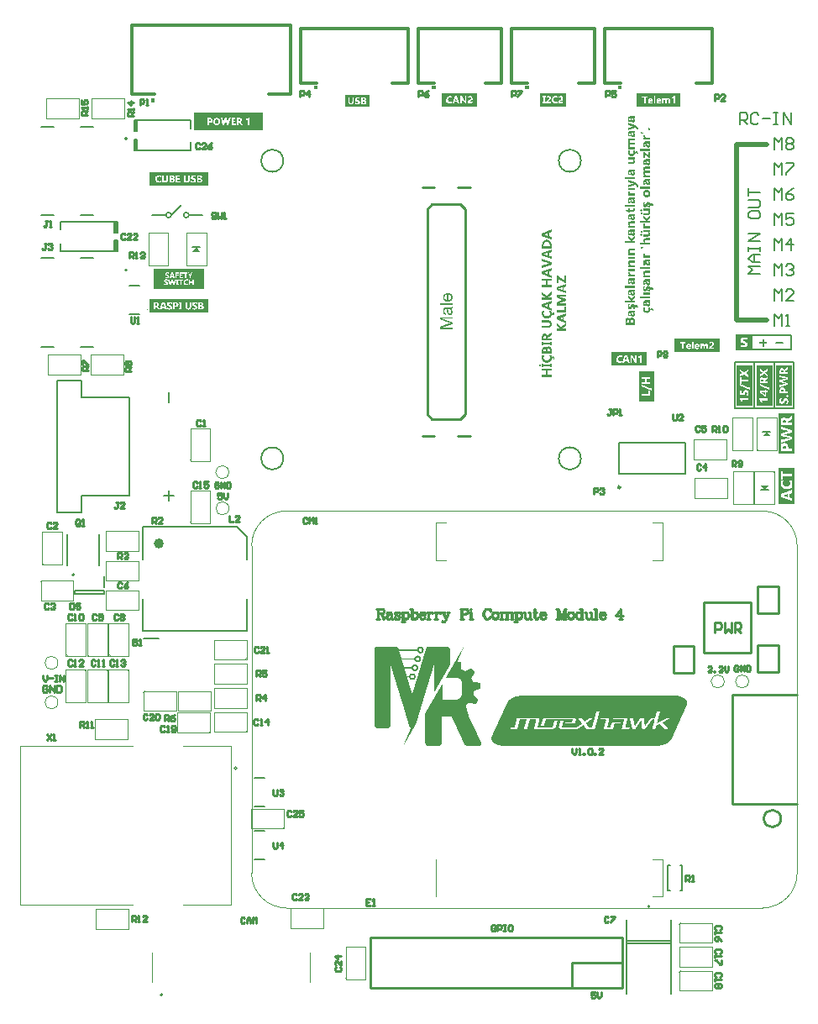
<source format=gto>
G04*
G04 #@! TF.GenerationSoftware,Altium Limited,Altium Designer,23.4.1 (23)*
G04*
G04 Layer_Color=65535*
%FSLAX44Y44*%
%MOMM*%
G71*
G04*
G04 #@! TF.SameCoordinates,A498DFDA-0769-4059-8707-A0DE4882B552*
G04*
G04*
G04 #@! TF.FilePolarity,Positive*
G04*
G01*
G75*
%ADD10C,0.1000*%
%ADD11C,0.1270*%
%ADD12C,0.1200*%
%ADD13C,0.2540*%
%ADD14C,0.2000*%
%ADD15C,0.5000*%
%ADD16C,0.1016*%
%ADD17C,0.2500*%
%ADD18C,0.1500*%
%ADD19C,0.5080*%
%ADD20C,0.1524*%
%ADD21C,0.3048*%
G36*
X127817Y822600D02*
Y811600D01*
X124817D01*
Y822600D01*
X127817D01*
D02*
G37*
G36*
X207585Y815713D02*
X211395Y811141D01*
X203775D01*
X207585Y815713D01*
D02*
G37*
G36*
X127868Y830405D02*
Y841405D01*
X124868D01*
Y830405D01*
X127868D01*
D02*
G37*
G36*
X144968Y924603D02*
Y913603D01*
X147968D01*
Y924603D01*
X144968D01*
D02*
G37*
G36*
X145019Y932407D02*
Y943407D01*
X148019D01*
Y932407D01*
X145019D01*
D02*
G37*
G36*
X460501Y412801D02*
X461192D01*
Y412748D01*
X461351D01*
Y412695D01*
X461617D01*
Y412641D01*
X461723D01*
Y412589D01*
X461882D01*
Y412535D01*
X461935D01*
Y412482D01*
X462041D01*
Y412429D01*
X462095D01*
Y412376D01*
X462201D01*
Y412323D01*
X462254D01*
Y412270D01*
X462360D01*
Y412217D01*
X462413D01*
Y412164D01*
X462466D01*
Y412110D01*
X462519D01*
Y412057D01*
X462573D01*
Y411951D01*
X462626D01*
Y411898D01*
X462679D01*
Y411792D01*
X462732D01*
Y411739D01*
X462785D01*
Y411579D01*
X462838D01*
Y411473D01*
X462891D01*
Y411314D01*
X462944D01*
Y411155D01*
X462997D01*
Y410942D01*
X463050D01*
Y410517D01*
X463104D01*
Y394266D01*
X463050D01*
Y394160D01*
X462997D01*
Y394053D01*
X462944D01*
Y393947D01*
X462891D01*
Y393894D01*
X462838D01*
Y393788D01*
X462785D01*
Y393682D01*
X462732D01*
Y393629D01*
X462679D01*
Y393469D01*
X462626D01*
Y393416D01*
X462573D01*
Y393310D01*
X462519D01*
Y393204D01*
X462466D01*
Y393150D01*
X462413D01*
Y393044D01*
X462360D01*
Y392938D01*
X462307D01*
Y392885D01*
X462254D01*
Y392779D01*
X462201D01*
Y392673D01*
X462148D01*
Y392619D01*
X462095D01*
Y392513D01*
X462041D01*
Y392407D01*
X461988D01*
Y392301D01*
X461935D01*
Y392195D01*
X461882D01*
Y392141D01*
X461829D01*
Y392035D01*
X461776D01*
Y391929D01*
X461723D01*
Y391823D01*
X461670D01*
Y391770D01*
X461617D01*
Y391664D01*
X461563D01*
Y391557D01*
X461510D01*
Y391451D01*
X461457D01*
Y391398D01*
X461404D01*
Y391292D01*
X461351D01*
Y391185D01*
X461298D01*
Y391132D01*
X461245D01*
Y391026D01*
X461192D01*
Y390920D01*
X461139D01*
Y390867D01*
X461086D01*
Y390761D01*
X461032D01*
Y390654D01*
X460979D01*
Y390601D01*
X460926D01*
Y390442D01*
X460873D01*
Y390389D01*
X460820D01*
Y390283D01*
X460767D01*
Y390176D01*
X460714D01*
Y390123D01*
X460661D01*
Y390017D01*
X460607D01*
Y389911D01*
X460554D01*
Y389858D01*
X460501D01*
Y389752D01*
X460448D01*
Y389645D01*
X460395D01*
Y389539D01*
X460342D01*
Y389433D01*
X460289D01*
Y389380D01*
X460236D01*
Y389274D01*
X460183D01*
Y389167D01*
X460130D01*
Y389114D01*
X460076D01*
Y389008D01*
X460023D01*
Y388902D01*
X459970D01*
Y388796D01*
X459917D01*
Y388689D01*
X459864D01*
Y388636D01*
X459811D01*
Y388530D01*
X459758D01*
Y388424D01*
X459705D01*
Y388371D01*
X459651D01*
Y388265D01*
X459598D01*
Y388158D01*
X459545D01*
Y388105D01*
X459492D01*
Y387999D01*
X459439D01*
Y387893D01*
X459386D01*
Y387786D01*
X459333D01*
Y387680D01*
X459280D01*
Y387627D01*
X459227D01*
Y387521D01*
X459174D01*
Y387415D01*
X459120D01*
Y387362D01*
X459067D01*
Y387255D01*
X459014D01*
Y387149D01*
X458961D01*
Y387096D01*
X458908D01*
Y386990D01*
X458855D01*
Y386884D01*
X458802D01*
Y386777D01*
X458749D01*
Y386671D01*
X458696D01*
Y386618D01*
X458642D01*
Y386512D01*
X458589D01*
Y386406D01*
X458536D01*
Y386353D01*
X458483D01*
Y386246D01*
X458430D01*
Y386140D01*
X458377D01*
Y386034D01*
X458324D01*
Y385981D01*
X458271D01*
Y385875D01*
X458218D01*
Y385768D01*
X458164D01*
Y385662D01*
X458111D01*
Y385609D01*
X458058D01*
Y385503D01*
X458005D01*
Y385397D01*
X457952D01*
Y385290D01*
X457899D01*
Y385237D01*
X457846D01*
Y385131D01*
X457793D01*
Y385025D01*
X457740D01*
Y384919D01*
X457687D01*
Y384865D01*
X457633D01*
Y384759D01*
X457580D01*
Y384653D01*
X457527D01*
Y384600D01*
X457474D01*
Y384494D01*
X457421D01*
Y384388D01*
X457368D01*
Y384334D01*
X457315D01*
Y384228D01*
X457262D01*
Y384122D01*
X457209D01*
Y384016D01*
X457155D01*
Y383909D01*
X457102D01*
Y383856D01*
X457049D01*
Y383750D01*
X456996D01*
Y383644D01*
X456943D01*
Y383591D01*
X456890D01*
Y383485D01*
X456837D01*
Y383378D01*
X456784D01*
Y383272D01*
X456730D01*
Y383219D01*
X456677D01*
Y383113D01*
X456624D01*
Y383060D01*
X456571D01*
Y382901D01*
X456518D01*
Y382847D01*
X456465D01*
Y382741D01*
X456412D01*
Y382635D01*
X456359D01*
Y382529D01*
X456306D01*
Y382476D01*
X456253D01*
Y382369D01*
X456199D01*
Y382316D01*
X456146D01*
Y382210D01*
X456093D01*
Y382104D01*
X456040D01*
Y381998D01*
X455987D01*
Y381891D01*
X455934D01*
Y381838D01*
X455881D01*
Y381732D01*
X455828D01*
Y381626D01*
X455775D01*
Y381573D01*
X455721D01*
Y381466D01*
X455668D01*
Y381360D01*
X455615D01*
Y381254D01*
X455562D01*
Y381201D01*
X455509D01*
Y381095D01*
X455456D01*
Y380989D01*
X455403D01*
Y380882D01*
X455350D01*
Y380829D01*
X455297D01*
Y380723D01*
X455243D01*
Y380617D01*
X455190D01*
Y380511D01*
X455137D01*
Y380457D01*
X455084D01*
Y380351D01*
X455031D01*
Y380298D01*
X454978D01*
Y380139D01*
X454925D01*
Y380086D01*
X454872D01*
Y379980D01*
X454819D01*
Y379926D01*
X454766D01*
Y379820D01*
X454712D01*
Y379714D01*
X454659D01*
Y379608D01*
X454606D01*
Y379555D01*
X454553D01*
Y379448D01*
X454500D01*
Y379342D01*
X454447D01*
Y379236D01*
X454394D01*
Y379130D01*
X454341D01*
Y379077D01*
X454287D01*
Y379024D01*
X454234D01*
Y378864D01*
X454181D01*
Y378811D01*
X454128D01*
Y378705D01*
X454075D01*
Y378599D01*
X454022D01*
Y378492D01*
X453969D01*
Y378439D01*
X453916D01*
Y378333D01*
X453863D01*
Y378227D01*
X453810D01*
Y378121D01*
X453756D01*
Y378068D01*
X453703D01*
Y377961D01*
X453650D01*
Y377855D01*
X453597D01*
Y377749D01*
X453544D01*
Y377696D01*
X453491D01*
Y377590D01*
X453438D01*
Y377536D01*
X453385D01*
Y377377D01*
X453331D01*
Y377324D01*
X453278D01*
Y377218D01*
X453225D01*
Y377165D01*
X453172D01*
Y377005D01*
X453119D01*
Y376952D01*
X453066D01*
Y376846D01*
X453013D01*
Y376793D01*
X452960D01*
Y376687D01*
X452907D01*
Y376581D01*
X452854D01*
Y376474D01*
X452800D01*
Y376421D01*
X452747D01*
Y376315D01*
X452694D01*
Y376209D01*
X452641D01*
Y376102D01*
X452588D01*
Y376049D01*
X452535D01*
Y375943D01*
X452482D01*
Y375837D01*
X452429D01*
Y375731D01*
X452376D01*
Y375678D01*
X452323D01*
Y375571D01*
X452269D01*
Y375518D01*
X452216D01*
Y375412D01*
X452163D01*
Y375306D01*
X452110D01*
Y375200D01*
X452057D01*
Y375146D01*
X452004D01*
Y374987D01*
X451951D01*
Y374934D01*
X451898D01*
Y374828D01*
X451844D01*
Y374775D01*
X451791D01*
Y374669D01*
X451738D01*
Y374562D01*
X451685D01*
Y374456D01*
X451632D01*
Y374350D01*
X451579D01*
Y374244D01*
X451526D01*
Y374191D01*
X451473D01*
Y374084D01*
X451420D01*
Y374031D01*
X451367D01*
Y373925D01*
X451313D01*
Y373819D01*
X451260D01*
Y373713D01*
X451207D01*
Y373660D01*
X451154D01*
Y373500D01*
X451101D01*
Y373447D01*
X451048D01*
Y373341D01*
X450995D01*
Y373288D01*
X450942D01*
Y373181D01*
X450888D01*
Y373075D01*
X450835D01*
Y372969D01*
X450782D01*
Y372916D01*
X450729D01*
Y372810D01*
X450676D01*
Y372757D01*
X450623D01*
Y372597D01*
X450570D01*
Y372544D01*
X450517D01*
Y372438D01*
X450464D01*
Y372332D01*
X450411D01*
Y372225D01*
X450357D01*
Y372172D01*
X450304D01*
Y372066D01*
X450251D01*
Y372013D01*
X450198D01*
Y371907D01*
X450145D01*
Y371801D01*
X450092D01*
Y371694D01*
X450039D01*
Y371641D01*
X449986D01*
Y371535D01*
X449933D01*
Y371429D01*
X449879D01*
Y371323D01*
X449826D01*
Y371270D01*
X449773D01*
Y371163D01*
X449720D01*
Y371057D01*
X449667D01*
Y370951D01*
X449614D01*
Y370898D01*
X449561D01*
Y370792D01*
X449508D01*
Y370685D01*
X449455D01*
Y370579D01*
X449402D01*
Y370526D01*
X449348D01*
Y370420D01*
X449295D01*
Y370314D01*
X449242D01*
Y370207D01*
X449189D01*
Y370154D01*
X449136D01*
Y370048D01*
X449083D01*
Y369995D01*
X449030D01*
Y369836D01*
X448977D01*
Y369782D01*
X448923D01*
Y369676D01*
X448870D01*
Y369623D01*
X448817D01*
Y369464D01*
X448764D01*
Y369411D01*
X448711D01*
Y369305D01*
X448658D01*
Y369251D01*
X448605D01*
Y369092D01*
X448552D01*
Y369039D01*
X448499D01*
Y368933D01*
X448446D01*
Y368880D01*
X448392D01*
Y368773D01*
X448339D01*
Y368667D01*
X448286D01*
Y368561D01*
X448233D01*
Y368508D01*
X448180D01*
Y368402D01*
X448127D01*
Y368296D01*
X448074D01*
Y368189D01*
X448021D01*
Y368136D01*
X447967D01*
Y367977D01*
X447914D01*
Y367924D01*
X447861D01*
Y367871D01*
X447808D01*
Y367764D01*
X447755D01*
Y367658D01*
X447702D01*
Y367552D01*
X447649D01*
Y367446D01*
X447596D01*
Y367393D01*
X447543D01*
Y367286D01*
X447490D01*
Y367180D01*
X447436D01*
Y367074D01*
X447277D01*
Y393947D01*
X446799D01*
Y393841D01*
X446746D01*
Y393682D01*
X446693D01*
Y393469D01*
X446640D01*
Y393363D01*
X446587D01*
Y393097D01*
X446534D01*
Y392991D01*
X446480D01*
Y392779D01*
X446427D01*
Y392619D01*
X446374D01*
Y392407D01*
X446321D01*
Y392301D01*
X446268D01*
Y392088D01*
X446215D01*
Y391929D01*
X446162D01*
Y391717D01*
X446109D01*
Y391610D01*
X446056D01*
Y391398D01*
X446003D01*
Y391239D01*
X445949D01*
Y391026D01*
X445896D01*
Y390920D01*
X445843D01*
Y390708D01*
X445790D01*
Y390548D01*
X445737D01*
Y390336D01*
X445684D01*
Y390229D01*
X445631D01*
Y390017D01*
X445578D01*
Y389858D01*
X445524D01*
Y389645D01*
X445471D01*
Y389486D01*
X445418D01*
Y389274D01*
X445365D01*
Y389167D01*
X445312D01*
Y388955D01*
X445259D01*
Y388796D01*
X445206D01*
Y388583D01*
X445153D01*
Y388424D01*
X445100D01*
Y388265D01*
X445047D01*
Y388105D01*
X444993D01*
Y387893D01*
X444940D01*
Y387733D01*
X444887D01*
Y387574D01*
X444834D01*
Y387415D01*
X444781D01*
Y387202D01*
X444728D01*
Y387043D01*
X444675D01*
Y386884D01*
X444622D01*
Y386724D01*
X444568D01*
Y386512D01*
X444515D01*
Y386353D01*
X444462D01*
Y386140D01*
X444409D01*
Y385981D01*
X444356D01*
Y385821D01*
X444303D01*
Y385662D01*
X444250D01*
Y385450D01*
X444197D01*
Y385290D01*
X444144D01*
Y385131D01*
X444091D01*
Y384919D01*
X444038D01*
Y384759D01*
X443984D01*
Y384600D01*
X443931D01*
Y384388D01*
X443878D01*
Y384281D01*
X443825D01*
Y384069D01*
X443772D01*
Y383909D01*
X443719D01*
Y383750D01*
X443666D01*
Y383538D01*
X443613D01*
Y383378D01*
X443559D01*
Y383219D01*
X443506D01*
Y383007D01*
X443453D01*
Y382847D01*
X443400D01*
Y382688D01*
X443347D01*
Y382529D01*
X443294D01*
Y382369D01*
X443241D01*
Y382157D01*
X443188D01*
Y381998D01*
X443135D01*
Y381838D01*
X443082D01*
Y381626D01*
X443028D01*
Y381466D01*
X442975D01*
Y381254D01*
X442922D01*
Y381148D01*
X442869D01*
Y380935D01*
X442816D01*
Y380776D01*
X442763D01*
Y380617D01*
X442710D01*
Y380404D01*
X442657D01*
Y380245D01*
X442603D01*
Y380086D01*
X442550D01*
Y379873D01*
X442497D01*
Y379714D01*
X442444D01*
Y379555D01*
X442391D01*
Y379395D01*
X442338D01*
Y379183D01*
X442285D01*
Y379024D01*
X442232D01*
Y378811D01*
X442179D01*
Y378705D01*
X442126D01*
Y378492D01*
X442072D01*
Y378333D01*
X442019D01*
Y378174D01*
X441966D01*
Y377961D01*
X441913D01*
Y377855D01*
X441860D01*
Y377590D01*
X441807D01*
Y377430D01*
X441754D01*
Y377271D01*
X441701D01*
Y377112D01*
X441648D01*
Y376952D01*
X441594D01*
Y376793D01*
X441541D01*
Y376581D01*
X441488D01*
Y376421D01*
X441435D01*
Y376209D01*
X441382D01*
Y376049D01*
X441329D01*
Y375890D01*
X441276D01*
Y375731D01*
X441223D01*
Y375518D01*
X441170D01*
Y375412D01*
X441116D01*
Y375200D01*
X441063D01*
Y375040D01*
X441010D01*
Y374828D01*
X440957D01*
Y374669D01*
X440904D01*
Y374509D01*
X440851D01*
Y374350D01*
X440798D01*
Y374137D01*
X440745D01*
Y373978D01*
X440692D01*
Y373819D01*
X440639D01*
Y373606D01*
X440585D01*
Y373447D01*
X440532D01*
Y373288D01*
X440479D01*
Y373075D01*
X440426D01*
Y372969D01*
X440373D01*
Y372757D01*
X440320D01*
Y372597D01*
X440267D01*
Y372385D01*
X440214D01*
Y372225D01*
X440160D01*
Y372066D01*
X440107D01*
Y371907D01*
X440054D01*
Y371694D01*
X440001D01*
Y371535D01*
X439948D01*
Y371323D01*
X439895D01*
Y371217D01*
X439842D01*
Y371004D01*
X439789D01*
Y370845D01*
X439736D01*
Y370632D01*
X439683D01*
Y370526D01*
X439629D01*
Y370314D01*
X439576D01*
Y370154D01*
X439523D01*
Y369942D01*
X439470D01*
Y369836D01*
X439417D01*
Y369623D01*
X439364D01*
Y369464D01*
X439311D01*
Y369251D01*
X439258D01*
Y369092D01*
X439204D01*
Y368933D01*
X439151D01*
Y368773D01*
X439098D01*
Y368561D01*
X439045D01*
Y368402D01*
X438992D01*
Y368189D01*
X438939D01*
Y368083D01*
X438886D01*
Y367817D01*
X438833D01*
Y367711D01*
X438780D01*
Y367499D01*
X438727D01*
Y367340D01*
X438673D01*
Y367180D01*
X438620D01*
Y367021D01*
X438567D01*
Y366808D01*
X438514D01*
Y366649D01*
X438461D01*
Y366437D01*
X438408D01*
Y366330D01*
X438355D01*
Y366118D01*
X438302D01*
Y366012D01*
X438249D01*
Y365746D01*
X438195D01*
Y365640D01*
X438142D01*
Y365428D01*
X438089D01*
Y365268D01*
X438036D01*
Y365056D01*
X437983D01*
Y364950D01*
X437930D01*
Y364684D01*
X437877D01*
Y364578D01*
X437824D01*
Y364365D01*
X437771D01*
Y364259D01*
X437718D01*
Y363994D01*
X437664D01*
Y363887D01*
X437611D01*
Y363622D01*
X437558D01*
Y363516D01*
X437505D01*
Y363303D01*
X437452D01*
Y363197D01*
X437399D01*
Y362985D01*
X437346D01*
Y362825D01*
X437293D01*
Y362613D01*
X437239D01*
Y362453D01*
X437186D01*
Y362294D01*
X437133D01*
Y362135D01*
X437080D01*
Y361922D01*
X437027D01*
Y361816D01*
X436974D01*
Y361551D01*
X436921D01*
Y361444D01*
X436868D01*
Y361232D01*
X436815D01*
Y361073D01*
X436762D01*
Y360860D01*
X436708D01*
Y360754D01*
X436655D01*
Y360541D01*
X436602D01*
Y360382D01*
X436549D01*
Y360170D01*
X436496D01*
Y360064D01*
X436443D01*
Y359851D01*
X436390D01*
Y359692D01*
X436337D01*
Y359479D01*
X436283D01*
Y359373D01*
X436230D01*
Y359108D01*
X436177D01*
Y359001D01*
X436124D01*
Y358789D01*
X436071D01*
Y358630D01*
X436018D01*
Y358417D01*
X435965D01*
Y358311D01*
X435912D01*
Y358098D01*
X435859D01*
Y357939D01*
X435806D01*
Y357727D01*
X435752D01*
Y357621D01*
X435699D01*
Y357408D01*
X435646D01*
Y357249D01*
X435593D01*
Y357036D01*
X435540D01*
Y356930D01*
X435487D01*
Y356665D01*
X435434D01*
Y356558D01*
X435381D01*
Y356346D01*
X435328D01*
Y356187D01*
X435274D01*
Y355974D01*
X435221D01*
Y355868D01*
X435168D01*
Y355602D01*
X435115D01*
Y355549D01*
X435062D01*
Y355284D01*
X435009D01*
Y355177D01*
X434956D01*
Y354912D01*
X434903D01*
Y354806D01*
X434850D01*
Y354593D01*
X434796D01*
Y354487D01*
X434743D01*
Y354221D01*
X434690D01*
Y354115D01*
X434637D01*
Y353903D01*
X434584D01*
Y353744D01*
X434531D01*
Y353531D01*
X434478D01*
Y353425D01*
X434425D01*
Y353159D01*
X434372D01*
Y353053D01*
X434319D01*
Y352841D01*
X434265D01*
Y352734D01*
X434212D01*
Y352469D01*
X434159D01*
Y352363D01*
X434106D01*
Y352150D01*
X434053D01*
Y351991D01*
X434000D01*
Y351778D01*
X433947D01*
Y351672D01*
X433894D01*
Y351460D01*
X433840D01*
Y351301D01*
X433787D01*
Y351088D01*
X433734D01*
Y350929D01*
X433681D01*
Y350716D01*
X433628D01*
Y350610D01*
X433575D01*
Y350398D01*
X433522D01*
Y350238D01*
X433469D01*
Y350026D01*
X433416D01*
Y349867D01*
X433363D01*
Y349707D01*
X433309D01*
Y349548D01*
X433256D01*
Y349336D01*
X433203D01*
Y349176D01*
X433150D01*
Y348964D01*
X433097D01*
Y348857D01*
X433044D01*
Y348645D01*
X432991D01*
Y348486D01*
X432938D01*
Y348273D01*
X432885D01*
Y348167D01*
X432831D01*
Y347902D01*
X432778D01*
Y347795D01*
X432725D01*
Y347583D01*
X432672D01*
Y347424D01*
X432619D01*
Y347211D01*
X432566D01*
Y347105D01*
X432513D01*
Y346893D01*
X432460D01*
Y346733D01*
X432407D01*
Y346521D01*
X432354D01*
Y346414D01*
X432300D01*
Y346202D01*
X432247D01*
Y346043D01*
X432194D01*
Y345830D01*
X432141D01*
Y345671D01*
X432088D01*
Y345459D01*
X432035D01*
Y345352D01*
X431982D01*
Y345140D01*
X431929D01*
Y344981D01*
X431875D01*
Y344768D01*
X431822D01*
Y344662D01*
X431769D01*
Y344396D01*
X431716D01*
Y344290D01*
X431663D01*
Y344078D01*
X431610D01*
Y343918D01*
X431557D01*
Y343759D01*
X431504D01*
Y343600D01*
X431451D01*
Y343387D01*
X431398D01*
Y343228D01*
X431344D01*
Y343069D01*
X431291D01*
Y342856D01*
X431238D01*
Y342697D01*
X431185D01*
Y342537D01*
X431132D01*
Y342325D01*
X431079D01*
Y342166D01*
X431026D01*
Y341953D01*
X430973D01*
Y341847D01*
X430919D01*
Y341635D01*
X430866D01*
Y341475D01*
X430813D01*
Y341263D01*
X430760D01*
Y341157D01*
X430707D01*
Y340891D01*
X430654D01*
Y340785D01*
X430601D01*
Y340573D01*
X430548D01*
Y340466D01*
X430495D01*
Y340254D01*
X430442D01*
Y340094D01*
X430388D01*
Y339882D01*
X430335D01*
Y339723D01*
X430282D01*
Y339510D01*
X430229D01*
Y339404D01*
X430176D01*
Y339192D01*
X430123D01*
Y339032D01*
X430070D01*
Y338873D01*
X430017D01*
Y338714D01*
X429964D01*
Y338448D01*
X429910D01*
Y338342D01*
X429857D01*
Y338130D01*
X429804D01*
Y337970D01*
X429751D01*
Y337811D01*
X429698D01*
Y337651D01*
X429645D01*
Y337439D01*
X429592D01*
Y337280D01*
X429539D01*
Y337067D01*
X429486D01*
Y336908D01*
X429432D01*
Y336749D01*
X429379D01*
Y336589D01*
X429326D01*
Y336324D01*
X429273D01*
Y336218D01*
X429220D01*
Y336005D01*
X429167D01*
Y335899D01*
X429114D01*
Y335686D01*
X429061D01*
Y335527D01*
X429008D01*
Y335315D01*
X428955D01*
Y335155D01*
X428901D01*
Y334996D01*
X428848D01*
Y334890D01*
X428795D01*
Y334784D01*
X428742D01*
Y334730D01*
X428689D01*
Y334624D01*
X428636D01*
Y334571D01*
X428583D01*
Y334465D01*
X428530D01*
Y334359D01*
X428476D01*
Y334253D01*
X428423D01*
Y334199D01*
X428370D01*
Y334093D01*
X428317D01*
Y333987D01*
X428264D01*
Y333881D01*
X428211D01*
Y333828D01*
X428158D01*
Y333722D01*
X428105D01*
Y333615D01*
X428052D01*
Y333509D01*
X427999D01*
Y333456D01*
X427945D01*
Y333350D01*
X427892D01*
Y333243D01*
X427839D01*
Y333190D01*
X427786D01*
Y333084D01*
X427733D01*
Y332978D01*
X427680D01*
Y332925D01*
X427627D01*
Y332766D01*
X427574D01*
Y332712D01*
X427520D01*
Y332606D01*
X427467D01*
Y332500D01*
X427414D01*
Y332394D01*
X427361D01*
Y332341D01*
X427308D01*
Y332234D01*
X427255D01*
Y332181D01*
X427202D01*
Y332075D01*
X427149D01*
Y331969D01*
X427096D01*
Y331863D01*
X427043D01*
Y331810D01*
X426989D01*
Y331703D01*
X426936D01*
Y331597D01*
X426883D01*
Y331491D01*
X426830D01*
Y331438D01*
X426777D01*
Y331331D01*
X426724D01*
Y331225D01*
X426671D01*
Y331119D01*
X426618D01*
Y331066D01*
X426565D01*
Y330960D01*
X426511D01*
Y330854D01*
X426458D01*
Y330747D01*
X426405D01*
Y330694D01*
X426352D01*
Y330588D01*
X426299D01*
Y330482D01*
X426246D01*
Y330376D01*
X426193D01*
Y330322D01*
X426140D01*
Y330216D01*
X426087D01*
Y330163D01*
X426034D01*
Y330004D01*
X425980D01*
Y329951D01*
X425927D01*
Y329845D01*
X425874D01*
Y329738D01*
X425821D01*
Y329632D01*
X425768D01*
Y329579D01*
X425715D01*
Y329473D01*
X425662D01*
Y329420D01*
X425609D01*
Y329313D01*
X425555D01*
Y329207D01*
X425502D01*
Y329101D01*
X425449D01*
Y328995D01*
X425396D01*
Y328942D01*
X425343D01*
Y328835D01*
X425290D01*
Y328729D01*
X425237D01*
Y328676D01*
X425184D01*
Y328570D01*
X425131D01*
Y328464D01*
X425078D01*
Y328357D01*
X425024D01*
Y328304D01*
X424971D01*
Y328198D01*
X424918D01*
Y328092D01*
X424865D01*
Y327986D01*
X424812D01*
Y327933D01*
X424759D01*
Y327826D01*
X424706D01*
Y327720D01*
X424653D01*
Y327667D01*
X424599D01*
Y327561D01*
X424546D01*
Y327455D01*
X424493D01*
Y327348D01*
X424440D01*
Y327242D01*
X424387D01*
Y327189D01*
X424334D01*
Y327083D01*
X424281D01*
Y326977D01*
X424228D01*
Y326923D01*
X424175D01*
Y326817D01*
X424122D01*
Y326711D01*
X424068D01*
Y326658D01*
X424015D01*
Y326552D01*
X423962D01*
Y326446D01*
X423909D01*
Y326339D01*
X423856D01*
Y326286D01*
X423803D01*
Y326180D01*
X423750D01*
Y326074D01*
X423697D01*
Y325967D01*
X423644D01*
Y325914D01*
X423591D01*
Y325808D01*
X423537D01*
Y325702D01*
X423484D01*
Y325596D01*
X423431D01*
Y325543D01*
X423378D01*
Y325436D01*
X423325D01*
Y325330D01*
X423272D01*
Y325277D01*
X423219D01*
Y325171D01*
X423166D01*
Y325065D01*
X423112D01*
Y324958D01*
X423059D01*
Y324905D01*
X423006D01*
Y324799D01*
X422953D01*
Y324693D01*
X422900D01*
Y324587D01*
X422847D01*
Y324534D01*
X422794D01*
Y324427D01*
X422741D01*
Y324321D01*
X422688D01*
Y324215D01*
X422635D01*
Y324162D01*
X422581D01*
Y324056D01*
X422528D01*
Y323949D01*
X422475D01*
Y323843D01*
X422422D01*
Y323790D01*
X422369D01*
Y323684D01*
X422316D01*
Y323631D01*
X422263D01*
Y323525D01*
X422210D01*
Y323418D01*
X422156D01*
Y323312D01*
X422103D01*
Y323206D01*
X422050D01*
Y323153D01*
X421997D01*
Y323046D01*
X421944D01*
Y322940D01*
X421891D01*
Y322887D01*
X421838D01*
Y322781D01*
X421785D01*
Y322675D01*
X421732D01*
Y322569D01*
X421679D01*
Y322515D01*
X421625D01*
Y322409D01*
X421572D01*
Y322303D01*
X421519D01*
Y322197D01*
X421466D01*
Y322144D01*
X421413D01*
Y322038D01*
X421360D01*
Y321931D01*
X421307D01*
Y321825D01*
X421254D01*
Y321772D01*
X421201D01*
Y321666D01*
X421147D01*
Y321559D01*
X421094D01*
Y321453D01*
X421041D01*
Y321400D01*
X420988D01*
Y321294D01*
X420935D01*
Y321188D01*
X420882D01*
Y321135D01*
X420829D01*
Y321028D01*
X420776D01*
Y320922D01*
X420723D01*
Y320816D01*
X420670D01*
Y320763D01*
X420616D01*
Y320657D01*
X420563D01*
Y320550D01*
X420510D01*
Y320497D01*
X420457D01*
Y320391D01*
X420404D01*
Y320285D01*
X420351D01*
Y320179D01*
X420298D01*
Y320126D01*
X420245D01*
Y320019D01*
X420191D01*
Y319913D01*
X420138D01*
Y319807D01*
X420085D01*
Y319754D01*
X420032D01*
Y319648D01*
X419979D01*
Y319541D01*
X419926D01*
Y319435D01*
X419873D01*
Y319382D01*
X419820D01*
Y319276D01*
X419767D01*
Y319170D01*
X419714D01*
Y319116D01*
X419660D01*
Y319010D01*
X419607D01*
Y318904D01*
X419554D01*
Y318851D01*
X419501D01*
Y318745D01*
X419448D01*
Y318638D01*
X419395D01*
Y318532D01*
X419342D01*
Y318426D01*
X419289D01*
Y318320D01*
X419235D01*
Y318267D01*
X419182D01*
Y318160D01*
X419129D01*
Y318107D01*
X419076D01*
Y317948D01*
X419023D01*
Y317895D01*
X418970D01*
Y317789D01*
X418917D01*
Y317736D01*
X418864D01*
Y317629D01*
X418811D01*
Y317523D01*
X418758D01*
Y317417D01*
X418704D01*
Y317364D01*
X418651D01*
Y317258D01*
X418598D01*
Y317151D01*
X418545D01*
Y317045D01*
X418492D01*
Y316992D01*
X418439D01*
Y316886D01*
X418386D01*
Y316780D01*
X418333D01*
Y316726D01*
X418280D01*
Y316620D01*
X418226D01*
Y316514D01*
X418173D01*
Y316408D01*
X418120D01*
Y316302D01*
X418067D01*
Y316249D01*
X418014D01*
Y316142D01*
X417961D01*
Y316089D01*
X417908D01*
Y315983D01*
X417855D01*
Y315877D01*
X417802D01*
Y315771D01*
X417748D01*
Y315664D01*
X417695D01*
Y315611D01*
X417642D01*
Y315505D01*
X417589D01*
Y315399D01*
X417536D01*
Y315346D01*
X417483D01*
Y315240D01*
X417430D01*
Y315133D01*
X417377D01*
Y315027D01*
X417324D01*
Y314974D01*
X417271D01*
Y314868D01*
X417217D01*
Y314762D01*
X417164D01*
Y314655D01*
X417111D01*
Y314602D01*
X417058D01*
Y314496D01*
X417005D01*
Y314443D01*
X416952D01*
Y314337D01*
X416899D01*
Y314230D01*
X416739D01*
Y314284D01*
X416686D01*
Y314443D01*
X416739D01*
Y314496D01*
X416792D01*
Y314602D01*
X416846D01*
Y314815D01*
X416899D01*
Y314921D01*
X416952D01*
Y315027D01*
X417005D01*
Y315186D01*
X417058D01*
Y315293D01*
X417111D01*
Y315452D01*
X417164D01*
Y315505D01*
X417217D01*
Y315664D01*
X417271D01*
Y315771D01*
X417324D01*
Y315930D01*
X417377D01*
Y316036D01*
X417430D01*
Y316142D01*
X417483D01*
Y316249D01*
X417536D01*
Y316408D01*
X417589D01*
Y316514D01*
X417642D01*
Y316673D01*
X417695D01*
Y316780D01*
X417748D01*
Y316886D01*
X417802D01*
Y316992D01*
X417855D01*
Y317151D01*
X417908D01*
Y317258D01*
X417961D01*
Y317364D01*
X418014D01*
Y317523D01*
X418067D01*
Y317682D01*
X418120D01*
Y317789D01*
X418173D01*
Y317895D01*
X418226D01*
Y318001D01*
X418280D01*
Y318107D01*
X418333D01*
Y318267D01*
X418386D01*
Y318373D01*
X418439D01*
Y318479D01*
X418492D01*
Y318638D01*
X418545D01*
Y318745D01*
X418598D01*
Y318904D01*
X418651D01*
Y319010D01*
X418704D01*
Y319116D01*
X418758D01*
Y319223D01*
X418811D01*
Y319382D01*
X418864D01*
Y319488D01*
X418917D01*
Y319648D01*
X418970D01*
Y319754D01*
X419023D01*
Y319860D01*
X419076D01*
Y319966D01*
X419129D01*
Y320126D01*
X419182D01*
Y320232D01*
X419235D01*
Y320338D01*
X419289D01*
Y320444D01*
X419342D01*
Y320603D01*
X419395D01*
Y320710D01*
X419448D01*
Y320869D01*
X419501D01*
Y320975D01*
X419554D01*
Y321135D01*
X419607D01*
Y321241D01*
X419660D01*
Y321347D01*
X419714D01*
Y321453D01*
X419767D01*
Y321559D01*
X419820D01*
Y321719D01*
X419873D01*
Y321825D01*
X419926D01*
Y321984D01*
X419979D01*
Y322091D01*
X420032D01*
Y322197D01*
X420085D01*
Y322356D01*
X420138D01*
Y322462D01*
X420191D01*
Y322569D01*
X420245D01*
Y322675D01*
X420298D01*
Y322834D01*
X420351D01*
Y322940D01*
X420404D01*
Y323046D01*
X420457D01*
Y323206D01*
X420510D01*
Y323312D01*
X420563D01*
Y323471D01*
X420616D01*
Y323578D01*
X420670D01*
Y323684D01*
X420723D01*
Y323790D01*
X420776D01*
Y323949D01*
X420829D01*
Y324056D01*
X420882D01*
Y324215D01*
X420935D01*
Y324321D01*
X420988D01*
Y324427D01*
X421041D01*
Y324587D01*
X421094D01*
Y324693D01*
X421147D01*
Y324799D01*
X421201D01*
Y324958D01*
X421254D01*
Y325065D01*
X421307D01*
Y325171D01*
X421360D01*
Y325330D01*
X421413D01*
Y325436D01*
X421466D01*
Y325543D01*
X421519D01*
Y325702D01*
X421572D01*
Y325808D01*
X421625D01*
Y325914D01*
X421679D01*
Y326021D01*
X421732D01*
Y326180D01*
X421785D01*
Y326286D01*
X421838D01*
Y326392D01*
X421891D01*
Y326552D01*
X421944D01*
Y326658D01*
X421997D01*
Y326817D01*
X422050D01*
Y326923D01*
X422103D01*
Y327030D01*
X422156D01*
Y327189D01*
X422210D01*
Y327295D01*
X422263D01*
Y327402D01*
X422316D01*
Y327508D01*
X422369D01*
Y327667D01*
X422422D01*
Y327773D01*
X422475D01*
Y327933D01*
X422528D01*
Y328039D01*
X422581D01*
Y328145D01*
X422635D01*
Y328251D01*
X422688D01*
Y328410D01*
X422741D01*
Y328517D01*
X422794D01*
Y328623D01*
X422847D01*
Y328729D01*
X422900D01*
Y328889D01*
X422953D01*
Y328995D01*
X423006D01*
Y329154D01*
X423059D01*
Y329260D01*
X423112D01*
Y329420D01*
X423166D01*
Y329473D01*
X423219D01*
Y329632D01*
X423272D01*
Y329738D01*
X423325D01*
Y329898D01*
X423378D01*
Y330004D01*
X423431D01*
Y330163D01*
X423484D01*
Y330216D01*
X423537D01*
Y330376D01*
X423591D01*
Y330482D01*
X423644D01*
Y330641D01*
X423697D01*
Y330747D01*
X423750D01*
Y330960D01*
X423644D01*
Y331013D01*
X423591D01*
Y331066D01*
X423537D01*
Y331119D01*
X423484D01*
Y331172D01*
X423378D01*
Y331225D01*
X423325D01*
Y331278D01*
X423272D01*
Y331331D01*
X423219D01*
Y331385D01*
X423166D01*
Y331438D01*
X423112D01*
Y331491D01*
X423059D01*
Y331544D01*
X423006D01*
Y331650D01*
X422953D01*
Y331703D01*
X422900D01*
Y331756D01*
X422847D01*
Y331810D01*
X422794D01*
Y331916D01*
X422741D01*
Y331969D01*
X422688D01*
Y332075D01*
X422635D01*
Y332128D01*
X422581D01*
Y332234D01*
X422528D01*
Y332341D01*
X422475D01*
Y332447D01*
X422422D01*
Y332553D01*
X422369D01*
Y332659D01*
X422316D01*
Y332766D01*
X422263D01*
Y332925D01*
X422210D01*
Y333031D01*
X422156D01*
Y333190D01*
X422103D01*
Y333297D01*
X422050D01*
Y333509D01*
X421997D01*
Y333668D01*
X421944D01*
Y333881D01*
X421891D01*
Y333987D01*
X421838D01*
Y334199D01*
X421785D01*
Y334359D01*
X421732D01*
Y334571D01*
X421679D01*
Y334730D01*
X421625D01*
Y334890D01*
X421572D01*
Y335102D01*
X421519D01*
Y335262D01*
X421466D01*
Y335421D01*
X421413D01*
Y335633D01*
X421360D01*
Y335793D01*
X421307D01*
Y336005D01*
X421254D01*
Y336165D01*
X421201D01*
Y336377D01*
X421147D01*
Y336536D01*
X421094D01*
Y336696D01*
X421041D01*
Y336855D01*
X420988D01*
Y337067D01*
X420935D01*
Y337227D01*
X420882D01*
Y337386D01*
X420829D01*
Y337545D01*
X420776D01*
Y337758D01*
X420723D01*
Y337917D01*
X420670D01*
Y338130D01*
X420616D01*
Y338289D01*
X420563D01*
Y338448D01*
X420510D01*
Y338661D01*
X420457D01*
Y338820D01*
X420404D01*
Y338979D01*
X420351D01*
Y339192D01*
X420298D01*
Y339351D01*
X420245D01*
Y339510D01*
X420191D01*
Y339670D01*
X420138D01*
Y339882D01*
X420085D01*
Y340041D01*
X420032D01*
Y340201D01*
X419979D01*
Y340413D01*
X419926D01*
Y340626D01*
X419873D01*
Y340785D01*
X419820D01*
Y340944D01*
X419767D01*
Y341104D01*
X419714D01*
Y341316D01*
X419660D01*
Y341475D01*
X419607D01*
Y341635D01*
X419554D01*
Y341794D01*
X419501D01*
Y342006D01*
X419448D01*
Y342219D01*
X419395D01*
Y342325D01*
X419342D01*
Y342537D01*
X419289D01*
Y342750D01*
X419235D01*
Y342909D01*
X419182D01*
Y343069D01*
X419129D01*
Y343281D01*
X419076D01*
Y343440D01*
X419023D01*
Y343600D01*
X418970D01*
Y343759D01*
X418917D01*
Y343918D01*
X418864D01*
Y344131D01*
X418811D01*
Y344343D01*
X418758D01*
Y344450D01*
X418704D01*
Y344662D01*
X418651D01*
Y344821D01*
X418598D01*
Y345034D01*
X418545D01*
Y345193D01*
X418492D01*
Y345405D01*
X418439D01*
Y345565D01*
X418386D01*
Y345724D01*
X418333D01*
Y345883D01*
X418280D01*
Y346096D01*
X418226D01*
Y346255D01*
X418173D01*
Y346468D01*
X418120D01*
Y346627D01*
X418067D01*
Y346786D01*
X418014D01*
Y346946D01*
X417961D01*
Y347158D01*
X417908D01*
Y347317D01*
X417855D01*
Y347530D01*
X417802D01*
Y347689D01*
X417748D01*
Y347849D01*
X417695D01*
Y348061D01*
X417642D01*
Y348220D01*
X417589D01*
Y348380D01*
X417536D01*
Y348592D01*
X417483D01*
Y348751D01*
X417430D01*
Y348964D01*
X417377D01*
Y349123D01*
X417324D01*
Y349282D01*
X417271D01*
Y349442D01*
X417217D01*
Y349654D01*
X417164D01*
Y349813D01*
X417111D01*
Y350026D01*
X417058D01*
Y350132D01*
X417005D01*
Y350345D01*
X416952D01*
Y350504D01*
X416899D01*
Y350716D01*
X416846D01*
Y350876D01*
X416792D01*
Y351088D01*
X416739D01*
Y351247D01*
X416686D01*
Y351407D01*
X416633D01*
Y351566D01*
X416580D01*
Y351778D01*
X416527D01*
Y351938D01*
X416474D01*
Y352150D01*
X416421D01*
Y352310D01*
X416368D01*
Y352522D01*
X416315D01*
Y352628D01*
X416261D01*
Y352841D01*
X416208D01*
Y353000D01*
X416155D01*
Y353213D01*
X416102D01*
Y353372D01*
X416049D01*
Y353584D01*
X415996D01*
Y353690D01*
X415943D01*
Y353903D01*
X415890D01*
Y354062D01*
X415836D01*
Y354275D01*
X415783D01*
Y354434D01*
X415730D01*
Y354646D01*
X415677D01*
Y354753D01*
X415624D01*
Y355018D01*
X415571D01*
Y355124D01*
X415518D01*
Y355337D01*
X415465D01*
Y355496D01*
X415412D01*
Y355709D01*
X415359D01*
Y355815D01*
X415305D01*
Y356080D01*
X415252D01*
Y356187D01*
X415199D01*
Y356399D01*
X415146D01*
Y356505D01*
X415093D01*
Y356771D01*
X415040D01*
Y356877D01*
X414987D01*
Y357089D01*
X414934D01*
Y357249D01*
X414881D01*
Y357461D01*
X414827D01*
Y357567D01*
X414774D01*
Y357780D01*
X414721D01*
Y357939D01*
X414668D01*
Y358098D01*
X414615D01*
Y358258D01*
X414562D01*
Y358470D01*
X414509D01*
Y358630D01*
X414456D01*
Y358842D01*
X414403D01*
Y358948D01*
X414350D01*
Y359161D01*
X414296D01*
Y359320D01*
X414243D01*
Y359479D01*
X414190D01*
Y359639D01*
X414137D01*
Y359851D01*
X414084D01*
Y359957D01*
X414031D01*
Y360223D01*
X413978D01*
Y360329D01*
X413925D01*
Y360541D01*
X413871D01*
Y360701D01*
X413818D01*
Y360860D01*
X413765D01*
Y361020D01*
X413712D01*
Y361232D01*
X413659D01*
Y361338D01*
X413606D01*
Y361551D01*
X413553D01*
Y361710D01*
X413500D01*
Y361922D01*
X413447D01*
Y362082D01*
X413394D01*
Y362241D01*
X413340D01*
Y362347D01*
X413287D01*
Y362613D01*
X413234D01*
Y362719D01*
X413181D01*
Y362932D01*
X413128D01*
Y363091D01*
X413075D01*
Y363303D01*
X413022D01*
Y363409D01*
X412969D01*
Y363622D01*
X412915D01*
Y363728D01*
X412862D01*
Y363941D01*
X412809D01*
Y364100D01*
X412756D01*
Y364312D01*
X412703D01*
Y364472D01*
X412650D01*
Y364684D01*
X412597D01*
Y364790D01*
X412544D01*
Y365003D01*
X412491D01*
Y365109D01*
X412438D01*
Y365321D01*
X412384D01*
Y365481D01*
X412331D01*
Y365693D01*
X412278D01*
Y365799D01*
X412225D01*
Y366012D01*
X412172D01*
Y366171D01*
X412119D01*
Y366384D01*
X412066D01*
Y366490D01*
X412013D01*
Y366702D01*
X411960D01*
Y366808D01*
X411907D01*
Y367021D01*
X411853D01*
Y367180D01*
X411800D01*
Y367393D01*
X411747D01*
Y367499D01*
X411694D01*
Y367764D01*
X411641D01*
Y367871D01*
X411588D01*
Y368083D01*
X411535D01*
Y368242D01*
X411482D01*
Y368402D01*
X411428D01*
Y368561D01*
X411375D01*
Y368773D01*
X411322D01*
Y368933D01*
X411269D01*
Y369092D01*
X411216D01*
Y369251D01*
X411163D01*
Y369464D01*
X411110D01*
Y369570D01*
X411057D01*
Y369782D01*
X411004D01*
Y369942D01*
X410951D01*
Y370154D01*
X410897D01*
Y370314D01*
X410844D01*
Y370473D01*
X410791D01*
Y370632D01*
X410738D01*
Y370845D01*
X410685D01*
Y370951D01*
X410632D01*
Y371163D01*
X410579D01*
Y371270D01*
X410526D01*
Y371535D01*
X410472D01*
Y371641D01*
X410419D01*
Y371854D01*
X410366D01*
Y371960D01*
X410313D01*
Y372225D01*
X410260D01*
Y372332D01*
X410207D01*
Y372544D01*
X410154D01*
Y372650D01*
X410101D01*
Y372916D01*
X410048D01*
Y373022D01*
X409995D01*
Y373235D01*
X409941D01*
Y373341D01*
X409888D01*
Y373553D01*
X409835D01*
Y373713D01*
X409782D01*
Y373925D01*
X409729D01*
Y374031D01*
X409676D01*
Y374297D01*
X409623D01*
Y374350D01*
X409570D01*
Y374616D01*
X409517D01*
Y374722D01*
X409463D01*
Y374934D01*
X409410D01*
Y375093D01*
X409357D01*
Y375306D01*
X409304D01*
Y375412D01*
X409251D01*
Y375625D01*
X409198D01*
Y375731D01*
X409145D01*
Y375996D01*
X409092D01*
Y376102D01*
X409039D01*
Y376315D01*
X408985D01*
Y376421D01*
X408932D01*
Y376634D01*
X408879D01*
Y376793D01*
X408826D01*
Y377058D01*
X408773D01*
Y377165D01*
X408720D01*
Y377377D01*
X408667D01*
Y377483D01*
X408614D01*
Y377696D01*
X408561D01*
Y377802D01*
X408507D01*
Y378068D01*
X408454D01*
Y378174D01*
X408401D01*
Y378386D01*
X408348D01*
Y378545D01*
X408295D01*
Y378758D01*
X408242D01*
Y378864D01*
X408189D01*
Y379077D01*
X408136D01*
Y379183D01*
X408083D01*
Y379448D01*
X408030D01*
Y379555D01*
X407976D01*
Y379767D01*
X407923D01*
Y379873D01*
X407870D01*
Y380086D01*
X407817D01*
Y380245D01*
X407764D01*
Y380457D01*
X407711D01*
Y380564D01*
X407658D01*
Y380776D01*
X407605D01*
Y380882D01*
X407551D01*
Y381148D01*
X407498D01*
Y381254D01*
X407445D01*
Y381466D01*
X407392D01*
Y381626D01*
X407339D01*
Y381838D01*
X407286D01*
Y381945D01*
X407233D01*
Y382157D01*
X407180D01*
Y382316D01*
X407127D01*
Y382529D01*
X407074D01*
Y382635D01*
X407020D01*
Y382847D01*
X406967D01*
Y382954D01*
X406914D01*
Y383219D01*
X406861D01*
Y383325D01*
X406808D01*
Y383538D01*
X406755D01*
Y383644D01*
X406702D01*
Y383909D01*
X406649D01*
Y384016D01*
X406596D01*
Y384228D01*
X406542D01*
Y384334D01*
X406489D01*
Y384600D01*
X406436D01*
Y384706D01*
X406383D01*
Y384919D01*
X406330D01*
Y385025D01*
X406277D01*
Y385237D01*
X406224D01*
Y385397D01*
X406171D01*
Y385609D01*
X406118D01*
Y385715D01*
X406064D01*
Y385928D01*
X406011D01*
Y386087D01*
X405958D01*
Y386299D01*
X405905D01*
Y386406D01*
X405852D01*
Y386618D01*
X405799D01*
Y386777D01*
X405746D01*
Y386937D01*
X405693D01*
Y387096D01*
X405640D01*
Y387309D01*
X405587D01*
Y387468D01*
X405533D01*
Y387680D01*
X405480D01*
Y387786D01*
X405427D01*
Y387999D01*
X405374D01*
Y388105D01*
X405321D01*
Y388318D01*
X405268D01*
Y388477D01*
X405215D01*
Y388689D01*
X405162D01*
Y388796D01*
X405108D01*
Y389061D01*
X405055D01*
Y389167D01*
X405002D01*
Y389380D01*
X404949D01*
Y389486D01*
X404896D01*
Y389698D01*
X404843D01*
Y389858D01*
X404790D01*
Y390070D01*
X404737D01*
Y390176D01*
X404684D01*
Y390389D01*
X404631D01*
Y390548D01*
X404577D01*
Y390761D01*
X404524D01*
Y390867D01*
X404471D01*
Y391079D01*
X404418D01*
Y391185D01*
X404365D01*
Y391451D01*
X404312D01*
Y391557D01*
X404259D01*
Y391770D01*
X404206D01*
Y391929D01*
X404152D01*
Y392141D01*
X404099D01*
Y392248D01*
X404046D01*
Y392460D01*
X403993D01*
Y392566D01*
X403940D01*
Y392832D01*
X403887D01*
Y392938D01*
X403834D01*
Y393097D01*
X403781D01*
Y393257D01*
X403728D01*
Y393469D01*
X403675D01*
Y393629D01*
X403621D01*
Y393841D01*
X403568D01*
Y393947D01*
X403515D01*
Y394053D01*
X403462D01*
Y394106D01*
X403090D01*
Y394053D01*
X403037D01*
Y333031D01*
X402984D01*
Y332553D01*
X402931D01*
Y332341D01*
X402878D01*
Y332181D01*
X402825D01*
Y332022D01*
X402772D01*
Y331863D01*
X402719D01*
Y331756D01*
X402665D01*
Y331703D01*
X402612D01*
Y331597D01*
X402559D01*
Y331544D01*
X402506D01*
Y331491D01*
X402453D01*
Y331438D01*
X402400D01*
Y331385D01*
X402294D01*
Y331331D01*
X402241D01*
Y331278D01*
X402081D01*
Y331225D01*
X402028D01*
Y331172D01*
X401763D01*
Y331119D01*
X401656D01*
Y331066D01*
X401231D01*
Y331013D01*
X400913D01*
Y330960D01*
X389441D01*
Y331013D01*
X389229D01*
Y331066D01*
X388857D01*
Y331119D01*
X388751D01*
Y331172D01*
X388539D01*
Y331225D01*
X388485D01*
Y331278D01*
X388326D01*
Y331331D01*
X388273D01*
Y331385D01*
X388167D01*
Y331438D01*
X388114D01*
Y331491D01*
X388007D01*
Y331544D01*
X387954D01*
Y331597D01*
X387901D01*
Y331650D01*
X387848D01*
Y331703D01*
X387795D01*
Y331756D01*
X387742D01*
Y331863D01*
X387689D01*
Y331916D01*
X387636D01*
Y332022D01*
X387583D01*
Y332075D01*
X387529D01*
Y332234D01*
X387476D01*
Y332287D01*
X387423D01*
Y332500D01*
X387370D01*
Y332659D01*
X387317D01*
Y332925D01*
X387264D01*
Y332978D01*
X387211D01*
Y410889D01*
X387317D01*
Y411208D01*
X387370D01*
Y411314D01*
X387423D01*
Y411473D01*
X387476D01*
Y411579D01*
X387529D01*
Y411739D01*
X387583D01*
Y411792D01*
X387636D01*
Y411898D01*
X387689D01*
Y411951D01*
X387742D01*
Y412057D01*
X387795D01*
Y412110D01*
X387848D01*
Y412164D01*
X387901D01*
Y412217D01*
X387954D01*
Y412270D01*
X388007D01*
Y412323D01*
X388114D01*
Y412376D01*
X388220D01*
Y412429D01*
X388273D01*
Y412482D01*
X388379D01*
Y412535D01*
X388432D01*
Y412589D01*
X388645D01*
Y412641D01*
X388698D01*
Y412695D01*
X388963D01*
Y412748D01*
X389123D01*
Y412801D01*
X389760D01*
Y412907D01*
X409039D01*
Y412801D01*
X409570D01*
Y412748D01*
X409676D01*
Y412695D01*
X409888D01*
Y412641D01*
X409941D01*
Y412589D01*
X410101D01*
Y412535D01*
X410207D01*
Y412482D01*
X410313D01*
Y412429D01*
X410366D01*
Y412376D01*
X410419D01*
Y412323D01*
X410472D01*
Y412270D01*
X410579D01*
Y412217D01*
X410632D01*
Y412164D01*
X410685D01*
Y412110D01*
X410738D01*
Y412057D01*
X410791D01*
Y411951D01*
X410844D01*
Y411898D01*
X410897D01*
Y411792D01*
X410951D01*
Y411739D01*
X411004D01*
Y411632D01*
X411057D01*
Y411579D01*
X411110D01*
Y411420D01*
X411163D01*
Y411367D01*
X411216D01*
Y411208D01*
X411269D01*
Y411101D01*
X411322D01*
Y410889D01*
X411375D01*
Y410783D01*
X411428D01*
Y410517D01*
X411482D01*
Y410411D01*
X411535D01*
Y410199D01*
X430070D01*
Y410252D01*
X430123D01*
Y410411D01*
X430176D01*
Y410623D01*
X430229D01*
Y410783D01*
X430282D01*
Y410889D01*
X430335D01*
Y410995D01*
X430388D01*
Y411101D01*
X430442D01*
Y411208D01*
X430495D01*
Y411314D01*
X430548D01*
Y411367D01*
X430601D01*
Y411473D01*
X430654D01*
Y411526D01*
X430707D01*
Y411579D01*
X430760D01*
Y411686D01*
X430813D01*
Y411739D01*
X430866D01*
Y411792D01*
X430919D01*
Y411845D01*
X430973D01*
Y411898D01*
X431026D01*
Y411951D01*
X431079D01*
Y412004D01*
X431132D01*
Y412057D01*
X431185D01*
Y412110D01*
X431238D01*
Y412164D01*
X431344D01*
Y412217D01*
X431398D01*
Y412270D01*
X431451D01*
Y412323D01*
X431557D01*
Y412376D01*
X431610D01*
Y412429D01*
X431716D01*
Y412482D01*
X431822D01*
Y412535D01*
X431929D01*
Y412589D01*
X432035D01*
Y412641D01*
X432141D01*
Y412695D01*
X432300D01*
Y412748D01*
X432460D01*
Y412801D01*
X432672D01*
Y412854D01*
X432885D01*
Y412907D01*
X433894D01*
Y412854D01*
X434159D01*
Y412801D01*
X434319D01*
Y412748D01*
X434531D01*
Y412695D01*
X434690D01*
Y412641D01*
X434743D01*
Y412589D01*
X434903D01*
Y412535D01*
X435009D01*
Y412482D01*
X435115D01*
Y412429D01*
X435168D01*
Y412376D01*
X435274D01*
Y412323D01*
X435328D01*
Y412270D01*
X435381D01*
Y412217D01*
X435487D01*
Y412164D01*
X435540D01*
Y412110D01*
X435593D01*
Y412057D01*
X435646D01*
Y412004D01*
X435752D01*
Y411951D01*
X435806D01*
Y411845D01*
X435859D01*
Y411792D01*
X435912D01*
Y411739D01*
X435965D01*
Y411686D01*
X436018D01*
Y411632D01*
X436071D01*
Y411579D01*
X436124D01*
Y411473D01*
X436177D01*
Y411420D01*
X436230D01*
Y411314D01*
X436283D01*
Y411261D01*
X436337D01*
Y411155D01*
X436390D01*
Y411048D01*
X436443D01*
Y410942D01*
X436496D01*
Y410836D01*
X436549D01*
Y410676D01*
X436602D01*
Y410517D01*
X436655D01*
Y410358D01*
X436708D01*
Y410092D01*
X436762D01*
Y409030D01*
X436708D01*
Y408712D01*
X436655D01*
Y408499D01*
X436602D01*
Y408393D01*
X436549D01*
Y408233D01*
X436496D01*
Y408074D01*
X436443D01*
Y408021D01*
X436390D01*
Y407915D01*
X436337D01*
Y407809D01*
X436283D01*
Y407702D01*
X436230D01*
Y407649D01*
X436177D01*
Y407543D01*
X436124D01*
Y407490D01*
X436071D01*
Y407437D01*
X436018D01*
Y407331D01*
X435965D01*
Y407277D01*
X435912D01*
Y407224D01*
X435859D01*
Y407171D01*
X435806D01*
Y407118D01*
X435752D01*
Y407065D01*
X435699D01*
Y407012D01*
X435646D01*
Y406959D01*
X435593D01*
Y406906D01*
X435487D01*
Y406853D01*
X435434D01*
Y406800D01*
X435381D01*
Y406746D01*
X435274D01*
Y406693D01*
X435168D01*
Y406640D01*
X435115D01*
Y406587D01*
X435009D01*
Y406534D01*
X434903D01*
Y406481D01*
X434796D01*
Y406428D01*
X434690D01*
Y406375D01*
X434531D01*
Y406322D01*
X434372D01*
Y406269D01*
X434212D01*
Y406215D01*
X433894D01*
Y406162D01*
X432885D01*
Y406215D01*
X432619D01*
Y406269D01*
X432407D01*
Y406322D01*
X432247D01*
Y406375D01*
X432088D01*
Y406428D01*
X431982D01*
Y406481D01*
X431875D01*
Y406534D01*
X431769D01*
Y406587D01*
X431663D01*
Y406640D01*
X431610D01*
Y406693D01*
X431504D01*
Y406746D01*
X431451D01*
Y406800D01*
X431398D01*
Y406853D01*
X431291D01*
Y406906D01*
X431238D01*
Y406959D01*
X431185D01*
Y407012D01*
X431132D01*
Y407065D01*
X431079D01*
Y407118D01*
X431026D01*
Y407171D01*
X430973D01*
Y407224D01*
X430919D01*
Y407277D01*
X430866D01*
Y407331D01*
X430813D01*
Y407384D01*
X430760D01*
Y407437D01*
X430707D01*
Y407543D01*
X430654D01*
Y407596D01*
X430601D01*
Y407649D01*
X430548D01*
Y407756D01*
X430495D01*
Y407862D01*
X430442D01*
Y407915D01*
X430388D01*
Y408074D01*
X430335D01*
Y408180D01*
X430282D01*
Y408287D01*
X430229D01*
Y408446D01*
X430176D01*
Y408605D01*
X430123D01*
Y408871D01*
X430070D01*
Y408924D01*
X411960D01*
Y408765D01*
X412013D01*
Y408605D01*
X412066D01*
Y408446D01*
X412119D01*
Y408287D01*
X412172D01*
Y408074D01*
X412225D01*
Y407968D01*
X412278D01*
Y407702D01*
X412331D01*
Y407596D01*
X412384D01*
Y407384D01*
X412438D01*
Y407224D01*
X412491D01*
Y407012D01*
X412544D01*
Y406853D01*
X412597D01*
Y406640D01*
X412650D01*
Y406534D01*
X412703D01*
Y406269D01*
X412756D01*
Y406162D01*
X412809D01*
Y405950D01*
X412862D01*
Y405790D01*
X412915D01*
Y405578D01*
X412969D01*
Y405472D01*
X413022D01*
Y405206D01*
X413075D01*
Y405100D01*
X413128D01*
Y404888D01*
X413181D01*
Y404781D01*
X413234D01*
Y404516D01*
X413287D01*
Y404356D01*
X413340D01*
Y404197D01*
X413394D01*
Y404038D01*
X413447D01*
Y403825D01*
X413500D01*
Y403719D01*
X413553D01*
Y403454D01*
X413606D01*
Y403294D01*
X413659D01*
Y403135D01*
X413712D01*
Y402976D01*
X413765D01*
Y402763D01*
X413818D01*
Y402604D01*
X413871D01*
Y402392D01*
X413925D01*
Y402285D01*
X413978D01*
Y402073D01*
X414031D01*
Y401913D01*
X414084D01*
Y401701D01*
X414137D01*
Y401542D01*
X414190D01*
Y401329D01*
X414243D01*
Y401276D01*
X427308D01*
Y401329D01*
X427361D01*
Y401489D01*
X427414D01*
Y401701D01*
X427467D01*
Y401860D01*
X427520D01*
Y401967D01*
X427574D01*
Y402073D01*
X427627D01*
Y402179D01*
X427680D01*
Y402285D01*
X427733D01*
Y402392D01*
X427786D01*
Y402445D01*
X427839D01*
Y402551D01*
X427892D01*
Y402604D01*
X427945D01*
Y402657D01*
X427999D01*
Y402763D01*
X428052D01*
Y402816D01*
X428105D01*
Y402869D01*
X428158D01*
Y402923D01*
X428211D01*
Y402976D01*
X428264D01*
Y403029D01*
X428317D01*
Y403082D01*
X428370D01*
Y403135D01*
X428423D01*
Y403188D01*
X428476D01*
Y403241D01*
X428583D01*
Y403294D01*
X428636D01*
Y403348D01*
X428689D01*
Y403401D01*
X428795D01*
Y403454D01*
X428848D01*
Y403507D01*
X428955D01*
Y403560D01*
X429061D01*
Y403613D01*
X429167D01*
Y403666D01*
X429273D01*
Y403719D01*
X429379D01*
Y403772D01*
X429539D01*
Y403825D01*
X429698D01*
Y403879D01*
X429910D01*
Y403932D01*
X430123D01*
Y403985D01*
X431132D01*
Y403932D01*
X431398D01*
Y403879D01*
X431557D01*
Y403825D01*
X431769D01*
Y403772D01*
X431929D01*
Y403719D01*
X431982D01*
Y403666D01*
X432141D01*
Y403613D01*
X432247D01*
Y403560D01*
X432354D01*
Y403507D01*
X432407D01*
Y403454D01*
X432513D01*
Y403401D01*
X432566D01*
Y403348D01*
X432619D01*
Y403294D01*
X432725D01*
Y403241D01*
X432778D01*
Y403188D01*
X432831D01*
Y403135D01*
X432885D01*
Y403082D01*
X432991D01*
Y403029D01*
X433044D01*
Y402923D01*
X433097D01*
Y402869D01*
X433150D01*
Y402816D01*
X433203D01*
Y402763D01*
X433256D01*
Y402710D01*
X433309D01*
Y402657D01*
X433363D01*
Y402551D01*
X433416D01*
Y402498D01*
X433469D01*
Y402392D01*
X433522D01*
Y402338D01*
X433575D01*
Y402232D01*
X433628D01*
Y402126D01*
X433681D01*
Y402020D01*
X433734D01*
Y401913D01*
X433787D01*
Y401754D01*
X433840D01*
Y401595D01*
X433894D01*
Y401436D01*
X433947D01*
Y401170D01*
X434000D01*
Y400108D01*
X433947D01*
Y399789D01*
X433894D01*
Y399577D01*
X433840D01*
Y399470D01*
X433787D01*
Y399311D01*
X433734D01*
Y399152D01*
X433681D01*
Y399099D01*
X433628D01*
Y398993D01*
X433575D01*
Y398886D01*
X433522D01*
Y398780D01*
X433469D01*
Y398727D01*
X433416D01*
Y398621D01*
X433363D01*
Y398568D01*
X433309D01*
Y398515D01*
X433256D01*
Y398408D01*
X433203D01*
Y398355D01*
X433150D01*
Y398302D01*
X433097D01*
Y398249D01*
X433044D01*
Y398196D01*
X432991D01*
Y398143D01*
X432938D01*
Y398090D01*
X432885D01*
Y398037D01*
X432831D01*
Y397983D01*
X432725D01*
Y397930D01*
X432672D01*
Y397877D01*
X432619D01*
Y397824D01*
X432513D01*
Y397771D01*
X432407D01*
Y397718D01*
X432354D01*
Y397665D01*
X432247D01*
Y397612D01*
X432141D01*
Y397559D01*
X432035D01*
Y397505D01*
X431929D01*
Y397452D01*
X431769D01*
Y397399D01*
X431610D01*
Y397346D01*
X431451D01*
Y397293D01*
X431132D01*
Y397240D01*
X430123D01*
Y397293D01*
X429857D01*
Y397346D01*
X429645D01*
Y397399D01*
X429486D01*
Y397452D01*
X429326D01*
Y397505D01*
X429220D01*
Y397559D01*
X429114D01*
Y397612D01*
X429008D01*
Y397665D01*
X428901D01*
Y397718D01*
X428848D01*
Y397771D01*
X428742D01*
Y397824D01*
X428689D01*
Y397877D01*
X428636D01*
Y397930D01*
X428530D01*
Y397983D01*
X428476D01*
Y398037D01*
X428423D01*
Y398090D01*
X428370D01*
Y398143D01*
X428317D01*
Y398196D01*
X428264D01*
Y398249D01*
X428211D01*
Y398302D01*
X428158D01*
Y398355D01*
X428105D01*
Y398408D01*
X428052D01*
Y398461D01*
X427999D01*
Y398515D01*
X427945D01*
Y398621D01*
X427892D01*
Y398674D01*
X427839D01*
Y398727D01*
X427786D01*
Y398833D01*
X427733D01*
Y398939D01*
X427680D01*
Y398993D01*
X427627D01*
Y399152D01*
X427574D01*
Y399258D01*
X427520D01*
Y399364D01*
X427467D01*
Y399524D01*
X427414D01*
Y399683D01*
X427361D01*
Y399949D01*
X427308D01*
Y400002D01*
X414615D01*
Y399949D01*
X414668D01*
Y399789D01*
X414721D01*
Y399577D01*
X414774D01*
Y399417D01*
X414827D01*
Y399205D01*
X414881D01*
Y399099D01*
X414934D01*
Y398886D01*
X414987D01*
Y398727D01*
X415040D01*
Y398515D01*
X415093D01*
Y398408D01*
X415146D01*
Y398143D01*
X415199D01*
Y398037D01*
X415252D01*
Y397771D01*
X415305D01*
Y397665D01*
X415359D01*
Y397452D01*
X415412D01*
Y397346D01*
X415465D01*
Y397081D01*
X415518D01*
Y396974D01*
X415571D01*
Y396709D01*
X415624D01*
Y396603D01*
X415677D01*
Y396390D01*
X415730D01*
Y396284D01*
X415783D01*
Y396018D01*
X415836D01*
Y395912D01*
X415890D01*
Y395700D01*
X415943D01*
Y395540D01*
X415996D01*
Y395328D01*
X416049D01*
Y395169D01*
X416102D01*
Y394956D01*
X416155D01*
Y394850D01*
X416208D01*
Y394638D01*
X416261D01*
Y394478D01*
X416315D01*
Y394266D01*
X416368D01*
Y394106D01*
X416421D01*
Y393894D01*
X416474D01*
Y393788D01*
X416527D01*
Y393575D01*
X416580D01*
Y393416D01*
X416633D01*
Y393204D01*
X416686D01*
Y393044D01*
X416739D01*
Y392832D01*
X416792D01*
Y392726D01*
X416846D01*
Y392460D01*
X416899D01*
Y392354D01*
X424599D01*
Y392407D01*
X424653D01*
Y392566D01*
X424706D01*
Y392779D01*
X424759D01*
Y392938D01*
X424812D01*
Y393044D01*
X424865D01*
Y393150D01*
X424918D01*
Y393257D01*
X424971D01*
Y393363D01*
X425024D01*
Y393469D01*
X425078D01*
Y393522D01*
X425131D01*
Y393629D01*
X425184D01*
Y393682D01*
X425237D01*
Y393735D01*
X425290D01*
Y393841D01*
X425343D01*
Y393894D01*
X425396D01*
Y393947D01*
X425449D01*
Y394000D01*
X425502D01*
Y394053D01*
X425555D01*
Y394106D01*
X425609D01*
Y394160D01*
X425662D01*
Y394213D01*
X425715D01*
Y394266D01*
X425768D01*
Y394319D01*
X425874D01*
Y394372D01*
X425927D01*
Y394425D01*
X425980D01*
Y394478D01*
X426087D01*
Y394531D01*
X426140D01*
Y394585D01*
X426246D01*
Y394638D01*
X426352D01*
Y394691D01*
X426458D01*
Y394744D01*
X426565D01*
Y394797D01*
X426671D01*
Y394850D01*
X426830D01*
Y394903D01*
X426989D01*
Y394956D01*
X427202D01*
Y395009D01*
X427414D01*
Y395062D01*
X428423D01*
Y395009D01*
X428689D01*
Y394956D01*
X428848D01*
Y394903D01*
X429061D01*
Y394850D01*
X429220D01*
Y394797D01*
X429273D01*
Y394744D01*
X429432D01*
Y394691D01*
X429539D01*
Y394638D01*
X429645D01*
Y394585D01*
X429698D01*
Y394531D01*
X429804D01*
Y394478D01*
X429857D01*
Y394425D01*
X429910D01*
Y394372D01*
X430017D01*
Y394319D01*
X430070D01*
Y394266D01*
X430123D01*
Y394213D01*
X430176D01*
Y394160D01*
X430282D01*
Y394106D01*
X430335D01*
Y394000D01*
X430388D01*
Y393947D01*
X430442D01*
Y393894D01*
X430495D01*
Y393841D01*
X430548D01*
Y393788D01*
X430601D01*
Y393735D01*
X430654D01*
Y393629D01*
X430707D01*
Y393575D01*
X430760D01*
Y393469D01*
X430813D01*
Y393416D01*
X430866D01*
Y393310D01*
X430919D01*
Y393204D01*
X430973D01*
Y393097D01*
X431026D01*
Y392991D01*
X431079D01*
Y392832D01*
X431132D01*
Y392673D01*
X431185D01*
Y392513D01*
X431238D01*
Y392248D01*
X431291D01*
Y391185D01*
X431238D01*
Y390867D01*
X431185D01*
Y390654D01*
X431132D01*
Y390548D01*
X431079D01*
Y390389D01*
X431026D01*
Y390229D01*
X430973D01*
Y390176D01*
X430919D01*
Y390070D01*
X430866D01*
Y389964D01*
X430813D01*
Y389858D01*
X430760D01*
Y389805D01*
X430707D01*
Y389698D01*
X430654D01*
Y389645D01*
X430601D01*
Y389592D01*
X430548D01*
Y389486D01*
X430495D01*
Y389433D01*
X430442D01*
Y389380D01*
X430388D01*
Y389327D01*
X430335D01*
Y389274D01*
X430282D01*
Y389221D01*
X430229D01*
Y389167D01*
X430176D01*
Y389114D01*
X430123D01*
Y389061D01*
X430017D01*
Y389008D01*
X429964D01*
Y388955D01*
X429910D01*
Y388902D01*
X429804D01*
Y388849D01*
X429698D01*
Y388796D01*
X429645D01*
Y388742D01*
X429539D01*
Y388689D01*
X429432D01*
Y388636D01*
X429326D01*
Y388583D01*
X429220D01*
Y388530D01*
X429061D01*
Y388477D01*
X428901D01*
Y388424D01*
X428742D01*
Y388371D01*
X428423D01*
Y388318D01*
X427414D01*
Y388371D01*
X427149D01*
Y388424D01*
X426936D01*
Y388477D01*
X426777D01*
Y388530D01*
X426618D01*
Y388583D01*
X426511D01*
Y388636D01*
X426405D01*
Y388689D01*
X426299D01*
Y388742D01*
X426193D01*
Y388796D01*
X426140D01*
Y388849D01*
X426034D01*
Y388902D01*
X425980D01*
Y388955D01*
X425927D01*
Y389008D01*
X425821D01*
Y389061D01*
X425768D01*
Y389114D01*
X425715D01*
Y389167D01*
X425662D01*
Y389221D01*
X425609D01*
Y389274D01*
X425555D01*
Y389327D01*
X425502D01*
Y389380D01*
X425449D01*
Y389433D01*
X425396D01*
Y389486D01*
X425343D01*
Y389539D01*
X425290D01*
Y389592D01*
X425237D01*
Y389698D01*
X425184D01*
Y389752D01*
X425131D01*
Y389805D01*
X425078D01*
Y389911D01*
X425024D01*
Y390017D01*
X424971D01*
Y390070D01*
X424918D01*
Y390229D01*
X424865D01*
Y390336D01*
X424812D01*
Y390442D01*
X424759D01*
Y390601D01*
X424706D01*
Y390761D01*
X424653D01*
Y391026D01*
X424599D01*
Y391079D01*
X417324D01*
Y390920D01*
X417377D01*
Y390708D01*
X417430D01*
Y390601D01*
X417483D01*
Y390336D01*
X417536D01*
Y390229D01*
X417589D01*
Y390017D01*
X417642D01*
Y389911D01*
X417695D01*
Y389645D01*
X417748D01*
Y389539D01*
X417802D01*
Y389274D01*
X417855D01*
Y389167D01*
X417908D01*
Y388955D01*
X417961D01*
Y388849D01*
X418014D01*
Y388583D01*
X418067D01*
Y388477D01*
X418120D01*
Y388211D01*
X418173D01*
Y388105D01*
X418226D01*
Y387893D01*
X418280D01*
Y387733D01*
X418333D01*
Y387521D01*
X418386D01*
Y387415D01*
X418439D01*
Y387202D01*
X418492D01*
Y387043D01*
X418545D01*
Y386830D01*
X418598D01*
Y386671D01*
X418651D01*
Y386459D01*
X418704D01*
Y386353D01*
X418758D01*
Y386140D01*
X418811D01*
Y385981D01*
X418864D01*
Y385768D01*
X418917D01*
Y385662D01*
X418970D01*
Y385450D01*
X419023D01*
Y385290D01*
X419076D01*
Y385078D01*
X419129D01*
Y384919D01*
X419182D01*
Y384706D01*
X419235D01*
Y384600D01*
X419289D01*
Y384334D01*
X419342D01*
Y384228D01*
X419395D01*
Y384016D01*
X419448D01*
Y383856D01*
X419501D01*
Y383644D01*
X419554D01*
Y383485D01*
X419607D01*
Y383432D01*
X421944D01*
Y383485D01*
X421997D01*
Y383644D01*
X422050D01*
Y383856D01*
X422103D01*
Y384016D01*
X422156D01*
Y384122D01*
X422210D01*
Y384228D01*
X422263D01*
Y384334D01*
X422316D01*
Y384441D01*
X422369D01*
Y384547D01*
X422422D01*
Y384600D01*
X422475D01*
Y384706D01*
X422528D01*
Y384759D01*
X422581D01*
Y384812D01*
X422635D01*
Y384919D01*
X422688D01*
Y384972D01*
X422741D01*
Y385025D01*
X422794D01*
Y385078D01*
X422847D01*
Y385131D01*
X422900D01*
Y385184D01*
X422953D01*
Y385237D01*
X423006D01*
Y385290D01*
X423059D01*
Y385344D01*
X423112D01*
Y385397D01*
X423219D01*
Y385450D01*
X423272D01*
Y385503D01*
X423325D01*
Y385556D01*
X423431D01*
Y385609D01*
X423484D01*
Y385662D01*
X423591D01*
Y385715D01*
X423697D01*
Y385768D01*
X423803D01*
Y385821D01*
X423909D01*
Y385875D01*
X424015D01*
Y385928D01*
X424175D01*
Y385981D01*
X424334D01*
Y386034D01*
X424546D01*
Y386087D01*
X424759D01*
Y386140D01*
X425768D01*
Y386087D01*
X426034D01*
Y386034D01*
X426193D01*
Y385981D01*
X426405D01*
Y385928D01*
X426565D01*
Y385875D01*
X426618D01*
Y385821D01*
X426777D01*
Y385768D01*
X426883D01*
Y385715D01*
X426989D01*
Y385662D01*
X427043D01*
Y385609D01*
X427149D01*
Y385556D01*
X427202D01*
Y385503D01*
X427255D01*
Y385450D01*
X427361D01*
Y385397D01*
X427414D01*
Y385344D01*
X427467D01*
Y385290D01*
X427520D01*
Y385237D01*
X427627D01*
Y385184D01*
X427680D01*
Y385078D01*
X427733D01*
Y385025D01*
X427786D01*
Y384972D01*
X427839D01*
Y384919D01*
X427892D01*
Y384865D01*
X427945D01*
Y384812D01*
X427999D01*
Y384706D01*
X428052D01*
Y384653D01*
X428105D01*
Y384547D01*
X428158D01*
Y384494D01*
X428211D01*
Y384388D01*
X428264D01*
Y384281D01*
X428317D01*
Y384175D01*
X428370D01*
Y384069D01*
X428423D01*
Y383909D01*
X428476D01*
Y383750D01*
X428530D01*
Y383591D01*
X428583D01*
Y383325D01*
X428636D01*
Y382263D01*
X428583D01*
Y381945D01*
X428530D01*
Y381732D01*
X428476D01*
Y381626D01*
X428423D01*
Y381466D01*
X428370D01*
Y381307D01*
X428317D01*
Y381254D01*
X428264D01*
Y381148D01*
X428211D01*
Y381042D01*
X428158D01*
Y380935D01*
X428105D01*
Y380882D01*
X428052D01*
Y380776D01*
X427999D01*
Y380723D01*
X427945D01*
Y380670D01*
X427892D01*
Y380564D01*
X427839D01*
Y380511D01*
X427786D01*
Y380457D01*
X427733D01*
Y380404D01*
X427680D01*
Y380351D01*
X427627D01*
Y380298D01*
X427574D01*
Y380245D01*
X427520D01*
Y380192D01*
X427467D01*
Y380139D01*
X427361D01*
Y380086D01*
X427308D01*
Y380033D01*
X427255D01*
Y379980D01*
X427149D01*
Y379926D01*
X427043D01*
Y379873D01*
X426989D01*
Y379820D01*
X426883D01*
Y379767D01*
X426777D01*
Y379714D01*
X426671D01*
Y379661D01*
X426565D01*
Y379608D01*
X426405D01*
Y379555D01*
X426246D01*
Y379501D01*
X426087D01*
Y379448D01*
X425768D01*
Y379395D01*
X424759D01*
Y379448D01*
X424493D01*
Y379501D01*
X424281D01*
Y379555D01*
X424122D01*
Y379608D01*
X423962D01*
Y379661D01*
X423856D01*
Y379714D01*
X423750D01*
Y379767D01*
X423644D01*
Y379820D01*
X423537D01*
Y379873D01*
X423484D01*
Y379926D01*
X423378D01*
Y379980D01*
X423325D01*
Y380033D01*
X423272D01*
Y380086D01*
X423166D01*
Y380139D01*
X423112D01*
Y380192D01*
X423059D01*
Y380245D01*
X423006D01*
Y380298D01*
X422953D01*
Y380351D01*
X422900D01*
Y380404D01*
X422847D01*
Y380457D01*
X422794D01*
Y380511D01*
X422741D01*
Y380564D01*
X422688D01*
Y380617D01*
X422635D01*
Y380670D01*
X422581D01*
Y380776D01*
X422528D01*
Y380829D01*
X422475D01*
Y380882D01*
X422422D01*
Y380989D01*
X422369D01*
Y381095D01*
X422316D01*
Y381148D01*
X422263D01*
Y381307D01*
X422210D01*
Y381413D01*
X422156D01*
Y381520D01*
X422103D01*
Y381679D01*
X422050D01*
Y381838D01*
X421997D01*
Y382104D01*
X421944D01*
Y382157D01*
X419979D01*
Y382104D01*
X420032D01*
Y381891D01*
X420085D01*
Y381732D01*
X420138D01*
Y381520D01*
X420191D01*
Y381413D01*
X420245D01*
Y381201D01*
X420298D01*
Y381042D01*
X420351D01*
Y380829D01*
X420404D01*
Y380670D01*
X420457D01*
Y380511D01*
X420510D01*
Y380351D01*
X420563D01*
Y380086D01*
X420616D01*
Y379980D01*
X420670D01*
Y379767D01*
X420723D01*
Y379608D01*
X420776D01*
Y379448D01*
X420829D01*
Y379236D01*
X420882D01*
Y379077D01*
X420935D01*
Y378917D01*
X420988D01*
Y378705D01*
X421041D01*
Y378545D01*
X421094D01*
Y378386D01*
X421147D01*
Y378174D01*
X421201D01*
Y378014D01*
X421254D01*
Y377855D01*
X421307D01*
Y377643D01*
X421360D01*
Y377483D01*
X421413D01*
Y377324D01*
X421466D01*
Y377165D01*
X421519D01*
Y376952D01*
X421572D01*
Y376793D01*
X421625D01*
Y376581D01*
X421679D01*
Y376421D01*
X421732D01*
Y376209D01*
X421785D01*
Y376049D01*
X421838D01*
Y375890D01*
X421891D01*
Y375731D01*
X421944D01*
Y375518D01*
X421997D01*
Y375359D01*
X422050D01*
Y375200D01*
X422103D01*
Y374987D01*
X422156D01*
Y374881D01*
X422210D01*
Y374669D01*
X422263D01*
Y374456D01*
X422316D01*
Y374297D01*
X422369D01*
Y374137D01*
X422422D01*
Y373925D01*
X422475D01*
Y373766D01*
X422528D01*
Y373606D01*
X422581D01*
Y373394D01*
X422635D01*
Y373235D01*
X422688D01*
Y373075D01*
X422741D01*
Y372916D01*
X422794D01*
Y372704D01*
X422847D01*
Y372544D01*
X422900D01*
Y372385D01*
X422953D01*
Y372172D01*
X423006D01*
Y372013D01*
X423059D01*
Y371854D01*
X423112D01*
Y371641D01*
X423166D01*
Y371482D01*
X423219D01*
Y371323D01*
X423272D01*
Y371110D01*
X423325D01*
Y370951D01*
X423378D01*
Y370738D01*
X423431D01*
Y370632D01*
X423484D01*
Y370420D01*
X423537D01*
Y370261D01*
X423591D01*
Y370048D01*
X423644D01*
Y369889D01*
X423697D01*
Y369676D01*
X423750D01*
Y369570D01*
X423803D01*
Y369358D01*
X423856D01*
Y369198D01*
X423909D01*
Y368986D01*
X423962D01*
Y368827D01*
X424015D01*
Y368614D01*
X424068D01*
Y368455D01*
X424122D01*
Y368296D01*
X424175D01*
Y368136D01*
X424228D01*
Y367924D01*
X424281D01*
Y367764D01*
X424334D01*
Y367552D01*
X424387D01*
Y367446D01*
X424440D01*
Y367233D01*
X424493D01*
Y367074D01*
X424546D01*
Y366861D01*
X424599D01*
Y366702D01*
X424653D01*
Y366490D01*
X424706D01*
Y366384D01*
X424759D01*
Y366171D01*
X424865D01*
Y366118D01*
X425449D01*
Y366171D01*
X425555D01*
Y366384D01*
X425609D01*
Y366490D01*
X425662D01*
Y366702D01*
X425715D01*
Y366808D01*
X425768D01*
Y367074D01*
X425821D01*
Y367233D01*
X425874D01*
Y367393D01*
X425927D01*
Y367552D01*
X425980D01*
Y367764D01*
X426034D01*
Y367871D01*
X426087D01*
Y368136D01*
X426140D01*
Y368242D01*
X426193D01*
Y368455D01*
X426246D01*
Y368561D01*
X426299D01*
Y368827D01*
X426352D01*
Y368933D01*
X426405D01*
Y369145D01*
X426458D01*
Y369305D01*
X426511D01*
Y369517D01*
X426565D01*
Y369676D01*
X426618D01*
Y369889D01*
X426671D01*
Y369995D01*
X426724D01*
Y370207D01*
X426777D01*
Y370314D01*
X426830D01*
Y370579D01*
X426883D01*
Y370685D01*
X426936D01*
Y370951D01*
X426989D01*
Y371057D01*
X427043D01*
Y371270D01*
X427096D01*
Y371376D01*
X427149D01*
Y371641D01*
X427202D01*
Y371748D01*
X427255D01*
Y372013D01*
X427308D01*
Y372119D01*
X427361D01*
Y372332D01*
X427414D01*
Y372438D01*
X427467D01*
Y372650D01*
X427520D01*
Y372810D01*
X427574D01*
Y373022D01*
X427627D01*
Y373181D01*
X427680D01*
Y373394D01*
X427733D01*
Y373500D01*
X427786D01*
Y373713D01*
X427839D01*
Y373872D01*
X427892D01*
Y374084D01*
X427945D01*
Y374191D01*
X427999D01*
Y374456D01*
X428052D01*
Y374562D01*
X428105D01*
Y374775D01*
X428158D01*
Y374934D01*
X428211D01*
Y375146D01*
X428264D01*
Y375253D01*
X428317D01*
Y375465D01*
X428370D01*
Y375625D01*
X428423D01*
Y375837D01*
X428476D01*
Y375943D01*
X428530D01*
Y376209D01*
X428583D01*
Y376315D01*
X428636D01*
Y376581D01*
X428689D01*
Y376634D01*
X428742D01*
Y376899D01*
X428795D01*
Y377005D01*
X428848D01*
Y377218D01*
X428901D01*
Y377377D01*
X428955D01*
Y377536D01*
X429008D01*
Y377696D01*
X429061D01*
Y377961D01*
X429114D01*
Y378068D01*
X429167D01*
Y378280D01*
X429220D01*
Y378439D01*
X429273D01*
Y378652D01*
X429326D01*
Y378758D01*
X429379D01*
Y378970D01*
X429432D01*
Y379130D01*
X429486D01*
Y379342D01*
X429539D01*
Y379501D01*
X429592D01*
Y379714D01*
X429645D01*
Y379820D01*
X429698D01*
Y380033D01*
X429751D01*
Y380139D01*
X429804D01*
Y380404D01*
X429857D01*
Y380511D01*
X429910D01*
Y380723D01*
X429964D01*
Y380882D01*
X430017D01*
Y381095D01*
X430070D01*
Y381201D01*
X430123D01*
Y381466D01*
X430176D01*
Y381573D01*
X430229D01*
Y381785D01*
X430282D01*
Y381945D01*
X430335D01*
Y382157D01*
X430388D01*
Y382263D01*
X430442D01*
Y382476D01*
X430495D01*
Y382635D01*
X430548D01*
Y382847D01*
X430601D01*
Y382954D01*
X430654D01*
Y383166D01*
X430707D01*
Y383325D01*
X430760D01*
Y383538D01*
X430813D01*
Y383697D01*
X430866D01*
Y383856D01*
X430919D01*
Y384069D01*
X430973D01*
Y384228D01*
X431026D01*
Y384388D01*
X431079D01*
Y384547D01*
X431132D01*
Y384706D01*
X431185D01*
Y384972D01*
X431238D01*
Y385078D01*
X431291D01*
Y385290D01*
X431344D01*
Y385450D01*
X431398D01*
Y385662D01*
X431451D01*
Y385768D01*
X431504D01*
Y386034D01*
X431557D01*
Y386140D01*
X431610D01*
Y386353D01*
X431663D01*
Y386459D01*
X431716D01*
Y386671D01*
X431769D01*
Y386830D01*
X431822D01*
Y387043D01*
X431875D01*
Y387202D01*
X431929D01*
Y387415D01*
X431982D01*
Y387521D01*
X432035D01*
Y387733D01*
X432088D01*
Y387893D01*
X432141D01*
Y388105D01*
X432194D01*
Y388211D01*
X432247D01*
Y388477D01*
X432300D01*
Y388583D01*
X432354D01*
Y388796D01*
X432407D01*
Y388955D01*
X432460D01*
Y389114D01*
X432513D01*
Y389274D01*
X432566D01*
Y389486D01*
X432619D01*
Y389645D01*
X432672D01*
Y389858D01*
X432725D01*
Y390017D01*
X432778D01*
Y390176D01*
X432831D01*
Y390336D01*
X432885D01*
Y390548D01*
X432938D01*
Y390708D01*
X432991D01*
Y390920D01*
X433044D01*
Y391026D01*
X433097D01*
Y391239D01*
X433150D01*
Y391398D01*
X433203D01*
Y391610D01*
X433256D01*
Y391717D01*
X433309D01*
Y391982D01*
X433363D01*
Y392088D01*
X433416D01*
Y392301D01*
X433469D01*
Y392460D01*
X433522D01*
Y392673D01*
X433575D01*
Y392779D01*
X433628D01*
Y392991D01*
X433681D01*
Y393150D01*
X433734D01*
Y393363D01*
X433787D01*
Y393469D01*
X433840D01*
Y393682D01*
X433894D01*
Y393841D01*
X433947D01*
Y394053D01*
X434000D01*
Y394213D01*
X434053D01*
Y394425D01*
X434106D01*
Y394531D01*
X434159D01*
Y394744D01*
X434212D01*
Y394903D01*
X434265D01*
Y395116D01*
X434319D01*
Y395275D01*
X434372D01*
Y395434D01*
X434425D01*
Y395593D01*
X434478D01*
Y395806D01*
X434531D01*
Y395965D01*
X434584D01*
Y396125D01*
X434637D01*
Y396284D01*
X434690D01*
Y396549D01*
X434743D01*
Y396656D01*
X434796D01*
Y396868D01*
X434850D01*
Y396974D01*
X434903D01*
Y397187D01*
X434956D01*
Y397346D01*
X435009D01*
Y397559D01*
X435062D01*
Y397718D01*
X435115D01*
Y397930D01*
X435168D01*
Y398037D01*
X435221D01*
Y398249D01*
X435274D01*
Y398408D01*
X435328D01*
Y398621D01*
X435381D01*
Y398780D01*
X435434D01*
Y398993D01*
X435487D01*
Y399099D01*
X435540D01*
Y399311D01*
X435593D01*
Y399470D01*
X435646D01*
Y399630D01*
X435699D01*
Y399789D01*
X435752D01*
Y400002D01*
X435806D01*
Y400161D01*
X435859D01*
Y400373D01*
X435912D01*
Y400533D01*
X435965D01*
Y400692D01*
X436018D01*
Y400851D01*
X436071D01*
Y401064D01*
X436124D01*
Y401223D01*
X436177D01*
Y401436D01*
X436230D01*
Y401542D01*
X436283D01*
Y401754D01*
X436337D01*
Y401913D01*
X436390D01*
Y402073D01*
X436443D01*
Y402285D01*
X436496D01*
Y402498D01*
X436549D01*
Y402604D01*
X436602D01*
Y402816D01*
X436655D01*
Y402976D01*
X436708D01*
Y403135D01*
X436762D01*
Y403348D01*
X436815D01*
Y403507D01*
X436868D01*
Y403666D01*
X436921D01*
Y403879D01*
X436974D01*
Y403985D01*
X437027D01*
Y404197D01*
X437080D01*
Y404356D01*
X437133D01*
Y404569D01*
X437186D01*
Y404728D01*
X437239D01*
Y404888D01*
X437293D01*
Y405047D01*
X437346D01*
Y405259D01*
X437399D01*
Y405419D01*
X437452D01*
Y405578D01*
X437505D01*
Y405790D01*
X437558D01*
Y405950D01*
X437611D01*
Y406109D01*
X437664D01*
Y406269D01*
X437718D01*
Y406481D01*
X437771D01*
Y406640D01*
X437824D01*
Y406853D01*
X437877D01*
Y406959D01*
X437930D01*
Y407171D01*
X437983D01*
Y407331D01*
X438036D01*
Y407490D01*
X438089D01*
Y407702D01*
X438142D01*
Y407915D01*
X438195D01*
Y408074D01*
X438249D01*
Y408233D01*
X438302D01*
Y408446D01*
X438355D01*
Y408552D01*
X438408D01*
Y408765D01*
X438461D01*
Y408924D01*
X438514D01*
Y409136D01*
X438567D01*
Y409296D01*
X438620D01*
Y409455D01*
X438673D01*
Y409614D01*
X438727D01*
Y409827D01*
X438780D01*
Y409986D01*
X438833D01*
Y410145D01*
X438886D01*
Y410305D01*
X438939D01*
Y410517D01*
X438992D01*
Y410676D01*
X439045D01*
Y410836D01*
X439098D01*
Y411048D01*
X439151D01*
Y411208D01*
X439204D01*
Y411420D01*
X439258D01*
Y411526D01*
X439311D01*
Y411686D01*
X439364D01*
Y411792D01*
X439417D01*
Y411845D01*
X439470D01*
Y411951D01*
X439523D01*
Y412004D01*
X439576D01*
Y412057D01*
X439629D01*
Y412164D01*
X439736D01*
Y412217D01*
X439789D01*
Y412270D01*
X439842D01*
Y412323D01*
X439895D01*
Y412376D01*
X439948D01*
Y412429D01*
X440001D01*
Y412482D01*
X440160D01*
Y412535D01*
X440214D01*
Y412589D01*
X440373D01*
Y412641D01*
X440426D01*
Y412695D01*
X440692D01*
Y412748D01*
X440798D01*
Y412801D01*
X441488D01*
Y412907D01*
X460501D01*
Y412801D01*
D02*
G37*
G36*
X476646Y411632D02*
X476593D01*
Y411526D01*
X476540D01*
Y411367D01*
X476487D01*
Y411208D01*
X476434D01*
Y411155D01*
X476381D01*
Y410995D01*
X476328D01*
Y410889D01*
X476275D01*
Y410730D01*
X476222D01*
Y410623D01*
X476168D01*
Y410464D01*
X476115D01*
Y410358D01*
X476062D01*
Y410252D01*
X476009D01*
Y410145D01*
X475956D01*
Y409986D01*
X475903D01*
Y409880D01*
X475850D01*
Y409721D01*
X475797D01*
Y409614D01*
X475744D01*
Y409508D01*
X475690D01*
Y409349D01*
X475637D01*
Y409243D01*
X475584D01*
Y409136D01*
X475531D01*
Y408977D01*
X475478D01*
Y408871D01*
X475425D01*
Y408712D01*
X475372D01*
Y408605D01*
X475319D01*
Y408499D01*
X475266D01*
Y408340D01*
X475213D01*
Y408233D01*
X475159D01*
Y408127D01*
X475106D01*
Y407968D01*
X475053D01*
Y407862D01*
X475000D01*
Y407756D01*
X474947D01*
Y407596D01*
X474894D01*
Y407490D01*
X474841D01*
Y407384D01*
X474788D01*
Y407224D01*
X474734D01*
Y407118D01*
X474681D01*
Y406959D01*
X474628D01*
Y406853D01*
X474575D01*
Y406746D01*
X474522D01*
Y406587D01*
X474469D01*
Y406481D01*
X474416D01*
Y406375D01*
X474363D01*
Y406215D01*
X474310D01*
Y406109D01*
X474257D01*
Y405950D01*
X474203D01*
Y405844D01*
X474150D01*
Y405737D01*
X474097D01*
Y405578D01*
X474044D01*
Y405472D01*
X473991D01*
Y405366D01*
X473938D01*
Y405206D01*
X473885D01*
Y405100D01*
X473832D01*
Y404941D01*
X473778D01*
Y404835D01*
X473725D01*
Y404728D01*
X473672D01*
Y404569D01*
X473619D01*
Y404463D01*
X473566D01*
Y404356D01*
X473513D01*
Y404197D01*
X473460D01*
Y404091D01*
X473407D01*
Y403932D01*
X473354D01*
Y403825D01*
X473301D01*
Y403719D01*
X473247D01*
Y403560D01*
X473194D01*
Y403454D01*
X473141D01*
Y403348D01*
X473088D01*
Y403188D01*
X473035D01*
Y403082D01*
X472982D01*
Y402923D01*
X472929D01*
Y402816D01*
X472876D01*
Y402710D01*
X472823D01*
Y402551D01*
X472770D01*
Y402445D01*
X472716D01*
Y402338D01*
X472663D01*
Y402179D01*
X472610D01*
Y402073D01*
X472557D01*
Y401967D01*
X472504D01*
Y401807D01*
X472451D01*
Y401701D01*
X472398D01*
Y401542D01*
X472345D01*
Y401436D01*
X472291D01*
Y401329D01*
X472238D01*
Y401170D01*
X472185D01*
Y401064D01*
X472132D01*
Y400958D01*
X472079D01*
Y400798D01*
X472026D01*
Y400692D01*
X471973D01*
Y400533D01*
X471920D01*
Y400426D01*
X471867D01*
Y400320D01*
X471814D01*
Y400161D01*
X471760D01*
Y400055D01*
X471707D01*
Y399949D01*
X471654D01*
Y399789D01*
X471601D01*
Y399683D01*
X471548D01*
Y399524D01*
X471495D01*
Y399417D01*
X471442D01*
Y399311D01*
X471389D01*
Y399152D01*
X471335D01*
Y399046D01*
X471282D01*
Y398939D01*
X471229D01*
Y398780D01*
X471176D01*
Y398674D01*
X471123D01*
Y398568D01*
X471070D01*
Y398408D01*
X471017D01*
Y398302D01*
X470964D01*
Y398143D01*
X470911D01*
Y398037D01*
X470858D01*
Y397983D01*
X470911D01*
Y397930D01*
X471123D01*
Y397877D01*
X471335D01*
Y397824D01*
X471548D01*
Y397771D01*
X471814D01*
Y397718D01*
X472026D01*
Y397665D01*
X472238D01*
Y397612D01*
X472451D01*
Y397559D01*
X472663D01*
Y397505D01*
X472876D01*
Y397452D01*
X473088D01*
Y397399D01*
X473301D01*
Y397346D01*
X473513D01*
Y397293D01*
X473725D01*
Y397240D01*
X473938D01*
Y397187D01*
X474044D01*
Y397028D01*
X474097D01*
Y396496D01*
X474150D01*
Y395965D01*
X474203D01*
Y395487D01*
X474257D01*
Y394956D01*
X474310D01*
Y394425D01*
X474363D01*
Y393947D01*
X474416D01*
Y393416D01*
X474469D01*
Y392885D01*
X474522D01*
Y392407D01*
X474575D01*
Y391876D01*
X474628D01*
Y391345D01*
X474681D01*
Y390867D01*
X474734D01*
Y390336D01*
X474788D01*
Y390229D01*
X474841D01*
Y390176D01*
X474947D01*
Y390123D01*
X475053D01*
Y390070D01*
X475106D01*
Y390017D01*
X475213D01*
Y389964D01*
X475319D01*
Y389911D01*
X475425D01*
Y389858D01*
X475531D01*
Y389805D01*
X475584D01*
Y389752D01*
X475690D01*
Y389698D01*
X475797D01*
Y389645D01*
X475903D01*
Y389592D01*
X476009D01*
Y389539D01*
X476062D01*
Y389486D01*
X476168D01*
Y389433D01*
X476275D01*
Y389380D01*
X476381D01*
Y389327D01*
X476487D01*
Y389274D01*
X476593D01*
Y389221D01*
X476646D01*
Y389167D01*
X476753D01*
Y389114D01*
X476859D01*
Y389061D01*
X476965D01*
Y389008D01*
X477018D01*
Y388955D01*
X477124D01*
Y388902D01*
X477231D01*
Y388849D01*
X477337D01*
Y388796D01*
X477443D01*
Y388742D01*
X477496D01*
Y388689D01*
X477602D01*
Y388636D01*
X477709D01*
Y388583D01*
X477815D01*
Y388530D01*
X477921D01*
Y388477D01*
X477974D01*
Y388424D01*
X478080D01*
Y388371D01*
X478187D01*
Y388318D01*
X478293D01*
Y388265D01*
X478505D01*
Y388318D01*
X478611D01*
Y388371D01*
X478718D01*
Y388424D01*
X478824D01*
Y388477D01*
X478930D01*
Y388530D01*
X479036D01*
Y388583D01*
X479196D01*
Y388636D01*
X479302D01*
Y388689D01*
X479408D01*
Y388742D01*
X479514D01*
Y388796D01*
X479621D01*
Y388849D01*
X479727D01*
Y388902D01*
X479833D01*
Y388955D01*
X479939D01*
Y389008D01*
X480045D01*
Y389061D01*
X480152D01*
Y389114D01*
X480258D01*
Y389167D01*
X480364D01*
Y389221D01*
X480523D01*
Y389274D01*
X480630D01*
Y389327D01*
X480736D01*
Y389380D01*
X480842D01*
Y389433D01*
X480948D01*
Y389486D01*
X481054D01*
Y389539D01*
X481161D01*
Y389592D01*
X481267D01*
Y389645D01*
X481373D01*
Y389698D01*
X481479D01*
Y389752D01*
X481586D01*
Y389805D01*
X481692D01*
Y389858D01*
X481798D01*
Y389911D01*
X481957D01*
Y389964D01*
X482064D01*
Y390017D01*
X482170D01*
Y390070D01*
X482276D01*
Y390123D01*
X482382D01*
Y390176D01*
X482488D01*
Y390229D01*
X482595D01*
Y390283D01*
X482701D01*
Y390336D01*
X482807D01*
Y390389D01*
X482913D01*
Y390442D01*
X483019D01*
Y390495D01*
X483126D01*
Y390548D01*
X483232D01*
Y390601D01*
X483391D01*
Y390654D01*
X483498D01*
Y390708D01*
X483604D01*
Y390761D01*
X483710D01*
Y390814D01*
X483816D01*
Y390867D01*
X483922D01*
Y390920D01*
X484029D01*
Y390973D01*
X484135D01*
Y391026D01*
X484241D01*
Y391079D01*
X484347D01*
Y391132D01*
X484454D01*
Y391185D01*
X484560D01*
Y391239D01*
X484772D01*
Y391185D01*
X484825D01*
Y391132D01*
X484878D01*
Y391079D01*
X484931D01*
Y391026D01*
X484985D01*
Y390973D01*
X485038D01*
Y390920D01*
X485091D01*
Y390867D01*
X485144D01*
Y390814D01*
X485197D01*
Y390761D01*
X485250D01*
Y390708D01*
X485303D01*
Y390601D01*
X485356D01*
Y390548D01*
X485409D01*
Y390495D01*
X485462D01*
Y390442D01*
X485516D01*
Y390389D01*
X485569D01*
Y390336D01*
X485622D01*
Y390283D01*
X485675D01*
Y390229D01*
X485728D01*
Y390176D01*
X485781D01*
Y390123D01*
X485834D01*
Y390070D01*
X485887D01*
Y390017D01*
X485941D01*
Y389964D01*
X485994D01*
Y389911D01*
X486047D01*
Y389805D01*
X486100D01*
Y389752D01*
X486153D01*
Y389698D01*
X486206D01*
Y389645D01*
X486259D01*
Y389592D01*
X486312D01*
Y389539D01*
X486365D01*
Y389486D01*
X486418D01*
Y389433D01*
X486472D01*
Y389380D01*
X486525D01*
Y389327D01*
X486578D01*
Y389274D01*
X486631D01*
Y389167D01*
X486684D01*
Y389114D01*
X486790D01*
Y389061D01*
X486843D01*
Y388955D01*
X486897D01*
Y388902D01*
X486950D01*
Y388849D01*
X487003D01*
Y388796D01*
X487056D01*
Y388742D01*
X487109D01*
Y388689D01*
X487162D01*
Y388636D01*
X487215D01*
Y388530D01*
X487268D01*
Y388477D01*
X487321D01*
Y388424D01*
X487374D01*
Y388371D01*
X487428D01*
Y388318D01*
X487481D01*
Y388265D01*
X487534D01*
Y388211D01*
X487587D01*
Y388158D01*
X487640D01*
Y388105D01*
X487693D01*
Y388052D01*
X487746D01*
Y387999D01*
X487799D01*
Y387893D01*
X487852D01*
Y387840D01*
X487906D01*
Y387786D01*
X487959D01*
Y387733D01*
X488012D01*
Y387680D01*
X488065D01*
Y387627D01*
X488118D01*
Y387574D01*
X488171D01*
Y387521D01*
X488224D01*
Y387468D01*
X488277D01*
Y387415D01*
X488330D01*
Y387362D01*
X488384D01*
Y387202D01*
X488330D01*
Y387149D01*
X488277D01*
Y387043D01*
X488224D01*
Y386937D01*
X488171D01*
Y386884D01*
X488118D01*
Y386777D01*
X488065D01*
Y386671D01*
X488012D01*
Y386618D01*
X487959D01*
Y386512D01*
X487906D01*
Y386406D01*
X487852D01*
Y386299D01*
X487799D01*
Y386246D01*
X487746D01*
Y386140D01*
X487693D01*
Y386034D01*
X487640D01*
Y385981D01*
X487587D01*
Y385875D01*
X487534D01*
Y385768D01*
X487481D01*
Y385715D01*
X487428D01*
Y385609D01*
X487374D01*
Y385503D01*
X487321D01*
Y385397D01*
X487268D01*
Y385344D01*
X487215D01*
Y385237D01*
X487162D01*
Y385131D01*
X487109D01*
Y385078D01*
X487056D01*
Y384972D01*
X487003D01*
Y384865D01*
X486950D01*
Y384812D01*
X486897D01*
Y384706D01*
X486843D01*
Y384600D01*
X486790D01*
Y384547D01*
X486737D01*
Y384441D01*
X486684D01*
Y384334D01*
X486631D01*
Y384228D01*
X486578D01*
Y384175D01*
X486525D01*
Y384069D01*
X486472D01*
Y383963D01*
X486418D01*
Y383909D01*
X486365D01*
Y383803D01*
X486312D01*
Y383697D01*
X486259D01*
Y383644D01*
X486206D01*
Y383538D01*
X486153D01*
Y383432D01*
X486100D01*
Y383325D01*
X486047D01*
Y383272D01*
X485994D01*
Y383166D01*
X485941D01*
Y383060D01*
X485887D01*
Y383007D01*
X485834D01*
Y382901D01*
X485781D01*
Y382794D01*
X485728D01*
Y382741D01*
X485675D01*
Y382635D01*
X485622D01*
Y382529D01*
X485569D01*
Y382476D01*
X485516D01*
Y382369D01*
X485462D01*
Y382263D01*
X485409D01*
Y382157D01*
X485356D01*
Y382104D01*
X485303D01*
Y381998D01*
X485250D01*
Y381891D01*
X485197D01*
Y381838D01*
X485144D01*
Y381732D01*
X485091D01*
Y381626D01*
X485038D01*
Y381573D01*
X484985D01*
Y381466D01*
X484931D01*
Y381360D01*
X484878D01*
Y381254D01*
X484825D01*
Y381201D01*
X484878D01*
Y381095D01*
X484931D01*
Y380989D01*
X484985D01*
Y380882D01*
X485038D01*
Y380776D01*
X485091D01*
Y380670D01*
X485144D01*
Y380564D01*
X485197D01*
Y380457D01*
X485250D01*
Y380351D01*
X485303D01*
Y380245D01*
X485356D01*
Y380139D01*
X485409D01*
Y380033D01*
X485462D01*
Y379873D01*
X485516D01*
Y379767D01*
X485569D01*
Y379661D01*
X485622D01*
Y379555D01*
X485675D01*
Y379448D01*
X485728D01*
Y379342D01*
X485781D01*
Y379236D01*
X485834D01*
Y379130D01*
X485887D01*
Y379024D01*
X485941D01*
Y378917D01*
X485994D01*
Y378811D01*
X486047D01*
Y378652D01*
X486100D01*
Y378545D01*
X486153D01*
Y378439D01*
X486206D01*
Y378333D01*
X486259D01*
Y378227D01*
X486312D01*
Y378121D01*
X486365D01*
Y378014D01*
X486418D01*
Y377908D01*
X486472D01*
Y377802D01*
X486525D01*
Y377696D01*
X486631D01*
Y377643D01*
X486897D01*
Y377590D01*
X487215D01*
Y377536D01*
X487534D01*
Y377483D01*
X487799D01*
Y377430D01*
X488118D01*
Y377377D01*
X488437D01*
Y377324D01*
X488702D01*
Y377271D01*
X489021D01*
Y377218D01*
X489339D01*
Y377165D01*
X489605D01*
Y377112D01*
X489924D01*
Y377058D01*
X490242D01*
Y377005D01*
X490508D01*
Y376952D01*
X490827D01*
Y376899D01*
X491145D01*
Y376846D01*
X491411D01*
Y376793D01*
X491729D01*
Y376740D01*
X492048D01*
Y376687D01*
X492314D01*
Y376634D01*
X492632D01*
Y376581D01*
X492951D01*
Y376527D01*
X493217D01*
Y376474D01*
X493482D01*
Y376421D01*
X493535D01*
Y376368D01*
X493588D01*
Y376262D01*
X493641D01*
Y375837D01*
X493694D01*
Y375412D01*
X493748D01*
Y374934D01*
X493801D01*
Y374509D01*
X493854D01*
Y374031D01*
X493907D01*
Y373606D01*
X493960D01*
Y373128D01*
X494013D01*
Y372704D01*
X494066D01*
Y372225D01*
X494119D01*
Y371748D01*
X494172D01*
Y371270D01*
X494226D01*
Y371057D01*
X494119D01*
Y371004D01*
X493960D01*
Y370951D01*
X493854D01*
Y370898D01*
X493694D01*
Y370845D01*
X493588D01*
Y370792D01*
X493429D01*
Y370738D01*
X493323D01*
Y370685D01*
X493217D01*
Y370632D01*
X493057D01*
Y370579D01*
X492951D01*
Y370526D01*
X492792D01*
Y370473D01*
X492685D01*
Y370420D01*
X492526D01*
Y370367D01*
X492420D01*
Y370314D01*
X492314D01*
Y370261D01*
X492154D01*
Y370207D01*
X492048D01*
Y370154D01*
X491889D01*
Y370101D01*
X491782D01*
Y370048D01*
X491623D01*
Y369995D01*
X491517D01*
Y369942D01*
X491358D01*
Y369889D01*
X491251D01*
Y369836D01*
X491145D01*
Y369782D01*
X490986D01*
Y369729D01*
X490880D01*
Y369676D01*
X490720D01*
Y369623D01*
X490614D01*
Y369570D01*
X490455D01*
Y369517D01*
X490349D01*
Y369464D01*
X490242D01*
Y369411D01*
X490083D01*
Y369358D01*
X489977D01*
Y369305D01*
X489818D01*
Y369251D01*
X489711D01*
Y369198D01*
X489552D01*
Y369145D01*
X489446D01*
Y369092D01*
X489286D01*
Y369039D01*
X489180D01*
Y368986D01*
X489074D01*
Y368933D01*
X488915D01*
Y368880D01*
X488808D01*
Y368827D01*
X488649D01*
Y368773D01*
X488543D01*
Y368720D01*
X488384D01*
Y368667D01*
X488277D01*
Y368614D01*
X488171D01*
Y368561D01*
X488012D01*
Y368508D01*
X487906D01*
Y368455D01*
X487746D01*
Y368402D01*
X487693D01*
Y368296D01*
X487640D01*
Y367977D01*
X487587D01*
Y367711D01*
X487534D01*
Y367393D01*
X487481D01*
Y367074D01*
X487428D01*
Y366755D01*
X487374D01*
Y366437D01*
X487321D01*
Y366118D01*
X487268D01*
Y365852D01*
X487215D01*
Y365534D01*
X487162D01*
Y365268D01*
X487109D01*
Y364950D01*
X487056D01*
Y364631D01*
X487003D01*
Y364472D01*
X487056D01*
Y364418D01*
X487109D01*
Y364365D01*
X487162D01*
Y364312D01*
X487215D01*
Y364259D01*
X487268D01*
Y364206D01*
X487321D01*
Y364153D01*
X487374D01*
Y364100D01*
X487428D01*
Y364047D01*
X487481D01*
Y363994D01*
X487534D01*
Y363941D01*
X487587D01*
Y363887D01*
X487640D01*
Y363834D01*
X487693D01*
Y363781D01*
X487746D01*
Y363728D01*
X487799D01*
Y363675D01*
X487852D01*
Y363622D01*
X487906D01*
Y363569D01*
X487959D01*
Y363516D01*
X488012D01*
Y363462D01*
X488065D01*
Y363409D01*
X488118D01*
Y363356D01*
X488171D01*
Y363303D01*
X488224D01*
Y363250D01*
X488277D01*
Y363197D01*
X488330D01*
Y363144D01*
X488384D01*
Y363091D01*
X488437D01*
Y363038D01*
X488490D01*
Y362985D01*
X488543D01*
Y362932D01*
X488596D01*
Y362878D01*
X488649D01*
Y362825D01*
X488702D01*
Y362772D01*
X488755D01*
Y362719D01*
X488808D01*
Y362666D01*
X488862D01*
Y362613D01*
X488915D01*
Y362560D01*
X488968D01*
Y362507D01*
X489021D01*
Y362453D01*
X489074D01*
Y362400D01*
X489127D01*
Y362347D01*
X489180D01*
Y362294D01*
X489233D01*
Y362241D01*
X489286D01*
Y362188D01*
X489339D01*
Y362135D01*
X489393D01*
Y362082D01*
X489446D01*
Y362029D01*
X489499D01*
Y361976D01*
X489552D01*
Y361922D01*
X489605D01*
Y361869D01*
X489658D01*
Y361816D01*
X489711D01*
Y361763D01*
X489764D01*
Y361710D01*
X489818D01*
Y361657D01*
X489871D01*
Y361604D01*
X489924D01*
Y361551D01*
X489977D01*
Y361497D01*
X490030D01*
Y361444D01*
X490083D01*
Y361391D01*
X490136D01*
Y361338D01*
X490189D01*
Y361285D01*
X490242D01*
Y361232D01*
X490295D01*
Y361179D01*
X490349D01*
Y361126D01*
X490402D01*
Y361073D01*
X490455D01*
Y361020D01*
X490508D01*
Y360966D01*
X490561D01*
Y360913D01*
X490614D01*
Y360860D01*
X490667D01*
Y360807D01*
X490720D01*
Y360754D01*
X490774D01*
Y360701D01*
X490827D01*
Y360648D01*
X490880D01*
Y360595D01*
X490933D01*
Y360541D01*
X490986D01*
Y360488D01*
X491039D01*
Y360435D01*
X491092D01*
Y360382D01*
X491145D01*
Y360329D01*
X491198D01*
Y360276D01*
X491251D01*
Y360223D01*
X491305D01*
Y360170D01*
X491358D01*
Y360117D01*
X491411D01*
Y360064D01*
X491464D01*
Y360010D01*
X491517D01*
Y359957D01*
X491570D01*
Y359904D01*
X491623D01*
Y359851D01*
X491676D01*
Y359798D01*
X491729D01*
Y359745D01*
X491782D01*
Y359692D01*
X491836D01*
Y359639D01*
X491889D01*
Y359533D01*
X491836D01*
Y359214D01*
X491782D01*
Y359108D01*
X491729D01*
Y359001D01*
X491676D01*
Y358895D01*
X491623D01*
Y358842D01*
X491570D01*
Y358736D01*
X491517D01*
Y358630D01*
X491464D01*
Y358523D01*
X491411D01*
Y358470D01*
X491358D01*
Y358364D01*
X491305D01*
Y358258D01*
X491251D01*
Y358205D01*
X491198D01*
Y358098D01*
X491145D01*
Y357992D01*
X491092D01*
Y357886D01*
X491039D01*
Y357833D01*
X490986D01*
Y357727D01*
X490933D01*
Y357621D01*
X490880D01*
Y357514D01*
X490827D01*
Y357461D01*
X490774D01*
Y357355D01*
X490720D01*
Y357249D01*
X490667D01*
Y357143D01*
X490614D01*
Y357089D01*
X490561D01*
Y356983D01*
X490508D01*
Y356877D01*
X490455D01*
Y356824D01*
X490402D01*
Y356718D01*
X490349D01*
Y356612D01*
X490295D01*
Y356505D01*
X490242D01*
Y356452D01*
X490189D01*
Y356346D01*
X490136D01*
Y356240D01*
X490083D01*
Y356133D01*
X490030D01*
Y356080D01*
X489977D01*
Y355974D01*
X489924D01*
Y355868D01*
X489871D01*
Y355815D01*
X489818D01*
Y355709D01*
X489764D01*
Y355602D01*
X489711D01*
Y355496D01*
X489658D01*
Y355443D01*
X489605D01*
Y355337D01*
X489552D01*
Y355231D01*
X489499D01*
Y355124D01*
X489446D01*
Y355071D01*
X489393D01*
Y355018D01*
X489074D01*
Y355071D01*
X488862D01*
Y355124D01*
X488649D01*
Y355177D01*
X488384D01*
Y355231D01*
X488171D01*
Y355284D01*
X487959D01*
Y355337D01*
X487693D01*
Y355390D01*
X487481D01*
Y355443D01*
X487268D01*
Y355496D01*
X487003D01*
Y355549D01*
X486790D01*
Y355602D01*
X486578D01*
Y355656D01*
X486312D01*
Y355709D01*
X486100D01*
Y355762D01*
X485887D01*
Y355815D01*
X485622D01*
Y355868D01*
X485409D01*
Y355921D01*
X485197D01*
Y355974D01*
X484931D01*
Y356027D01*
X484719D01*
Y356080D01*
X484507D01*
Y356133D01*
X484241D01*
Y356187D01*
X484029D01*
Y356240D01*
X483816D01*
Y356293D01*
X483551D01*
Y356346D01*
X483338D01*
Y356399D01*
X483126D01*
Y356452D01*
X482860D01*
Y356505D01*
X482648D01*
Y356558D01*
X482488D01*
Y356505D01*
X482435D01*
Y356452D01*
X482382D01*
Y356399D01*
X482329D01*
Y356346D01*
X482276D01*
Y356293D01*
X482223D01*
Y356240D01*
X482117D01*
Y356187D01*
X482064D01*
Y356133D01*
X482010D01*
Y356080D01*
X481957D01*
Y356027D01*
X481904D01*
Y355974D01*
X481851D01*
Y355921D01*
X481798D01*
Y355868D01*
X481745D01*
Y355815D01*
X481639D01*
Y355762D01*
X481586D01*
Y355709D01*
X481533D01*
Y355656D01*
X481479D01*
Y355602D01*
X481426D01*
Y355549D01*
X481373D01*
Y355496D01*
X481320D01*
Y355443D01*
X481267D01*
Y355390D01*
X481214D01*
Y355337D01*
X481108D01*
Y355284D01*
X481054D01*
Y355231D01*
X481001D01*
Y355177D01*
X480948D01*
Y355124D01*
X480895D01*
Y355071D01*
X480842D01*
Y355018D01*
X480789D01*
Y354965D01*
X480736D01*
Y354912D01*
X480683D01*
Y354859D01*
X480577D01*
Y354806D01*
X480523D01*
Y354753D01*
X480470D01*
Y354700D01*
X480417D01*
Y354646D01*
X480364D01*
Y354593D01*
X480311D01*
Y354540D01*
X480258D01*
Y354487D01*
X480205D01*
Y354434D01*
X480098D01*
Y354381D01*
X480045D01*
Y354328D01*
X479992D01*
Y354275D01*
X479939D01*
Y354221D01*
X479886D01*
Y354169D01*
X479833D01*
Y354115D01*
X479780D01*
Y354062D01*
X479727D01*
Y354009D01*
X479621D01*
Y353956D01*
X479567D01*
Y353903D01*
X479514D01*
Y353850D01*
X479461D01*
Y353797D01*
X479408D01*
Y353744D01*
X479355D01*
Y353690D01*
X479302D01*
Y353637D01*
X479249D01*
Y353584D01*
X479196D01*
Y353478D01*
X479249D01*
Y353266D01*
X479302D01*
Y353106D01*
X479355D01*
Y352894D01*
X479408D01*
Y352681D01*
X479461D01*
Y352522D01*
X479514D01*
Y352310D01*
X479567D01*
Y352097D01*
X479621D01*
Y351938D01*
X479674D01*
Y351725D01*
X479727D01*
Y351566D01*
X479780D01*
Y351354D01*
X479833D01*
Y351141D01*
X479886D01*
Y350982D01*
X479939D01*
Y350770D01*
X479992D01*
Y350557D01*
X480045D01*
Y350398D01*
X480098D01*
Y350185D01*
X480152D01*
Y349973D01*
X480205D01*
Y349813D01*
X480258D01*
Y349601D01*
X480311D01*
Y349389D01*
X480364D01*
Y349229D01*
X480417D01*
Y349017D01*
X480470D01*
Y348804D01*
X480523D01*
Y348645D01*
X480577D01*
Y348433D01*
X480630D01*
Y348220D01*
X480683D01*
Y348061D01*
X480736D01*
Y347849D01*
X480789D01*
Y347689D01*
X480842D01*
Y347477D01*
X480895D01*
Y347264D01*
X480948D01*
Y347105D01*
X481001D01*
Y346893D01*
X481054D01*
Y346680D01*
X481108D01*
Y346521D01*
X481161D01*
Y346308D01*
X481214D01*
Y346096D01*
X481267D01*
Y345937D01*
X481320D01*
Y345724D01*
X481373D01*
Y345512D01*
X481426D01*
Y345352D01*
X481479D01*
Y345140D01*
X481533D01*
Y344927D01*
X481586D01*
Y344768D01*
X481639D01*
Y344556D01*
X481692D01*
Y344343D01*
X481745D01*
Y344184D01*
X481798D01*
Y343971D01*
X481851D01*
Y343759D01*
X481904D01*
Y343600D01*
X481957D01*
Y343387D01*
X482010D01*
Y343228D01*
X482064D01*
Y343069D01*
X482117D01*
Y342909D01*
X482170D01*
Y342803D01*
X482223D01*
Y342644D01*
X482276D01*
Y342485D01*
X482329D01*
Y342378D01*
X482382D01*
Y342219D01*
X482435D01*
Y342060D01*
X482488D01*
Y341900D01*
X482542D01*
Y341741D01*
X482595D01*
Y341635D01*
X482648D01*
Y341529D01*
X482701D01*
Y341369D01*
X482754D01*
Y341263D01*
X482807D01*
Y341157D01*
X482860D01*
Y341050D01*
X482913D01*
Y340944D01*
X482966D01*
Y340838D01*
X483019D01*
Y340679D01*
X483073D01*
Y340626D01*
X483126D01*
Y340466D01*
X483179D01*
Y340413D01*
X483232D01*
Y340254D01*
X483285D01*
Y340148D01*
X483338D01*
Y340041D01*
X483391D01*
Y339935D01*
X483444D01*
Y339829D01*
X483498D01*
Y339670D01*
X483551D01*
Y339617D01*
X483604D01*
Y339457D01*
X483657D01*
Y339404D01*
X483710D01*
Y339298D01*
X483763D01*
Y339139D01*
X483816D01*
Y339032D01*
X483869D01*
Y338926D01*
X483922D01*
Y338820D01*
X483975D01*
Y338714D01*
X484029D01*
Y338607D01*
X484082D01*
Y338501D01*
X484135D01*
Y338395D01*
X484188D01*
Y338236D01*
X484241D01*
Y338183D01*
X484294D01*
Y338023D01*
X484347D01*
Y337970D01*
X484400D01*
Y337811D01*
X484454D01*
Y337758D01*
X484507D01*
Y337598D01*
X484560D01*
Y337492D01*
X484613D01*
Y337386D01*
X484666D01*
Y337280D01*
X484719D01*
Y337174D01*
X484772D01*
Y337067D01*
X484825D01*
Y336961D01*
X484878D01*
Y336855D01*
X484931D01*
Y336696D01*
X484985D01*
Y336642D01*
X485038D01*
Y336483D01*
X485091D01*
Y336430D01*
X485144D01*
Y336271D01*
X485197D01*
Y336165D01*
X485250D01*
Y336058D01*
X485303D01*
Y335952D01*
X485356D01*
Y335846D01*
X485409D01*
Y335740D01*
X485462D01*
Y335633D01*
X485516D01*
Y335527D01*
X485569D01*
Y335368D01*
X485622D01*
Y335315D01*
X485675D01*
Y335155D01*
X485728D01*
Y335102D01*
X485781D01*
Y334943D01*
X485834D01*
Y334890D01*
X485887D01*
Y334730D01*
X485941D01*
Y334677D01*
X485994D01*
Y334518D01*
X486047D01*
Y334412D01*
X486100D01*
Y334253D01*
X486153D01*
Y334199D01*
X486206D01*
Y334040D01*
X486259D01*
Y333934D01*
X486312D01*
Y333828D01*
X486365D01*
Y333774D01*
X486418D01*
Y333615D01*
X486472D01*
Y333509D01*
X486525D01*
Y333403D01*
X486578D01*
Y333297D01*
X486631D01*
Y333137D01*
X486684D01*
Y333084D01*
X486737D01*
Y332925D01*
X486790D01*
Y332872D01*
X486843D01*
Y332712D01*
X486897D01*
Y332659D01*
X486950D01*
Y332500D01*
X487003D01*
Y332447D01*
X487056D01*
Y332287D01*
X487109D01*
Y332234D01*
X487162D01*
Y332075D01*
X487215D01*
Y331969D01*
X487268D01*
Y331863D01*
X487321D01*
Y331756D01*
X487374D01*
Y331597D01*
X487428D01*
Y331544D01*
X487481D01*
Y331385D01*
X487534D01*
Y331331D01*
X487587D01*
Y331172D01*
X487640D01*
Y331066D01*
X487693D01*
Y330960D01*
X487746D01*
Y330854D01*
X487799D01*
Y330747D01*
X487852D01*
Y330641D01*
X487906D01*
Y330535D01*
X487959D01*
Y330429D01*
X488012D01*
Y330269D01*
X488065D01*
Y330216D01*
X488118D01*
Y330057D01*
X488171D01*
Y330004D01*
X488224D01*
Y329845D01*
X488277D01*
Y329738D01*
X488330D01*
Y329632D01*
X488384D01*
Y329579D01*
X488437D01*
Y329420D01*
X488490D01*
Y329313D01*
X488543D01*
Y329154D01*
X488596D01*
Y329101D01*
X488649D01*
Y328942D01*
X488702D01*
Y328889D01*
X488755D01*
Y328729D01*
X488808D01*
Y328676D01*
X488862D01*
Y328517D01*
X488915D01*
Y328410D01*
X488968D01*
Y328304D01*
X489021D01*
Y328198D01*
X489074D01*
Y328092D01*
X489127D01*
Y327986D01*
X489180D01*
Y327879D01*
X489233D01*
Y327773D01*
X489286D01*
Y327614D01*
X489339D01*
Y327561D01*
X489393D01*
Y327402D01*
X489446D01*
Y327348D01*
X489499D01*
Y327189D01*
X489552D01*
Y327136D01*
X489605D01*
Y326977D01*
X489658D01*
Y326923D01*
X489711D01*
Y326711D01*
X489764D01*
Y326658D01*
X489818D01*
Y326552D01*
X489871D01*
Y326446D01*
X489924D01*
Y326286D01*
X489977D01*
Y326233D01*
X490030D01*
Y326074D01*
X490083D01*
Y325967D01*
X490136D01*
Y325861D01*
X490189D01*
Y325808D01*
X490242D01*
Y325649D01*
X490295D01*
Y325543D01*
X490349D01*
Y325436D01*
X490402D01*
Y325330D01*
X490455D01*
Y325171D01*
X490508D01*
Y325118D01*
X490561D01*
Y324958D01*
X490614D01*
Y324905D01*
X490667D01*
Y324746D01*
X490720D01*
Y324640D01*
X490774D01*
Y324534D01*
X490827D01*
Y324481D01*
X490880D01*
Y324321D01*
X490933D01*
Y324215D01*
X490986D01*
Y324109D01*
X491039D01*
Y324002D01*
X491092D01*
Y323843D01*
X491145D01*
Y323790D01*
X491198D01*
Y323631D01*
X491251D01*
Y323578D01*
X491305D01*
Y323418D01*
X491358D01*
Y323365D01*
X491411D01*
Y323206D01*
X491464D01*
Y323100D01*
X491517D01*
Y322993D01*
X491570D01*
Y322887D01*
X491623D01*
Y322781D01*
X491676D01*
Y322675D01*
X491729D01*
Y322515D01*
X491782D01*
Y322462D01*
X491836D01*
Y322303D01*
X491889D01*
Y322250D01*
X491942D01*
Y322091D01*
X491995D01*
Y322038D01*
X492048D01*
Y321878D01*
X492101D01*
Y321825D01*
X492154D01*
Y321666D01*
X492207D01*
Y321559D01*
X492261D01*
Y321400D01*
X492314D01*
Y321347D01*
X492367D01*
Y321241D01*
X492420D01*
Y321135D01*
X492473D01*
Y320975D01*
X492526D01*
Y320922D01*
X492579D01*
Y320763D01*
X492632D01*
Y320710D01*
X492685D01*
Y320550D01*
X492738D01*
Y320444D01*
X492792D01*
Y320338D01*
X492845D01*
Y320232D01*
X492898D01*
Y320072D01*
X492951D01*
Y320019D01*
X493004D01*
Y319913D01*
X493057D01*
Y319807D01*
X493110D01*
Y319648D01*
X493163D01*
Y319594D01*
X493217D01*
Y319435D01*
X493270D01*
Y319382D01*
X493323D01*
Y319223D01*
X493376D01*
Y319116D01*
X493429D01*
Y319010D01*
X493482D01*
Y318904D01*
X493535D01*
Y318798D01*
X493588D01*
Y318692D01*
X493641D01*
Y318585D01*
X493694D01*
Y318479D01*
X493748D01*
Y318320D01*
X493801D01*
Y318267D01*
X493854D01*
Y318107D01*
X493907D01*
Y318054D01*
X493960D01*
Y317895D01*
X494013D01*
Y317789D01*
X494066D01*
Y317682D01*
X494119D01*
Y317576D01*
X494172D01*
Y317470D01*
X494226D01*
Y317364D01*
X494279D01*
Y317258D01*
X494332D01*
Y317151D01*
X494385D01*
Y317045D01*
X494438D01*
Y316939D01*
X494491D01*
Y316780D01*
X494544D01*
Y316726D01*
X494597D01*
Y316567D01*
X494650D01*
Y316461D01*
X494703D01*
Y316355D01*
X494757D01*
Y316249D01*
X494810D01*
Y316142D01*
X494863D01*
Y315983D01*
X494916D01*
Y315771D01*
X494969D01*
Y315611D01*
X495022D01*
Y315399D01*
X495075D01*
Y315186D01*
X495128D01*
Y314390D01*
X495075D01*
Y314230D01*
X495022D01*
Y314071D01*
X494969D01*
Y313965D01*
X494916D01*
Y313859D01*
X494863D01*
Y313806D01*
X494810D01*
Y313699D01*
X494703D01*
Y313593D01*
X494650D01*
Y313540D01*
X494597D01*
Y313487D01*
X494491D01*
Y313434D01*
X494438D01*
Y313381D01*
X494279D01*
Y313328D01*
X494226D01*
Y313274D01*
X494066D01*
Y313221D01*
X493960D01*
Y313168D01*
X493694D01*
Y313115D01*
X493429D01*
Y313062D01*
X480948D01*
Y313115D01*
X480577D01*
Y313168D01*
X480152D01*
Y313221D01*
X479886D01*
Y313274D01*
X479621D01*
Y313328D01*
X479461D01*
Y313381D01*
X479302D01*
Y313434D01*
X479196D01*
Y313487D01*
X479036D01*
Y313540D01*
X478983D01*
Y313593D01*
X478824D01*
Y313646D01*
X478771D01*
Y313699D01*
X478665D01*
Y313752D01*
X478611D01*
Y313806D01*
X478558D01*
Y313859D01*
X478505D01*
Y313912D01*
X478399D01*
Y313965D01*
X478346D01*
Y314018D01*
X478293D01*
Y314124D01*
X478187D01*
Y314230D01*
X478134D01*
Y314284D01*
X478080D01*
Y314337D01*
X478027D01*
Y314443D01*
X477974D01*
Y314496D01*
X477921D01*
Y314549D01*
X477868D01*
Y314655D01*
X477815D01*
Y314762D01*
X477762D01*
Y314815D01*
X477709D01*
Y314921D01*
X477655D01*
Y315027D01*
X477602D01*
Y315133D01*
X477549D01*
Y315240D01*
X477496D01*
Y315346D01*
X477443D01*
Y315452D01*
X477390D01*
Y315611D01*
X477337D01*
Y315718D01*
X477284D01*
Y315877D01*
X477231D01*
Y315930D01*
X477178D01*
Y316089D01*
X477124D01*
Y316195D01*
X477071D01*
Y316302D01*
X477018D01*
Y316408D01*
X476965D01*
Y316514D01*
X476912D01*
Y316620D01*
X476859D01*
Y316780D01*
X476806D01*
Y316833D01*
X476753D01*
Y316992D01*
X476699D01*
Y317098D01*
X476646D01*
Y317258D01*
X476593D01*
Y317311D01*
X476540D01*
Y317470D01*
X476487D01*
Y317576D01*
X476434D01*
Y317682D01*
X476381D01*
Y317789D01*
X476328D01*
Y317948D01*
X476275D01*
Y318001D01*
X476222D01*
Y318160D01*
X476168D01*
Y318214D01*
X476115D01*
Y318373D01*
X476062D01*
Y318479D01*
X476009D01*
Y318585D01*
X475956D01*
Y318692D01*
X475903D01*
Y318851D01*
X475850D01*
Y318904D01*
X475797D01*
Y319063D01*
X475744D01*
Y319170D01*
X475690D01*
Y319276D01*
X475637D01*
Y319382D01*
X475584D01*
Y319541D01*
X475531D01*
Y319594D01*
X475478D01*
Y319754D01*
X475425D01*
Y319807D01*
X475372D01*
Y320019D01*
X475319D01*
Y320072D01*
X475266D01*
Y320232D01*
X475213D01*
Y320285D01*
X475159D01*
Y320444D01*
X475106D01*
Y320550D01*
X475053D01*
Y320657D01*
X475000D01*
Y320763D01*
X474947D01*
Y320922D01*
X474894D01*
Y320975D01*
X474841D01*
Y321135D01*
X474788D01*
Y321188D01*
X474734D01*
Y321347D01*
X474681D01*
Y321453D01*
X474628D01*
Y321613D01*
X474575D01*
Y321666D01*
X474522D01*
Y321825D01*
X474469D01*
Y321931D01*
X474416D01*
Y322038D01*
X474363D01*
Y322144D01*
X474310D01*
Y322250D01*
X474257D01*
Y322356D01*
X474203D01*
Y322515D01*
X474150D01*
Y322622D01*
X474097D01*
Y322728D01*
X474044D01*
Y322834D01*
X473991D01*
Y322940D01*
X473938D01*
Y323046D01*
X473885D01*
Y323206D01*
X473832D01*
Y323312D01*
X473778D01*
Y323418D01*
X473725D01*
Y323525D01*
X473672D01*
Y323631D01*
X473619D01*
Y323737D01*
X473566D01*
Y323896D01*
X473513D01*
Y323949D01*
X473460D01*
Y324109D01*
X473407D01*
Y324215D01*
X473354D01*
Y324374D01*
X473301D01*
Y324427D01*
X473247D01*
Y324587D01*
X473194D01*
Y324640D01*
X473141D01*
Y324799D01*
X473088D01*
Y324905D01*
X473035D01*
Y325012D01*
X472982D01*
Y325118D01*
X472929D01*
Y325277D01*
X472876D01*
Y325330D01*
X472823D01*
Y325490D01*
X472770D01*
Y325596D01*
X472716D01*
Y325702D01*
X472663D01*
Y325808D01*
X472610D01*
Y325967D01*
X472557D01*
Y326021D01*
X472504D01*
Y326180D01*
X472451D01*
Y326286D01*
X472398D01*
Y326392D01*
X472345D01*
Y326499D01*
X472291D01*
Y326605D01*
X472238D01*
Y326711D01*
X472185D01*
Y326870D01*
X472132D01*
Y326977D01*
X472079D01*
Y327083D01*
X472026D01*
Y327189D01*
X471973D01*
Y327348D01*
X471920D01*
Y327402D01*
X471867D01*
Y327561D01*
X471814D01*
Y327667D01*
X471760D01*
Y327773D01*
X471707D01*
Y327879D01*
X471654D01*
Y328039D01*
X471601D01*
Y328092D01*
X471548D01*
Y328251D01*
X471495D01*
Y328304D01*
X471442D01*
Y328464D01*
X471389D01*
Y328570D01*
X471335D01*
Y328676D01*
X471282D01*
Y328782D01*
X471229D01*
Y328942D01*
X471176D01*
Y328995D01*
X471123D01*
Y329154D01*
X471070D01*
Y329260D01*
X471017D01*
Y329420D01*
X470964D01*
Y329473D01*
X470911D01*
Y329632D01*
X470858D01*
Y329738D01*
X470804D01*
Y329845D01*
X470751D01*
Y329951D01*
X470698D01*
Y330057D01*
X470645D01*
Y330163D01*
X470592D01*
Y330322D01*
X470539D01*
Y330429D01*
X470486D01*
Y330535D01*
X470433D01*
Y330641D01*
X470380D01*
Y330747D01*
X470326D01*
Y330854D01*
X470273D01*
Y331013D01*
X470220D01*
Y331066D01*
X470167D01*
Y331225D01*
X470114D01*
Y331331D01*
X470061D01*
Y331438D01*
X470008D01*
Y331544D01*
X469955D01*
Y331703D01*
X469902D01*
Y331756D01*
X469849D01*
Y331916D01*
X469795D01*
Y332022D01*
X469742D01*
Y332128D01*
X469689D01*
Y332234D01*
X469636D01*
Y332341D01*
X469583D01*
Y332447D01*
X469530D01*
Y332606D01*
X469477D01*
Y332712D01*
X469424D01*
Y332819D01*
X469370D01*
Y332925D01*
X469317D01*
Y333084D01*
X469264D01*
Y333137D01*
X469211D01*
Y333297D01*
X469158D01*
Y333403D01*
X469105D01*
Y333509D01*
X469052D01*
Y333615D01*
X468999D01*
Y333722D01*
X468946D01*
Y333828D01*
X468893D01*
Y333987D01*
X468839D01*
Y334093D01*
X468786D01*
Y334199D01*
X468733D01*
Y334306D01*
X468680D01*
Y334465D01*
X468627D01*
Y334518D01*
X468574D01*
Y334677D01*
X468521D01*
Y334784D01*
X468468D01*
Y334890D01*
X468414D01*
Y334996D01*
X468361D01*
Y335102D01*
X468308D01*
Y335209D01*
X468255D01*
Y335368D01*
X468202D01*
Y335474D01*
X468149D01*
Y335580D01*
X468096D01*
Y335686D01*
X468043D01*
Y335846D01*
X467990D01*
Y335899D01*
X467937D01*
Y336005D01*
X467883D01*
Y336111D01*
X467830D01*
Y336271D01*
X467777D01*
Y336377D01*
X467724D01*
Y336483D01*
X467671D01*
Y336589D01*
X467618D01*
Y336696D01*
X467565D01*
Y336802D01*
X467512D01*
Y336908D01*
X467459D01*
Y336961D01*
Y337067D01*
X467405D01*
Y337174D01*
X467352D01*
Y337280D01*
X467299D01*
Y337386D01*
X467246D01*
Y337492D01*
X467193D01*
Y337598D01*
X467140D01*
Y337705D01*
X467087D01*
Y337864D01*
X467034D01*
Y337970D01*
X466981D01*
Y338076D01*
X466927D01*
Y338183D01*
X466874D01*
Y338289D01*
X466821D01*
Y338395D01*
X466768D01*
Y338501D01*
X466715D01*
Y338607D01*
X466662D01*
Y338767D01*
X466609D01*
Y338873D01*
X466556D01*
Y338979D01*
X466503D01*
Y339032D01*
X466450D01*
Y339192D01*
X466396D01*
Y339245D01*
X466343D01*
Y339404D01*
X466290D01*
Y339457D01*
X466237D01*
Y339617D01*
X466184D01*
Y339670D01*
X466131D01*
Y339829D01*
X466078D01*
Y339935D01*
X466025D01*
Y340041D01*
X465971D01*
Y340148D01*
X465918D01*
Y340307D01*
X465865D01*
Y340413D01*
X465812D01*
Y340519D01*
X465759D01*
Y340573D01*
X465706D01*
Y340732D01*
X465653D01*
Y340785D01*
X465600D01*
Y340944D01*
X465547D01*
Y341050D01*
X465494D01*
Y341157D01*
X465440D01*
Y341210D01*
X465387D01*
Y341369D01*
X465334D01*
Y341475D01*
X465281D01*
Y341688D01*
X465228D01*
Y341741D01*
X465175D01*
Y341900D01*
X465122D01*
Y341953D01*
X465069D01*
Y342113D01*
X465015D01*
Y342166D01*
X464962D01*
Y342325D01*
X464909D01*
Y342378D01*
X464856D01*
Y342537D01*
X464803D01*
Y342591D01*
X464750D01*
Y342750D01*
X464697D01*
Y342803D01*
X464644D01*
Y342856D01*
X455084D01*
Y342803D01*
X455031D01*
Y342750D01*
X454978D01*
Y342697D01*
X454925D01*
Y342644D01*
X454872D01*
Y342485D01*
X454819D01*
Y342431D01*
X454766D01*
Y342166D01*
X454712D01*
Y342113D01*
X454659D01*
Y337917D01*
X454606D01*
Y315133D01*
X454553D01*
Y314815D01*
X454500D01*
Y314655D01*
X454447D01*
Y314443D01*
X454394D01*
Y314337D01*
X454341D01*
Y314177D01*
X454287D01*
Y314124D01*
X454234D01*
Y314018D01*
X454181D01*
Y313965D01*
X454128D01*
Y313859D01*
X454075D01*
Y313806D01*
X454022D01*
Y313752D01*
X453969D01*
Y313699D01*
X453916D01*
Y313646D01*
X453863D01*
Y313593D01*
X453810D01*
Y313540D01*
X453756D01*
Y313487D01*
X453650D01*
Y313434D01*
X453544D01*
Y313381D01*
X453438D01*
Y313328D01*
X453385D01*
Y313274D01*
X453225D01*
Y313221D01*
X453066D01*
Y313168D01*
X452854D01*
Y313115D01*
X452588D01*
Y313062D01*
X440426D01*
Y313115D01*
X440160D01*
Y313168D01*
X439895D01*
Y313221D01*
X439842D01*
Y313274D01*
X439629D01*
Y313328D01*
X439576D01*
Y313381D01*
X439417D01*
Y313434D01*
X439364D01*
Y313487D01*
X439258D01*
Y313540D01*
X439204D01*
Y313593D01*
X439151D01*
Y313646D01*
X439098D01*
Y313699D01*
X439045D01*
Y313752D01*
X438992D01*
Y313806D01*
X438939D01*
Y313912D01*
X438886D01*
Y313965D01*
X438833D01*
Y314018D01*
X438780D01*
Y314071D01*
X438727D01*
Y314230D01*
X438673D01*
Y314284D01*
X438620D01*
Y314443D01*
X438567D01*
Y314602D01*
X438514D01*
Y314815D01*
X438461D01*
Y315133D01*
X438408D01*
Y315771D01*
X438355D01*
Y346043D01*
X438408D01*
Y346149D01*
X438461D01*
Y346255D01*
X438514D01*
Y346361D01*
X438567D01*
Y346414D01*
X438620D01*
Y346521D01*
X438673D01*
Y346627D01*
X438727D01*
Y346733D01*
X438780D01*
Y346786D01*
X438833D01*
Y346893D01*
X438886D01*
Y346999D01*
X438939D01*
Y347105D01*
X438992D01*
Y347158D01*
X439045D01*
Y347264D01*
X439098D01*
Y347370D01*
X439151D01*
Y347424D01*
X439204D01*
Y347530D01*
X439258D01*
Y347636D01*
X439311D01*
Y347742D01*
X439364D01*
Y347795D01*
X439417D01*
Y347902D01*
X439470D01*
Y348008D01*
X439523D01*
Y348114D01*
X439576D01*
Y348167D01*
X439629D01*
Y348273D01*
X439683D01*
Y348380D01*
X439736D01*
Y348433D01*
X439789D01*
Y348539D01*
X439842D01*
Y348645D01*
X439895D01*
Y348751D01*
X439948D01*
Y348804D01*
X440001D01*
Y348911D01*
X440054D01*
Y349017D01*
X440107D01*
Y349123D01*
X440160D01*
Y349176D01*
X440214D01*
Y349282D01*
X440267D01*
Y349389D01*
X440320D01*
Y349442D01*
X440373D01*
Y349548D01*
X440426D01*
Y349654D01*
X440479D01*
Y349760D01*
X440532D01*
Y349813D01*
X440585D01*
Y349920D01*
X440639D01*
Y350026D01*
X440692D01*
Y350132D01*
X440745D01*
Y350185D01*
X440798D01*
Y350291D01*
X440851D01*
Y350398D01*
X440904D01*
Y350504D01*
X440957D01*
Y350557D01*
X441010D01*
Y350663D01*
X441063D01*
Y350770D01*
X441116D01*
Y350823D01*
X441170D01*
Y350929D01*
X441223D01*
Y351035D01*
X441276D01*
Y351141D01*
X441329D01*
Y351194D01*
X441382D01*
Y351301D01*
X441435D01*
Y351407D01*
X441488D01*
Y351513D01*
X441541D01*
Y351566D01*
X441594D01*
Y351672D01*
X441648D01*
Y351778D01*
X441701D01*
Y351832D01*
X441754D01*
Y351938D01*
X441807D01*
Y352044D01*
X441860D01*
Y352150D01*
X441913D01*
Y352203D01*
X441966D01*
Y352310D01*
X442019D01*
Y352416D01*
X442072D01*
Y352522D01*
X442126D01*
Y352575D01*
X442179D01*
Y352681D01*
X442232D01*
Y352788D01*
X442285D01*
Y352841D01*
X442338D01*
Y352947D01*
X442391D01*
Y353053D01*
X442444D01*
Y353159D01*
X442497D01*
Y353213D01*
X442550D01*
Y353319D01*
X442603D01*
Y353425D01*
X442657D01*
Y353531D01*
X442710D01*
Y353584D01*
X442763D01*
Y353690D01*
X442816D01*
Y353797D01*
X442869D01*
Y353903D01*
X442922D01*
Y353956D01*
X442975D01*
Y354062D01*
X443028D01*
Y354169D01*
X443082D01*
Y354221D01*
X443135D01*
Y354328D01*
X443188D01*
Y354434D01*
X443241D01*
Y354540D01*
X443294D01*
Y354593D01*
X443347D01*
Y354700D01*
X443400D01*
Y354806D01*
X443453D01*
Y354912D01*
X443506D01*
Y354965D01*
X443559D01*
Y355071D01*
X443613D01*
Y355177D01*
X443666D01*
Y355231D01*
X443719D01*
Y355337D01*
X443772D01*
Y355443D01*
X443825D01*
Y355549D01*
X443878D01*
Y355602D01*
X443931D01*
Y355709D01*
X443984D01*
Y355815D01*
X444038D01*
Y355921D01*
X444091D01*
Y355974D01*
X444144D01*
Y356080D01*
X444197D01*
Y356187D01*
X444250D01*
Y356240D01*
X444303D01*
Y356346D01*
X444356D01*
Y356452D01*
X444409D01*
Y356558D01*
X444462D01*
Y356612D01*
X444515D01*
Y356718D01*
X444568D01*
Y356824D01*
X444622D01*
Y356930D01*
X444675D01*
Y356983D01*
X444728D01*
Y357089D01*
X444781D01*
Y357196D01*
X444834D01*
Y357302D01*
X444887D01*
Y357355D01*
X444940D01*
Y357461D01*
X444993D01*
Y357567D01*
X445047D01*
Y357621D01*
X445100D01*
Y357727D01*
X445153D01*
Y357833D01*
X445206D01*
Y357939D01*
X445259D01*
Y357992D01*
X445312D01*
Y358098D01*
X445365D01*
Y358205D01*
X445418D01*
Y358311D01*
X445471D01*
Y358364D01*
X445524D01*
Y358470D01*
X445578D01*
Y358577D01*
X445631D01*
Y358630D01*
X445684D01*
Y358736D01*
X445737D01*
Y358842D01*
X445790D01*
Y358948D01*
X445843D01*
Y359001D01*
X445896D01*
Y359108D01*
X445949D01*
Y359214D01*
X446003D01*
Y359320D01*
X446056D01*
Y359373D01*
X446109D01*
Y359479D01*
X446162D01*
Y359586D01*
X446215D01*
Y359692D01*
X446268D01*
Y359745D01*
X446321D01*
Y359851D01*
X446374D01*
Y359957D01*
X446427D01*
Y360010D01*
X446480D01*
Y360117D01*
X446534D01*
Y360223D01*
X446587D01*
Y360329D01*
X446640D01*
Y360382D01*
X446693D01*
Y360488D01*
X446746D01*
Y360595D01*
X446799D01*
Y360701D01*
X446852D01*
Y360754D01*
X446905D01*
Y360860D01*
X446958D01*
Y360966D01*
X447012D01*
Y361020D01*
X447065D01*
Y361126D01*
X447118D01*
Y361232D01*
X447171D01*
Y361338D01*
X447224D01*
Y361391D01*
X447277D01*
Y361497D01*
X447330D01*
Y361604D01*
X447383D01*
Y361710D01*
X447436D01*
Y361763D01*
X447490D01*
Y361869D01*
X447543D01*
Y361976D01*
X447596D01*
Y362029D01*
X447649D01*
Y362135D01*
X447702D01*
Y362241D01*
X447755D01*
Y362347D01*
X447808D01*
Y362400D01*
X447861D01*
Y362507D01*
X447914D01*
Y362613D01*
X447967D01*
Y362719D01*
X448021D01*
Y362772D01*
X448074D01*
Y362878D01*
X448127D01*
Y362985D01*
X448180D01*
Y363091D01*
X448233D01*
Y363144D01*
X448286D01*
Y363250D01*
X448339D01*
Y363356D01*
X448392D01*
Y363409D01*
X448446D01*
Y363516D01*
X448499D01*
Y363622D01*
X448552D01*
Y363728D01*
X448605D01*
Y363781D01*
X448658D01*
Y363887D01*
X448711D01*
Y363994D01*
X448764D01*
Y364100D01*
X448817D01*
Y364153D01*
X448870D01*
Y364259D01*
X448923D01*
Y364365D01*
X448977D01*
Y364418D01*
X449030D01*
Y364525D01*
X449083D01*
Y364631D01*
X449136D01*
Y364737D01*
X449189D01*
Y364790D01*
X449242D01*
Y364897D01*
X449295D01*
Y365003D01*
X449348D01*
Y365109D01*
X449402D01*
Y365162D01*
X449455D01*
Y365268D01*
X449508D01*
Y365374D01*
X449561D01*
Y365428D01*
X449614D01*
Y365534D01*
X449667D01*
Y365640D01*
X449720D01*
Y365746D01*
X449773D01*
Y365799D01*
X449826D01*
Y365906D01*
X449879D01*
Y366012D01*
X449933D01*
Y366118D01*
X449986D01*
Y366171D01*
X450039D01*
Y366277D01*
X450092D01*
Y366384D01*
X450145D01*
Y366437D01*
X450198D01*
Y366543D01*
X450251D01*
Y366596D01*
X450304D01*
Y366702D01*
X450357D01*
Y366808D01*
X450411D01*
Y366861D01*
X450464D01*
Y366968D01*
X450517D01*
Y367021D01*
X450570D01*
Y367127D01*
X450623D01*
Y367180D01*
X450676D01*
Y367286D01*
X450729D01*
Y367340D01*
X450782D01*
Y367446D01*
X450835D01*
Y367552D01*
X450888D01*
Y367605D01*
X450942D01*
Y367711D01*
X450995D01*
Y367764D01*
X451048D01*
Y367871D01*
X451101D01*
Y367924D01*
X451154D01*
Y368030D01*
X451207D01*
Y368083D01*
X451260D01*
Y368189D01*
X451313D01*
Y368296D01*
X451367D01*
Y368349D01*
X451420D01*
Y368455D01*
X451473D01*
Y368508D01*
X451526D01*
Y368614D01*
X451579D01*
Y368667D01*
X451632D01*
Y368773D01*
X451685D01*
Y368827D01*
X451738D01*
Y368933D01*
X451791D01*
Y369039D01*
X451844D01*
Y369092D01*
X451898D01*
Y369198D01*
X451951D01*
Y369251D01*
X452004D01*
Y369358D01*
X452057D01*
Y369411D01*
X452110D01*
Y369517D01*
X452163D01*
Y369570D01*
X452216D01*
Y369676D01*
X452269D01*
Y369889D01*
X452323D01*
Y369995D01*
X452376D01*
Y370048D01*
X452429D01*
Y370154D01*
X452482D01*
Y370261D01*
X452535D01*
Y370314D01*
X452588D01*
Y370420D01*
X452641D01*
Y370526D01*
X452694D01*
Y370579D01*
X452747D01*
Y370685D01*
X452800D01*
Y370792D01*
X452854D01*
Y370845D01*
X452907D01*
Y370951D01*
X452960D01*
Y371057D01*
X453013D01*
Y371110D01*
X453066D01*
Y371217D01*
X453119D01*
Y371323D01*
X453172D01*
Y371376D01*
X453225D01*
Y371482D01*
X453278D01*
Y371588D01*
X453331D01*
Y371641D01*
X453385D01*
Y371748D01*
X453438D01*
Y371854D01*
X453491D01*
Y371907D01*
X453544D01*
Y372013D01*
X453597D01*
Y372119D01*
X453650D01*
Y372172D01*
X453703D01*
Y372279D01*
X453756D01*
Y372385D01*
X453810D01*
Y372438D01*
X453863D01*
Y372544D01*
X453916D01*
Y372650D01*
X453969D01*
Y372704D01*
X454022D01*
Y372810D01*
X454075D01*
Y372916D01*
X454128D01*
Y372969D01*
X454181D01*
Y373075D01*
X454234D01*
Y373181D01*
X454287D01*
Y373235D01*
X454341D01*
Y373341D01*
X454394D01*
Y373447D01*
X454447D01*
Y373500D01*
X454500D01*
Y373606D01*
X454553D01*
Y373713D01*
X454606D01*
Y373766D01*
X454659D01*
Y373872D01*
X454712D01*
Y373978D01*
X454766D01*
Y374031D01*
X454819D01*
Y374137D01*
X454872D01*
Y374244D01*
X454925D01*
Y374297D01*
X454978D01*
Y374403D01*
X455031D01*
Y374509D01*
X455084D01*
Y374562D01*
X455137D01*
Y374669D01*
X455190D01*
Y374775D01*
X455243D01*
Y374828D01*
X455297D01*
Y374934D01*
X455350D01*
Y375040D01*
X455403D01*
Y375093D01*
X455456D01*
Y375200D01*
X455509D01*
Y375306D01*
X455562D01*
Y375359D01*
X455721D01*
Y374350D01*
X455775D01*
Y374137D01*
X455721D01*
Y360648D01*
X455775D01*
Y360382D01*
X455828D01*
Y360276D01*
X455881D01*
Y360170D01*
X455934D01*
Y360064D01*
X455987D01*
Y360010D01*
X456040D01*
Y359957D01*
X456093D01*
Y359904D01*
X456199D01*
Y359851D01*
X456253D01*
Y359798D01*
X456465D01*
Y359745D01*
X456571D01*
Y359692D01*
X469158D01*
Y359745D01*
X469583D01*
Y359798D01*
X470114D01*
Y359851D01*
X470380D01*
Y359904D01*
X470698D01*
Y359957D01*
X470964D01*
Y360010D01*
X471123D01*
Y360064D01*
X471335D01*
Y360117D01*
X471495D01*
Y360170D01*
X471707D01*
Y360223D01*
X471760D01*
Y360276D01*
X471973D01*
Y360329D01*
X472079D01*
Y360382D01*
X472185D01*
Y360435D01*
X472291D01*
Y360488D01*
X472398D01*
Y360541D01*
X472557D01*
Y360595D01*
X472610D01*
Y360648D01*
X472716D01*
Y360701D01*
X472770D01*
Y360754D01*
X472876D01*
Y360807D01*
X472982D01*
Y360860D01*
X473035D01*
Y360913D01*
X473088D01*
Y360966D01*
X473194D01*
Y361020D01*
X473247D01*
Y361073D01*
X473301D01*
Y361126D01*
X473407D01*
Y361179D01*
X473460D01*
Y361232D01*
X473513D01*
Y361285D01*
X473566D01*
Y361338D01*
X473619D01*
Y361391D01*
X473672D01*
Y361444D01*
X473725D01*
Y361497D01*
X473778D01*
Y361551D01*
X473832D01*
Y361604D01*
X473885D01*
Y361710D01*
X473938D01*
Y361763D01*
X473991D01*
Y361816D01*
X474044D01*
Y361922D01*
X474097D01*
Y361976D01*
X474150D01*
Y362082D01*
X474203D01*
Y362135D01*
X474257D01*
Y362241D01*
X474310D01*
Y362294D01*
X474363D01*
Y362400D01*
X474416D01*
Y362507D01*
X474469D01*
Y362613D01*
X474522D01*
Y362719D01*
X474575D01*
Y362825D01*
X474628D01*
Y362985D01*
X474681D01*
Y363091D01*
X474734D01*
Y363303D01*
X474788D01*
Y363409D01*
X474841D01*
Y363622D01*
X474894D01*
Y363834D01*
X474947D01*
Y364047D01*
X475000D01*
Y364418D01*
X475053D01*
Y364631D01*
X475106D01*
Y365321D01*
X475159D01*
Y375943D01*
X475106D01*
Y376634D01*
X475053D01*
Y376899D01*
X475000D01*
Y377218D01*
X474947D01*
Y377483D01*
X474894D01*
Y377696D01*
X474841D01*
Y377908D01*
X474788D01*
Y378014D01*
X474734D01*
Y378227D01*
X474681D01*
Y378333D01*
X474628D01*
Y378492D01*
X474575D01*
Y378599D01*
X474522D01*
Y378758D01*
X474469D01*
Y378864D01*
X474416D01*
Y378917D01*
X474363D01*
Y379077D01*
X474310D01*
Y379130D01*
X474257D01*
Y379236D01*
X474203D01*
Y379289D01*
X474150D01*
Y379395D01*
X474097D01*
Y379501D01*
X474044D01*
Y379555D01*
X473991D01*
Y379608D01*
X473938D01*
Y379714D01*
X473885D01*
Y379767D01*
X473832D01*
Y379820D01*
X473778D01*
Y379873D01*
X473725D01*
Y379926D01*
X473672D01*
Y379980D01*
X473619D01*
Y380033D01*
X473566D01*
Y380086D01*
X473513D01*
Y380139D01*
X473460D01*
Y380192D01*
X473407D01*
Y380245D01*
X473354D01*
Y380298D01*
X473301D01*
Y380351D01*
X473247D01*
Y380404D01*
X473194D01*
Y380457D01*
X473088D01*
Y380511D01*
X473035D01*
Y380564D01*
X472929D01*
Y380617D01*
X472876D01*
Y380670D01*
X472770D01*
Y380723D01*
X472716D01*
Y380776D01*
X472610D01*
Y380829D01*
X472504D01*
Y380882D01*
X472451D01*
Y380935D01*
X472291D01*
Y380989D01*
X472238D01*
Y381042D01*
X472079D01*
Y381095D01*
X471973D01*
Y381148D01*
X471814D01*
Y381201D01*
X471707D01*
Y381254D01*
X471548D01*
Y381307D01*
X471389D01*
Y381360D01*
X471229D01*
Y381413D01*
X470964D01*
Y381466D01*
X470804D01*
Y381520D01*
X470486D01*
Y381573D01*
X470326D01*
Y381626D01*
X469849D01*
Y381679D01*
X469530D01*
Y381732D01*
X468308D01*
Y381785D01*
X459811D01*
Y381732D01*
X459333D01*
Y381785D01*
X459067D01*
Y381838D01*
X459120D01*
Y381945D01*
X459174D01*
Y381998D01*
X459227D01*
Y382104D01*
X459280D01*
Y382210D01*
X459333D01*
Y382263D01*
X459386D01*
Y382369D01*
X459439D01*
Y382476D01*
X459492D01*
Y382582D01*
X459545D01*
Y382635D01*
X459598D01*
Y382741D01*
X459651D01*
Y382847D01*
X459705D01*
Y382954D01*
X459758D01*
Y383060D01*
X459811D01*
Y383113D01*
X459864D01*
Y383219D01*
X459917D01*
Y383325D01*
X459970D01*
Y383432D01*
X460023D01*
Y383485D01*
X460076D01*
Y383591D01*
X460130D01*
Y383697D01*
X460183D01*
Y383803D01*
X460236D01*
Y383856D01*
X460289D01*
Y383963D01*
X460342D01*
Y384069D01*
X460395D01*
Y384175D01*
X460448D01*
Y384228D01*
X460501D01*
Y384334D01*
X460554D01*
Y384441D01*
X460607D01*
Y384547D01*
X460661D01*
Y384600D01*
X460714D01*
Y384706D01*
X460767D01*
Y384812D01*
X460820D01*
Y384919D01*
X460873D01*
Y384972D01*
X460926D01*
Y385078D01*
X460979D01*
Y385184D01*
X461032D01*
Y385290D01*
X461086D01*
Y385344D01*
X461139D01*
Y385450D01*
X461192D01*
Y385556D01*
X461245D01*
Y385662D01*
X461298D01*
Y385715D01*
X461351D01*
Y385821D01*
X461404D01*
Y385928D01*
X461457D01*
Y386034D01*
X461510D01*
Y386087D01*
X461563D01*
Y386193D01*
X461617D01*
Y386299D01*
X461670D01*
Y386406D01*
X461723D01*
Y386459D01*
X461776D01*
Y386565D01*
X461829D01*
Y386671D01*
X461882D01*
Y386777D01*
X461935D01*
Y386830D01*
X461988D01*
Y386937D01*
X462041D01*
Y387043D01*
X462095D01*
Y387149D01*
X462148D01*
Y387202D01*
X462201D01*
Y387309D01*
X462254D01*
Y387415D01*
X462307D01*
Y387521D01*
X462360D01*
Y387574D01*
X462413D01*
Y387680D01*
X462466D01*
Y387786D01*
X462519D01*
Y387893D01*
X462573D01*
Y387999D01*
X462626D01*
Y388052D01*
X462679D01*
Y388158D01*
X462732D01*
Y388265D01*
X462785D01*
Y388371D01*
X462838D01*
Y388424D01*
X462891D01*
Y388530D01*
X462944D01*
Y388636D01*
X462997D01*
Y388742D01*
X463050D01*
Y388796D01*
X463104D01*
Y388902D01*
X463157D01*
Y388955D01*
X463263D01*
Y389061D01*
X463316D01*
Y389167D01*
X463369D01*
Y389274D01*
X463422D01*
Y389327D01*
X463475D01*
Y389433D01*
X463529D01*
Y389539D01*
X463582D01*
Y389645D01*
X463635D01*
Y389698D01*
X463688D01*
Y389805D01*
X463741D01*
Y389911D01*
X463794D01*
Y389964D01*
X463847D01*
Y390070D01*
X463900D01*
Y390176D01*
X463953D01*
Y390283D01*
X464007D01*
Y390336D01*
X464060D01*
Y390442D01*
X464113D01*
Y390548D01*
X464166D01*
Y390601D01*
X464219D01*
Y390708D01*
X464272D01*
Y390814D01*
X464325D01*
Y390920D01*
X464378D01*
Y390973D01*
X464431D01*
Y391079D01*
X464484D01*
Y391185D01*
X464538D01*
Y391239D01*
X464591D01*
Y391345D01*
X464644D01*
Y391451D01*
X464697D01*
Y391557D01*
X464750D01*
Y391610D01*
X464803D01*
Y391717D01*
X464856D01*
Y391823D01*
X464909D01*
Y391876D01*
X464962D01*
Y391982D01*
X465015D01*
Y392088D01*
X465069D01*
Y392195D01*
X465122D01*
Y392248D01*
X465175D01*
Y392354D01*
X465228D01*
Y392460D01*
X465281D01*
Y392566D01*
X465334D01*
Y392619D01*
X465387D01*
Y392726D01*
X465440D01*
Y392832D01*
X465494D01*
Y392885D01*
X465547D01*
Y392991D01*
X465600D01*
Y393097D01*
X465653D01*
Y393204D01*
X465706D01*
Y393257D01*
X465759D01*
Y393363D01*
X465812D01*
Y393469D01*
X465865D01*
Y393522D01*
X465918D01*
Y393629D01*
X465971D01*
Y393735D01*
X466025D01*
Y393841D01*
X466078D01*
Y393894D01*
X466131D01*
Y394000D01*
X466184D01*
Y394106D01*
X466237D01*
Y394160D01*
X466290D01*
Y394266D01*
X466343D01*
Y394372D01*
X466396D01*
Y394478D01*
X466450D01*
Y394531D01*
X466503D01*
Y394638D01*
X466556D01*
Y394744D01*
X466609D01*
Y394797D01*
X466662D01*
Y394903D01*
X466715D01*
Y395009D01*
X466768D01*
Y395116D01*
X466821D01*
Y395169D01*
X466874D01*
Y395275D01*
X466927D01*
Y395381D01*
X466981D01*
Y395434D01*
X467034D01*
Y395540D01*
X467087D01*
Y395647D01*
X467140D01*
Y395753D01*
X467193D01*
Y395806D01*
X467246D01*
Y395912D01*
X467299D01*
Y396018D01*
X467352D01*
Y396125D01*
X467405D01*
Y396178D01*
X467459D01*
Y396284D01*
X467512D01*
Y396390D01*
X467565D01*
Y396443D01*
X467618D01*
Y396549D01*
X467671D01*
Y396656D01*
X467724D01*
Y396762D01*
X467777D01*
Y396815D01*
X467830D01*
Y396921D01*
X467883D01*
Y397028D01*
X467937D01*
Y397081D01*
X467990D01*
Y397187D01*
X468043D01*
Y397293D01*
X468096D01*
Y397399D01*
X468149D01*
Y397452D01*
X468202D01*
Y397559D01*
X468255D01*
Y397665D01*
X468308D01*
Y397718D01*
X468361D01*
Y397824D01*
X468414D01*
Y397930D01*
X468468D01*
Y398037D01*
X468521D01*
Y398090D01*
X468574D01*
Y398196D01*
X468627D01*
Y398302D01*
X468680D01*
Y398355D01*
X468733D01*
Y398461D01*
X468786D01*
Y398568D01*
X468839D01*
Y398674D01*
X468893D01*
Y398727D01*
X468946D01*
Y398833D01*
X468999D01*
Y398939D01*
X469052D01*
Y398993D01*
X469105D01*
Y399099D01*
X469158D01*
Y399205D01*
X469211D01*
Y399311D01*
X469264D01*
Y399364D01*
X469317D01*
Y399470D01*
X469370D01*
Y399577D01*
X469424D01*
Y399683D01*
X469477D01*
Y399736D01*
X469530D01*
Y399842D01*
X469583D01*
Y399949D01*
X469636D01*
Y400002D01*
X469689D01*
Y400108D01*
X469742D01*
Y400214D01*
X469795D01*
Y400320D01*
X469849D01*
Y400373D01*
X469902D01*
Y400480D01*
X469955D01*
Y400586D01*
X470008D01*
Y400639D01*
X470061D01*
Y400745D01*
X470114D01*
Y400851D01*
X470167D01*
Y400958D01*
X470220D01*
Y401011D01*
X470273D01*
Y401117D01*
X470326D01*
Y401223D01*
X470380D01*
Y401276D01*
X470433D01*
Y401382D01*
X470486D01*
Y401489D01*
X470539D01*
Y401595D01*
X470592D01*
Y401648D01*
X470645D01*
Y401754D01*
X470698D01*
Y401860D01*
X470751D01*
Y401913D01*
X470804D01*
Y402020D01*
X470858D01*
Y402126D01*
X470911D01*
Y402232D01*
X470964D01*
Y402285D01*
X471017D01*
Y402392D01*
X471070D01*
Y402498D01*
X471123D01*
Y402551D01*
X471176D01*
Y402657D01*
X471229D01*
Y402763D01*
X471282D01*
Y402869D01*
X471335D01*
Y402923D01*
X471389D01*
Y403029D01*
X471442D01*
Y403135D01*
X471495D01*
Y403241D01*
X471548D01*
Y403294D01*
X471601D01*
Y403401D01*
X471654D01*
Y403507D01*
X471707D01*
Y403560D01*
X471760D01*
Y403666D01*
X471814D01*
Y403772D01*
X471867D01*
Y403879D01*
X471920D01*
Y403932D01*
X471973D01*
Y404038D01*
X472026D01*
Y404144D01*
X472079D01*
Y404197D01*
X472132D01*
Y404303D01*
X472185D01*
Y404410D01*
X472238D01*
Y404516D01*
X472291D01*
Y404569D01*
X472345D01*
Y404675D01*
X472398D01*
Y404781D01*
X472451D01*
Y404835D01*
X472504D01*
Y404941D01*
X472557D01*
Y405047D01*
X472610D01*
Y405153D01*
X472663D01*
Y405206D01*
X472716D01*
Y405312D01*
X472770D01*
Y405419D01*
X472823D01*
Y405525D01*
X472876D01*
Y405578D01*
X472929D01*
Y405684D01*
X472982D01*
Y405790D01*
X473035D01*
Y405844D01*
X473088D01*
Y405950D01*
X473141D01*
Y406056D01*
X473194D01*
Y406109D01*
X473247D01*
Y406215D01*
X473301D01*
Y406322D01*
X473354D01*
Y406428D01*
X473407D01*
Y406481D01*
X473460D01*
Y406587D01*
X473513D01*
Y406693D01*
X473566D01*
Y406800D01*
X473619D01*
Y406853D01*
X473672D01*
Y406959D01*
X473725D01*
Y407065D01*
X473778D01*
Y407171D01*
X473832D01*
Y407224D01*
X473885D01*
Y407331D01*
X473938D01*
Y407437D01*
X473991D01*
Y407490D01*
X474044D01*
Y407596D01*
X474097D01*
Y407702D01*
X474150D01*
Y407809D01*
X474203D01*
Y407862D01*
X474257D01*
Y407968D01*
X474310D01*
Y408074D01*
X474363D01*
Y408127D01*
X474416D01*
Y408233D01*
X474469D01*
Y408340D01*
X474522D01*
Y408446D01*
X474575D01*
Y408499D01*
X474628D01*
Y408605D01*
X474681D01*
Y408712D01*
X474734D01*
Y408818D01*
X474788D01*
Y408871D01*
X474841D01*
Y408977D01*
X474894D01*
Y409083D01*
X474947D01*
Y409189D01*
X475000D01*
Y409243D01*
X475053D01*
Y409349D01*
X475106D01*
Y409455D01*
X475159D01*
Y409508D01*
X475213D01*
Y409614D01*
X475266D01*
Y409721D01*
X475319D01*
Y409774D01*
X475372D01*
Y409880D01*
X475425D01*
Y409986D01*
X475478D01*
Y410092D01*
X475531D01*
Y410145D01*
X475584D01*
Y410252D01*
X475637D01*
Y410358D01*
X475690D01*
Y410464D01*
X475744D01*
Y410517D01*
X475797D01*
Y410623D01*
X475850D01*
Y410730D01*
X475903D01*
Y410783D01*
X475956D01*
Y410889D01*
X476009D01*
Y410995D01*
X476062D01*
Y411101D01*
X476115D01*
Y411155D01*
X476168D01*
Y411261D01*
X476222D01*
Y411367D01*
X476275D01*
Y411420D01*
X476328D01*
Y411473D01*
X476381D01*
Y411526D01*
X476434D01*
Y411579D01*
X476487D01*
Y411632D01*
X476540D01*
Y411686D01*
X476593D01*
Y411739D01*
X476646D01*
Y411632D01*
D02*
G37*
G36*
X690728Y363696D02*
X690938D01*
Y363654D01*
X691022D01*
Y363612D01*
X691861D01*
Y363570D01*
X692029D01*
Y363528D01*
X692238D01*
Y363486D01*
X692532D01*
Y363444D01*
X692700D01*
Y363402D01*
X693036D01*
Y363360D01*
X693203D01*
Y363319D01*
X693413D01*
Y363277D01*
X693707D01*
Y363235D01*
X693875D01*
Y363193D01*
X694210D01*
Y363151D01*
X694378D01*
Y363109D01*
X694504D01*
Y363067D01*
X694672D01*
Y363025D01*
X694798D01*
Y362983D01*
X694966D01*
Y362941D01*
X695133D01*
Y362899D01*
X695301D01*
Y362857D01*
X695469D01*
Y362815D01*
X695595D01*
Y362773D01*
X695763D01*
Y362731D01*
X695889D01*
Y362689D01*
X695972D01*
Y362647D01*
X696056D01*
Y362605D01*
X696140D01*
Y362563D01*
X696224D01*
Y362521D01*
X696308D01*
Y362480D01*
X696434D01*
Y362438D01*
X696602D01*
Y362396D01*
X696728D01*
Y362354D01*
X696812D01*
Y362312D01*
X696895D01*
Y362270D01*
X697021D01*
Y362228D01*
X697189D01*
Y362186D01*
X697315D01*
Y362144D01*
X697399D01*
Y362102D01*
X697483D01*
Y362060D01*
X697525D01*
Y362018D01*
X697609D01*
Y361976D01*
X697693D01*
Y361934D01*
X697776D01*
Y361892D01*
X697860D01*
Y361850D01*
X697944D01*
Y361808D01*
X697986D01*
Y361766D01*
X698070D01*
Y361724D01*
X698154D01*
Y361682D01*
X698238D01*
Y361640D01*
X698322D01*
Y361598D01*
X698406D01*
Y361557D01*
X698448D01*
Y361515D01*
X698532D01*
Y361473D01*
X698616D01*
Y361431D01*
X698699D01*
Y361389D01*
X698783D01*
Y361347D01*
X698867D01*
Y361305D01*
X698951D01*
Y361263D01*
X698993D01*
Y361221D01*
X699077D01*
Y361179D01*
X699161D01*
Y361137D01*
X699245D01*
Y361095D01*
X699329D01*
Y361053D01*
X699413D01*
Y361011D01*
X699497D01*
Y360969D01*
X699539D01*
Y360927D01*
X699581D01*
Y360885D01*
X699622D01*
Y360843D01*
X699665D01*
Y360801D01*
X699706D01*
Y360759D01*
X699748D01*
Y360717D01*
X699832D01*
Y360675D01*
X699916D01*
Y360633D01*
X700000D01*
Y360592D01*
X700084D01*
Y360550D01*
X700126D01*
Y360508D01*
X700168D01*
Y360466D01*
X700210D01*
Y360424D01*
X700252D01*
Y360382D01*
X700294D01*
Y360340D01*
X700336D01*
Y360298D01*
X700378D01*
Y360256D01*
X700420D01*
Y360172D01*
X700462D01*
Y360130D01*
X700504D01*
Y360088D01*
X700546D01*
Y360046D01*
X700587D01*
Y360004D01*
X700630D01*
Y359962D01*
X700671D01*
Y359920D01*
X700713D01*
Y359878D01*
X700755D01*
Y359836D01*
X700797D01*
Y359794D01*
X700839D01*
Y359752D01*
X700881D01*
Y359710D01*
X700923D01*
Y359668D01*
X700965D01*
Y359585D01*
X701007D01*
Y359543D01*
X701049D01*
Y359501D01*
X701091D01*
Y359459D01*
X701133D01*
Y359417D01*
X701175D01*
Y359375D01*
X701217D01*
Y359333D01*
X701259D01*
Y359291D01*
X701301D01*
Y359249D01*
X701343D01*
Y359207D01*
X701385D01*
Y359123D01*
X701427D01*
Y359081D01*
X701469D01*
Y359039D01*
X701510D01*
Y358997D01*
X701553D01*
Y358913D01*
X701594D01*
Y358829D01*
X701636D01*
Y358787D01*
X701678D01*
Y358703D01*
X701720D01*
Y358661D01*
X701762D01*
Y358452D01*
X701804D01*
Y358368D01*
X701846D01*
Y358326D01*
X701888D01*
Y358284D01*
X701930D01*
Y358200D01*
X701972D01*
Y358074D01*
X702014D01*
Y357948D01*
X702056D01*
Y357906D01*
X702098D01*
Y357822D01*
X702140D01*
Y357738D01*
X702182D01*
Y357487D01*
X702224D01*
Y357445D01*
X702266D01*
Y357403D01*
X702308D01*
Y357319D01*
X702350D01*
Y357067D01*
X702392D01*
Y356941D01*
X702433D01*
Y356648D01*
X702476D01*
Y355892D01*
X702433D01*
Y355557D01*
X702392D01*
Y355389D01*
X702350D01*
Y355095D01*
X702308D01*
Y354885D01*
X702266D01*
Y354802D01*
X702224D01*
Y354634D01*
X702182D01*
Y354466D01*
X702140D01*
Y354382D01*
X702098D01*
Y354298D01*
X702056D01*
Y354256D01*
X702014D01*
Y354005D01*
X701972D01*
Y353879D01*
X701930D01*
Y353795D01*
X701888D01*
Y353753D01*
X701846D01*
Y353711D01*
X701804D01*
Y353627D01*
X701762D01*
Y353333D01*
X701720D01*
Y353249D01*
X701678D01*
Y353207D01*
X701636D01*
Y353123D01*
X701594D01*
Y352998D01*
X701553D01*
Y352872D01*
X701510D01*
Y352830D01*
X701469D01*
Y352788D01*
X701427D01*
Y352704D01*
X701385D01*
Y352494D01*
X701343D01*
Y352410D01*
X701301D01*
Y352368D01*
X701259D01*
Y352326D01*
X701217D01*
Y352284D01*
X701175D01*
Y352158D01*
X701133D01*
Y352117D01*
X701091D01*
Y352075D01*
X701049D01*
Y351991D01*
X701007D01*
Y351865D01*
X700965D01*
Y351697D01*
X700923D01*
Y351655D01*
X700881D01*
Y351613D01*
X700839D01*
Y351571D01*
X700797D01*
Y351235D01*
X700755D01*
Y351152D01*
X700713D01*
Y351110D01*
X700671D01*
Y351068D01*
X700630D01*
Y350984D01*
X700587D01*
Y350900D01*
X700546D01*
Y350816D01*
X700504D01*
Y350774D01*
X700462D01*
Y350732D01*
X700420D01*
Y350396D01*
X700378D01*
Y350312D01*
X700336D01*
Y350270D01*
X700294D01*
Y350229D01*
X700252D01*
Y350187D01*
X700210D01*
Y350061D01*
X700168D01*
Y349977D01*
X700126D01*
Y349935D01*
X700084D01*
Y349893D01*
X700042D01*
Y349851D01*
X700000D01*
Y349515D01*
X699958D01*
Y349473D01*
X699916D01*
Y349431D01*
X699874D01*
Y349347D01*
X699832D01*
Y349138D01*
X699790D01*
Y349054D01*
X699748D01*
Y349012D01*
X699706D01*
Y348970D01*
X699665D01*
Y348928D01*
X699622D01*
Y348592D01*
X699581D01*
Y348508D01*
X699539D01*
Y348466D01*
X699497D01*
Y348424D01*
X699455D01*
Y348340D01*
X699413D01*
Y348131D01*
X699371D01*
Y348089D01*
X699329D01*
Y348047D01*
X699287D01*
Y347963D01*
X699245D01*
Y347753D01*
X699203D01*
Y347669D01*
X699161D01*
Y347627D01*
X699119D01*
Y347585D01*
X699077D01*
Y347501D01*
X699035D01*
Y347292D01*
X698993D01*
Y347250D01*
X698951D01*
Y347208D01*
X698909D01*
Y347166D01*
X698867D01*
Y346956D01*
X698825D01*
Y346872D01*
X698783D01*
Y346788D01*
X698742D01*
Y346746D01*
X698699D01*
Y346704D01*
X698658D01*
Y346620D01*
X698616D01*
Y346536D01*
X698574D01*
Y346494D01*
X698532D01*
Y346410D01*
X698490D01*
Y346327D01*
X698448D01*
Y346159D01*
X698406D01*
Y346075D01*
X698364D01*
Y346033D01*
X698322D01*
Y345991D01*
X698280D01*
Y345907D01*
X698238D01*
Y345823D01*
X698196D01*
Y345739D01*
X698154D01*
Y345697D01*
X698112D01*
Y345655D01*
X698070D01*
Y345362D01*
X698028D01*
Y345278D01*
X697986D01*
Y345194D01*
X697944D01*
Y345152D01*
X697902D01*
Y345110D01*
X697860D01*
Y344942D01*
X697818D01*
Y344816D01*
X697776D01*
Y344774D01*
X697735D01*
Y344732D01*
X697693D01*
Y344648D01*
X697651D01*
Y344439D01*
X697609D01*
Y344397D01*
X697567D01*
Y344313D01*
X697525D01*
Y344271D01*
X697483D01*
Y344229D01*
X697441D01*
Y344019D01*
X697399D01*
Y343935D01*
X697357D01*
Y343893D01*
X697315D01*
Y343851D01*
X697273D01*
Y343642D01*
X697231D01*
Y343558D01*
X697189D01*
Y343516D01*
X697147D01*
Y343474D01*
X697105D01*
Y343390D01*
X697063D01*
Y343180D01*
X697021D01*
Y343096D01*
X696979D01*
Y343054D01*
X696937D01*
Y343012D01*
X696895D01*
Y342928D01*
X696853D01*
Y342718D01*
X696812D01*
Y342677D01*
X696769D01*
Y342635D01*
X696728D01*
Y342593D01*
X696686D01*
Y342341D01*
X696644D01*
Y342257D01*
X696602D01*
Y342215D01*
X696560D01*
Y342173D01*
X696518D01*
Y342131D01*
X696476D01*
Y341795D01*
X696434D01*
Y341712D01*
X696350D01*
Y341628D01*
X696308D01*
Y341544D01*
X696266D01*
Y341460D01*
X696224D01*
Y341418D01*
X696182D01*
Y341376D01*
X696140D01*
Y341292D01*
X696098D01*
Y340956D01*
X696056D01*
Y340914D01*
X696014D01*
Y340872D01*
X695972D01*
Y340788D01*
X695930D01*
Y340705D01*
X695889D01*
Y340537D01*
X695846D01*
Y340453D01*
X695805D01*
Y340411D01*
X695763D01*
Y340369D01*
X695721D01*
Y340075D01*
X695679D01*
Y339949D01*
X695637D01*
Y339907D01*
X695595D01*
Y339865D01*
X695553D01*
Y339823D01*
X695511D01*
Y339572D01*
X695469D01*
Y339530D01*
X695427D01*
Y339488D01*
X695385D01*
Y339446D01*
X695343D01*
Y339278D01*
X695301D01*
Y339152D01*
X695259D01*
Y339068D01*
X695217D01*
Y339026D01*
X695175D01*
Y338984D01*
X695133D01*
Y338775D01*
X695091D01*
Y338691D01*
X695049D01*
Y338649D01*
X695007D01*
Y338607D01*
X694966D01*
Y338523D01*
X694923D01*
Y338229D01*
X694882D01*
Y338145D01*
X694840D01*
Y338103D01*
X694798D01*
Y338061D01*
X694756D01*
Y337935D01*
X694714D01*
Y337852D01*
X694672D01*
Y337810D01*
X694630D01*
Y337768D01*
X694588D01*
Y337726D01*
X694546D01*
Y337516D01*
X694504D01*
Y337432D01*
X694462D01*
Y337390D01*
X694420D01*
Y337348D01*
X694378D01*
Y337222D01*
X694336D01*
Y337096D01*
X694294D01*
Y337012D01*
X694252D01*
Y336929D01*
X694210D01*
Y336887D01*
X694168D01*
Y336803D01*
X694126D01*
Y336635D01*
X694084D01*
Y336551D01*
X694042D01*
Y336509D01*
X694000D01*
Y336425D01*
X693959D01*
Y336341D01*
X693917D01*
Y336173D01*
X693875D01*
Y336089D01*
X693833D01*
Y336048D01*
X693791D01*
Y336006D01*
X693749D01*
Y335838D01*
X693707D01*
Y335586D01*
X693665D01*
Y335544D01*
X693623D01*
Y335502D01*
X693581D01*
Y335460D01*
X693539D01*
Y335250D01*
X693497D01*
Y335166D01*
X693455D01*
Y335125D01*
X693413D01*
Y335083D01*
X693371D01*
Y334999D01*
X693329D01*
Y334789D01*
X693287D01*
Y334747D01*
X693245D01*
Y334705D01*
X693203D01*
Y334621D01*
X693161D01*
Y334411D01*
X693119D01*
Y334327D01*
X693077D01*
Y334285D01*
X693036D01*
Y334243D01*
X692994D01*
Y334202D01*
X692952D01*
Y334076D01*
X692910D01*
Y333992D01*
X692826D01*
Y333908D01*
X692784D01*
Y333824D01*
X692742D01*
Y333530D01*
X692700D01*
Y333446D01*
X692658D01*
Y333404D01*
X692616D01*
Y333362D01*
X692574D01*
Y333111D01*
X692532D01*
Y333069D01*
X692490D01*
Y333027D01*
X692448D01*
Y332985D01*
X692406D01*
Y332901D01*
X692364D01*
Y332565D01*
X692322D01*
Y332523D01*
X692280D01*
Y332481D01*
X692238D01*
Y332439D01*
X692196D01*
Y332230D01*
X692154D01*
Y332146D01*
X692113D01*
Y332104D01*
X692070D01*
Y332062D01*
X692029D01*
Y331978D01*
X691987D01*
Y331642D01*
X691945D01*
Y331600D01*
X691903D01*
Y331558D01*
X691861D01*
Y331516D01*
X691819D01*
Y331432D01*
X691777D01*
Y331306D01*
X691735D01*
Y331265D01*
X691693D01*
Y331223D01*
X691651D01*
Y331181D01*
X691609D01*
Y330929D01*
X691567D01*
Y330845D01*
X691525D01*
Y330803D01*
X691483D01*
Y330761D01*
X691441D01*
Y330719D01*
X691399D01*
Y330467D01*
X691357D01*
Y330425D01*
X691315D01*
Y330383D01*
X691273D01*
Y330341D01*
X691231D01*
Y330006D01*
X691189D01*
Y329922D01*
X691148D01*
Y329880D01*
X691106D01*
Y329838D01*
X691064D01*
Y329754D01*
X691022D01*
Y329586D01*
X690980D01*
Y329502D01*
X690938D01*
Y329460D01*
X690896D01*
Y329377D01*
X690854D01*
Y329293D01*
X690812D01*
Y329125D01*
X690770D01*
Y329041D01*
X690728D01*
Y328999D01*
X690686D01*
Y328957D01*
X690644D01*
Y328789D01*
X690602D01*
Y328663D01*
X690560D01*
Y328621D01*
X690518D01*
Y328579D01*
X690476D01*
Y328495D01*
X690434D01*
Y328328D01*
X690392D01*
Y328202D01*
X690350D01*
Y328160D01*
X690308D01*
Y328118D01*
X690266D01*
Y328034D01*
X690225D01*
Y327908D01*
X690182D01*
Y327782D01*
X690141D01*
Y327740D01*
X690099D01*
Y327698D01*
X690057D01*
Y327614D01*
X690015D01*
Y327405D01*
X689973D01*
Y327363D01*
X689931D01*
Y327321D01*
X689889D01*
Y327237D01*
X689847D01*
Y327195D01*
X689805D01*
Y326943D01*
X689763D01*
Y326901D01*
X689721D01*
Y326859D01*
X689679D01*
Y326775D01*
X689637D01*
Y326524D01*
X689595D01*
Y326398D01*
X689553D01*
Y326356D01*
X689511D01*
Y326314D01*
X689469D01*
Y326230D01*
X689427D01*
Y326146D01*
X689385D01*
Y326062D01*
X689343D01*
Y326020D01*
X689302D01*
Y325978D01*
X689259D01*
Y325894D01*
X689218D01*
Y325685D01*
X689176D01*
Y325643D01*
X689134D01*
Y325601D01*
X689092D01*
Y325517D01*
X689050D01*
Y325223D01*
X689008D01*
Y325139D01*
X688966D01*
Y325097D01*
X688924D01*
Y325055D01*
X688882D01*
Y324971D01*
X688840D01*
Y324762D01*
X688798D01*
Y324678D01*
X688756D01*
Y324636D01*
X688714D01*
Y324594D01*
X688672D01*
Y324384D01*
X688630D01*
Y324300D01*
X688588D01*
Y324258D01*
X688546D01*
Y324216D01*
X688504D01*
Y324132D01*
X688462D01*
Y323838D01*
X688420D01*
Y323755D01*
X688379D01*
Y323713D01*
X688336D01*
Y323671D01*
X688295D01*
Y323587D01*
X688253D01*
Y323377D01*
X688211D01*
Y323335D01*
X688169D01*
Y323251D01*
X688127D01*
Y323209D01*
X688085D01*
Y323125D01*
X688043D01*
Y323041D01*
X688001D01*
Y322999D01*
X687959D01*
Y322957D01*
X687917D01*
Y322873D01*
X687875D01*
Y322664D01*
X687833D01*
Y322580D01*
X687791D01*
Y322538D01*
X687749D01*
Y322496D01*
X687707D01*
Y322328D01*
X687665D01*
Y322202D01*
X687623D01*
Y322160D01*
X687581D01*
Y322118D01*
X687539D01*
Y322034D01*
X687497D01*
Y321825D01*
X687455D01*
Y321783D01*
X687413D01*
Y321699D01*
X687372D01*
Y321657D01*
X687330D01*
Y321573D01*
X687288D01*
Y321279D01*
X687246D01*
Y321237D01*
X687204D01*
Y321153D01*
X687162D01*
Y321111D01*
X687120D01*
Y321027D01*
X687078D01*
Y320943D01*
X687036D01*
Y320902D01*
X686994D01*
Y320860D01*
X686952D01*
Y320776D01*
X686910D01*
Y320566D01*
X686868D01*
Y320482D01*
X686826D01*
Y320440D01*
X686784D01*
Y320398D01*
X686742D01*
Y320314D01*
X686700D01*
Y320230D01*
X686658D01*
Y320188D01*
X686616D01*
Y320104D01*
X686574D01*
Y320062D01*
X686532D01*
Y319979D01*
X686490D01*
Y319895D01*
X686449D01*
Y319853D01*
X686406D01*
Y319769D01*
X686365D01*
Y319727D01*
X686323D01*
Y319643D01*
X686281D01*
Y319559D01*
X686239D01*
Y319475D01*
X686197D01*
Y319433D01*
X686155D01*
Y319391D01*
X686113D01*
Y319307D01*
X686071D01*
Y319223D01*
X686029D01*
Y319181D01*
X685987D01*
Y319097D01*
X685945D01*
Y319014D01*
X685903D01*
Y318930D01*
X685861D01*
Y318888D01*
X685819D01*
Y318846D01*
X685777D01*
Y318762D01*
X685735D01*
Y318720D01*
X685693D01*
Y318678D01*
X685651D01*
Y318636D01*
X685609D01*
Y318594D01*
X685567D01*
Y318552D01*
X685526D01*
Y318510D01*
X685483D01*
Y318468D01*
X685442D01*
Y318426D01*
X685400D01*
Y318384D01*
X685358D01*
Y318342D01*
X685316D01*
Y318300D01*
X685274D01*
Y318216D01*
X685190D01*
Y318132D01*
X685148D01*
Y318090D01*
X685106D01*
Y318049D01*
X685064D01*
Y318007D01*
X685022D01*
Y317965D01*
X684980D01*
Y317923D01*
X684938D01*
Y317881D01*
X684896D01*
Y317839D01*
X684854D01*
Y317797D01*
X684812D01*
Y317755D01*
X684770D01*
Y317671D01*
X684728D01*
Y317629D01*
X684686D01*
Y317587D01*
X684644D01*
Y317545D01*
X684603D01*
Y317503D01*
X684560D01*
Y317461D01*
X684519D01*
Y317419D01*
X684477D01*
Y317377D01*
X684435D01*
Y317335D01*
X684393D01*
Y317293D01*
X684351D01*
Y317251D01*
X684309D01*
Y317209D01*
X684267D01*
Y317167D01*
X684225D01*
Y317126D01*
X684141D01*
Y317084D01*
X684099D01*
Y317042D01*
X684015D01*
Y317000D01*
X683931D01*
Y316958D01*
X683889D01*
Y316916D01*
X683805D01*
Y316874D01*
X683763D01*
Y316832D01*
X683721D01*
Y316790D01*
X683679D01*
Y316748D01*
X683637D01*
Y316706D01*
X683596D01*
Y316664D01*
X683512D01*
Y316622D01*
X683470D01*
Y316580D01*
X683386D01*
Y316496D01*
X683344D01*
Y316454D01*
X683260D01*
Y316412D01*
X683218D01*
Y316370D01*
X683134D01*
Y316328D01*
X683092D01*
Y316287D01*
X683008D01*
Y316245D01*
X682924D01*
Y316203D01*
X682840D01*
Y316161D01*
X682756D01*
Y316119D01*
X682673D01*
Y316077D01*
X682589D01*
Y316035D01*
X682547D01*
Y315993D01*
X682463D01*
Y315951D01*
X682421D01*
Y315909D01*
X682379D01*
Y315867D01*
X682337D01*
Y315825D01*
X682295D01*
Y315783D01*
X682253D01*
Y315741D01*
X682169D01*
Y315699D01*
X682085D01*
Y315657D01*
X682043D01*
Y315615D01*
X681959D01*
Y315573D01*
X681875D01*
Y315531D01*
X681791D01*
Y315489D01*
X681708D01*
Y315447D01*
X681624D01*
Y315405D01*
X681540D01*
Y315363D01*
X681498D01*
Y315322D01*
X681414D01*
Y315280D01*
X681330D01*
Y315238D01*
X681246D01*
Y315196D01*
X681162D01*
Y315154D01*
X681078D01*
Y315112D01*
X681036D01*
Y315070D01*
X680952D01*
Y315028D01*
X680868D01*
Y314986D01*
X680785D01*
Y314944D01*
X680701D01*
Y314902D01*
X680575D01*
Y314860D01*
X680449D01*
Y314818D01*
X680323D01*
Y314776D01*
X680197D01*
Y314734D01*
X680113D01*
Y314692D01*
X680029D01*
Y314650D01*
X679945D01*
Y314608D01*
X679862D01*
Y314566D01*
X679736D01*
Y314524D01*
X679610D01*
Y314482D01*
X679442D01*
Y314440D01*
X679358D01*
Y314398D01*
X679274D01*
Y314356D01*
X679148D01*
Y314314D01*
X678980D01*
Y314273D01*
X678896D01*
Y314231D01*
X678771D01*
Y314189D01*
X678519D01*
Y314147D01*
X678435D01*
Y314105D01*
X678351D01*
Y314063D01*
X678225D01*
Y314021D01*
X678099D01*
Y313979D01*
X677932D01*
Y313937D01*
X677764D01*
Y313895D01*
X677596D01*
Y313853D01*
X677470D01*
Y313811D01*
X677092D01*
Y313769D01*
X677009D01*
Y313727D01*
X676883D01*
Y313685D01*
X676715D01*
Y313643D01*
X676547D01*
Y313601D01*
X676379D01*
Y313559D01*
X676169D01*
Y313517D01*
X675876D01*
Y313475D01*
X675666D01*
Y313433D01*
X675498D01*
Y313391D01*
X674995D01*
Y313350D01*
X674827D01*
Y313308D01*
X674617D01*
Y313266D01*
X674239D01*
Y313224D01*
X673988D01*
Y313182D01*
X673652D01*
Y313140D01*
X672729D01*
Y313098D01*
X672352D01*
Y313056D01*
X672100D01*
Y313014D01*
X671596D01*
Y313056D01*
X671512D01*
Y313014D01*
X670925D01*
Y312972D01*
X670589D01*
Y312930D01*
X517787D01*
Y312972D01*
X517368D01*
Y313014D01*
X516613D01*
Y313056D01*
X516403D01*
Y313098D01*
X515732D01*
Y313140D01*
X515186D01*
Y313182D01*
X514976D01*
Y313224D01*
X514725D01*
Y313266D01*
X514305D01*
Y313308D01*
X514137D01*
Y313350D01*
X513843D01*
Y313391D01*
X513550D01*
Y313433D01*
X513424D01*
Y313475D01*
X513256D01*
Y313517D01*
X513130D01*
Y313559D01*
X512962D01*
Y313601D01*
X512795D01*
Y313643D01*
X512669D01*
Y313685D01*
X512501D01*
Y313727D01*
X512375D01*
Y313769D01*
X512165D01*
Y313811D01*
X512039D01*
Y313853D01*
X511872D01*
Y313895D01*
X511704D01*
Y313937D01*
X511620D01*
Y313979D01*
X511536D01*
Y314021D01*
X511452D01*
Y314063D01*
X511284D01*
Y314105D01*
X511116D01*
Y314147D01*
X510991D01*
Y314189D01*
X510823D01*
Y314231D01*
X510697D01*
Y314273D01*
X510613D01*
Y314314D01*
X510529D01*
Y314356D01*
X510445D01*
Y314398D01*
X510361D01*
Y314440D01*
X510277D01*
Y314482D01*
X510193D01*
Y314524D01*
X510151D01*
Y314566D01*
X510068D01*
Y314608D01*
X509984D01*
Y314650D01*
X509900D01*
Y314692D01*
X509816D01*
Y314734D01*
X509732D01*
Y314776D01*
X509648D01*
Y314818D01*
X509606D01*
Y314860D01*
X509480D01*
Y314902D01*
X509354D01*
Y314944D01*
X509187D01*
Y314986D01*
X509103D01*
Y315028D01*
X509019D01*
Y315070D01*
X508935D01*
Y315112D01*
X508851D01*
Y315154D01*
X508767D01*
Y315196D01*
X508725D01*
Y315238D01*
X508599D01*
Y315280D01*
X508557D01*
Y315322D01*
X508473D01*
Y315363D01*
X508431D01*
Y315405D01*
X508347D01*
Y315447D01*
X508305D01*
Y315531D01*
X508222D01*
Y315573D01*
X508180D01*
Y315615D01*
X508096D01*
Y315657D01*
X508054D01*
Y315699D01*
X507970D01*
Y315741D01*
X507886D01*
Y315783D01*
X507802D01*
Y315825D01*
X507718D01*
Y315867D01*
X507676D01*
Y315909D01*
X507592D01*
Y315951D01*
X507550D01*
Y315993D01*
X507508D01*
Y316077D01*
X507424D01*
Y316119D01*
X507382D01*
Y316161D01*
X507299D01*
Y316203D01*
X507257D01*
Y316245D01*
X507173D01*
Y316328D01*
X507131D01*
Y316370D01*
X507089D01*
Y316412D01*
X507005D01*
Y316454D01*
X506963D01*
Y316496D01*
X506879D01*
Y316538D01*
X506837D01*
Y316580D01*
X506795D01*
Y316622D01*
X506753D01*
Y316664D01*
X506711D01*
Y316706D01*
X506669D01*
Y316748D01*
X506627D01*
Y316790D01*
X506585D01*
Y316832D01*
X506543D01*
Y316874D01*
X506501D01*
Y316916D01*
X506459D01*
Y316958D01*
X506417D01*
Y317000D01*
X506376D01*
Y317042D01*
X506334D01*
Y317126D01*
X506292D01*
Y317167D01*
X506250D01*
Y317209D01*
X506208D01*
Y317293D01*
X506166D01*
Y317377D01*
X506124D01*
Y317461D01*
X506082D01*
Y317503D01*
X506040D01*
Y317545D01*
X505998D01*
Y317587D01*
X505956D01*
Y317629D01*
X505914D01*
Y317671D01*
X505872D01*
Y317713D01*
X505830D01*
Y317755D01*
X505788D01*
Y317797D01*
X505746D01*
Y317839D01*
X505704D01*
Y317881D01*
X505662D01*
Y317965D01*
X505620D01*
Y318007D01*
X505578D01*
Y318216D01*
X505536D01*
Y318300D01*
X505494D01*
Y318342D01*
X505452D01*
Y318384D01*
X505410D01*
Y318594D01*
X505368D01*
Y318678D01*
X505327D01*
Y318720D01*
X505285D01*
Y318762D01*
X505243D01*
Y318846D01*
X505201D01*
Y319056D01*
X505159D01*
Y319139D01*
X505117D01*
Y319181D01*
X505075D01*
Y319223D01*
X505033D01*
Y319307D01*
X504991D01*
Y321699D01*
X505033D01*
Y321783D01*
X505075D01*
Y321825D01*
X505117D01*
Y321867D01*
X505159D01*
Y321908D01*
X505201D01*
Y322370D01*
X505243D01*
Y322412D01*
X505285D01*
Y322454D01*
X505327D01*
Y322496D01*
X505368D01*
Y322622D01*
X505410D01*
Y322915D01*
X505452D01*
Y322957D01*
X505494D01*
Y322999D01*
X505536D01*
Y323083D01*
X505578D01*
Y323251D01*
X505620D01*
Y323377D01*
X505662D01*
Y323419D01*
X505704D01*
Y323461D01*
X505746D01*
Y323545D01*
X505704D01*
Y323629D01*
X505662D01*
Y323838D01*
X505704D01*
Y323964D01*
X505746D01*
Y324048D01*
X505788D01*
Y324090D01*
X505830D01*
Y324174D01*
X505914D01*
Y324216D01*
X506040D01*
Y324258D01*
X506082D01*
Y324300D01*
X506124D01*
Y324342D01*
X506166D01*
Y324594D01*
X506208D01*
Y324636D01*
X506250D01*
Y324678D01*
X506292D01*
Y324720D01*
X506334D01*
Y324803D01*
X506376D01*
Y324929D01*
X506417D01*
Y324971D01*
X506459D01*
Y325013D01*
X506501D01*
Y325055D01*
X506543D01*
Y325265D01*
X506585D01*
Y325349D01*
X506627D01*
Y325391D01*
X506669D01*
Y325433D01*
X506711D01*
Y325517D01*
X506753D01*
Y325727D01*
X506795D01*
Y325768D01*
X506837D01*
Y325852D01*
X506879D01*
Y325894D01*
X506921D01*
Y326062D01*
X506963D01*
Y326188D01*
X507005D01*
Y326230D01*
X507047D01*
Y326272D01*
X507089D01*
Y326314D01*
X507131D01*
Y326524D01*
X507173D01*
Y326608D01*
X507215D01*
Y326650D01*
X507257D01*
Y326691D01*
X507299D01*
Y326775D01*
X507340D01*
Y327111D01*
X507382D01*
Y327153D01*
X507424D01*
Y327237D01*
X507466D01*
Y327279D01*
X507508D01*
Y327363D01*
X507550D01*
Y327447D01*
X507592D01*
Y327489D01*
X507634D01*
Y327531D01*
X507676D01*
Y327614D01*
X507718D01*
Y327782D01*
X507760D01*
Y327866D01*
X507802D01*
Y327950D01*
X507844D01*
Y327992D01*
X507886D01*
Y328034D01*
X507928D01*
Y328160D01*
X507970D01*
Y328328D01*
X508012D01*
Y328370D01*
X508054D01*
Y328412D01*
X508096D01*
Y328537D01*
X508138D01*
Y328705D01*
X508180D01*
Y328789D01*
X508222D01*
Y328831D01*
X508263D01*
Y328873D01*
X508305D01*
Y328915D01*
X508347D01*
Y329125D01*
X508389D01*
Y329209D01*
X508431D01*
Y329251D01*
X508473D01*
Y329293D01*
X508515D01*
Y329460D01*
X508557D01*
Y329586D01*
X508599D01*
Y329628D01*
X508641D01*
Y329670D01*
X508683D01*
Y329754D01*
X508725D01*
Y329964D01*
X508767D01*
Y330048D01*
X508809D01*
Y330090D01*
X508851D01*
Y330132D01*
X508893D01*
Y330216D01*
X508935D01*
Y330425D01*
X508977D01*
Y330467D01*
X509019D01*
Y330509D01*
X509061D01*
Y330593D01*
X509103D01*
Y330761D01*
X509145D01*
Y330845D01*
X509187D01*
Y330929D01*
X509228D01*
Y330971D01*
X509270D01*
Y331013D01*
X509312D01*
Y331139D01*
X509354D01*
Y331181D01*
X509396D01*
Y331265D01*
X509438D01*
Y331306D01*
X509480D01*
Y331390D01*
X509522D01*
Y331726D01*
X509564D01*
Y331768D01*
X509606D01*
Y331810D01*
X509648D01*
Y331852D01*
X509690D01*
Y332188D01*
X509732D01*
Y332230D01*
X509774D01*
Y332271D01*
X509816D01*
Y332313D01*
X509858D01*
Y332397D01*
X509900D01*
Y332649D01*
X509942D01*
Y332691D01*
X509984D01*
Y332733D01*
X510026D01*
Y332775D01*
X510068D01*
Y332985D01*
X510109D01*
Y333069D01*
X510151D01*
Y333111D01*
X510193D01*
Y333153D01*
X510235D01*
Y333237D01*
X510277D01*
Y333446D01*
X510319D01*
Y333530D01*
X510361D01*
Y333572D01*
X510403D01*
Y333614D01*
X510445D01*
Y333698D01*
X510487D01*
Y333782D01*
X510529D01*
Y333866D01*
X510571D01*
Y333908D01*
X510613D01*
Y333950D01*
X510655D01*
Y334285D01*
X510697D01*
Y334327D01*
X510739D01*
Y334411D01*
X510781D01*
Y334453D01*
X510823D01*
Y334495D01*
X510865D01*
Y334747D01*
X510907D01*
Y334789D01*
X510949D01*
Y334831D01*
X510991D01*
Y334873D01*
X511032D01*
Y335041D01*
X511074D01*
Y335166D01*
X511116D01*
Y335208D01*
X511158D01*
Y335250D01*
X511200D01*
Y335334D01*
X511242D01*
Y335544D01*
X511284D01*
Y335586D01*
X511326D01*
Y335670D01*
X511368D01*
Y335712D01*
X511410D01*
Y335796D01*
X511452D01*
Y335880D01*
X511494D01*
Y335922D01*
X511536D01*
Y336006D01*
X511578D01*
Y336048D01*
X511620D01*
Y336299D01*
X511662D01*
Y336425D01*
X511704D01*
Y336509D01*
X511746D01*
Y336551D01*
X511788D01*
Y336593D01*
X511830D01*
Y336677D01*
X511872D01*
Y336761D01*
X511914D01*
Y336803D01*
X511955D01*
Y336887D01*
X511997D01*
Y336929D01*
X512039D01*
Y337054D01*
X512081D01*
Y337306D01*
X512123D01*
Y337348D01*
X512165D01*
Y337390D01*
X512207D01*
Y337474D01*
X512249D01*
Y337684D01*
X512291D01*
Y337768D01*
X512333D01*
Y337810D01*
X512375D01*
Y337852D01*
X512417D01*
Y337935D01*
X512459D01*
Y338145D01*
X512501D01*
Y338187D01*
X512543D01*
Y338271D01*
X512585D01*
Y338313D01*
X512627D01*
Y338481D01*
X512669D01*
Y338607D01*
X512711D01*
Y338649D01*
X512753D01*
Y338691D01*
X512795D01*
Y338733D01*
X512837D01*
Y338858D01*
X512879D01*
Y338942D01*
X512920D01*
Y338984D01*
X512962D01*
Y339026D01*
X513004D01*
Y339110D01*
X513046D01*
Y339320D01*
X513088D01*
Y339362D01*
X513130D01*
Y339404D01*
X513172D01*
Y339446D01*
X513214D01*
Y339698D01*
X513256D01*
Y339740D01*
X513298D01*
Y339823D01*
X513340D01*
Y339865D01*
X513382D01*
Y339907D01*
X513424D01*
Y340243D01*
X513466D01*
Y340285D01*
X513508D01*
Y340327D01*
X513550D01*
Y340411D01*
X513592D01*
Y340579D01*
X513634D01*
Y340621D01*
X513592D01*
Y340663D01*
X513634D01*
Y340788D01*
X513676D01*
Y340830D01*
X513718D01*
Y340914D01*
X513760D01*
Y340956D01*
X513802D01*
Y341166D01*
X513843D01*
Y341250D01*
X513885D01*
Y341292D01*
X513927D01*
Y341334D01*
X513969D01*
Y341418D01*
X514011D01*
Y341502D01*
X514053D01*
Y341586D01*
X514095D01*
Y341628D01*
X514137D01*
Y341670D01*
X514179D01*
Y341879D01*
X514221D01*
Y341963D01*
X514263D01*
Y342005D01*
X514305D01*
Y342047D01*
X514347D01*
Y342131D01*
X514389D01*
Y342341D01*
X514431D01*
Y342383D01*
X514473D01*
Y342467D01*
X514515D01*
Y342509D01*
X514557D01*
Y342635D01*
X514599D01*
Y342802D01*
X514641D01*
Y342844D01*
X514683D01*
Y342886D01*
X514725D01*
Y342928D01*
X514767D01*
Y343264D01*
X514809D01*
Y343348D01*
X514851D01*
Y343390D01*
X514892D01*
Y343432D01*
X514934D01*
Y343516D01*
X514976D01*
Y343600D01*
X515018D01*
Y343683D01*
X515060D01*
Y343725D01*
X515102D01*
Y343767D01*
X515144D01*
Y343935D01*
X515186D01*
Y344061D01*
X515228D01*
Y344103D01*
X515270D01*
Y344145D01*
X515312D01*
Y344229D01*
X515354D01*
Y344481D01*
X515396D01*
Y344606D01*
X515438D01*
Y344648D01*
X515480D01*
Y344690D01*
X515522D01*
Y344774D01*
X515564D01*
Y344858D01*
X515606D01*
Y344942D01*
X515648D01*
Y344984D01*
X515690D01*
Y345026D01*
X515732D01*
Y345110D01*
X515774D01*
Y345320D01*
X515816D01*
Y345404D01*
X515857D01*
Y345446D01*
X515899D01*
Y345488D01*
X515941D01*
Y345571D01*
X515983D01*
Y345781D01*
X516025D01*
Y345823D01*
X516067D01*
Y345865D01*
X516109D01*
Y345907D01*
X516151D01*
Y346033D01*
X516193D01*
Y346201D01*
X516235D01*
Y346243D01*
X516277D01*
Y346327D01*
X516319D01*
Y346368D01*
X516361D01*
Y346704D01*
X516403D01*
Y346746D01*
X516445D01*
Y346788D01*
X516487D01*
Y346830D01*
X516529D01*
Y346914D01*
X516571D01*
Y347040D01*
X516613D01*
Y347082D01*
X516655D01*
Y347124D01*
X516697D01*
Y347166D01*
X516739D01*
Y347375D01*
X516780D01*
Y347459D01*
X516822D01*
Y347501D01*
X516864D01*
Y347585D01*
X516906D01*
Y347627D01*
X516948D01*
Y347837D01*
X516990D01*
Y347921D01*
X517032D01*
Y347963D01*
X517074D01*
Y348005D01*
X517116D01*
Y348131D01*
X517158D01*
Y348424D01*
X517200D01*
Y348466D01*
X517242D01*
Y348508D01*
X517284D01*
Y348550D01*
X517326D01*
Y348760D01*
X517368D01*
Y348844D01*
X517410D01*
Y348928D01*
X517452D01*
Y348970D01*
X517494D01*
Y349012D01*
X517536D01*
Y349222D01*
X517578D01*
Y349305D01*
X517620D01*
Y349347D01*
X517662D01*
Y349389D01*
X517704D01*
Y349557D01*
X517745D01*
Y349683D01*
X517787D01*
Y349725D01*
X517829D01*
Y349767D01*
X517871D01*
Y349851D01*
X517913D01*
Y350061D01*
X517955D01*
Y350103D01*
X517997D01*
Y350145D01*
X518039D01*
Y350229D01*
X518081D01*
Y350312D01*
X518123D01*
Y350522D01*
X518165D01*
Y350564D01*
X518207D01*
Y350606D01*
X518249D01*
Y350648D01*
X518291D01*
Y350858D01*
X518333D01*
Y350942D01*
X518375D01*
Y350984D01*
X518417D01*
Y351026D01*
X518459D01*
Y351110D01*
X518501D01*
Y351319D01*
X518543D01*
Y351403D01*
X518585D01*
Y351445D01*
X518627D01*
Y351487D01*
X518668D01*
Y351613D01*
X518710D01*
Y351781D01*
X518752D01*
Y351823D01*
X518794D01*
Y351865D01*
X518836D01*
Y351949D01*
X518878D01*
Y352117D01*
X518920D01*
Y352200D01*
X518962D01*
Y352284D01*
X519004D01*
Y352326D01*
X519046D01*
Y352410D01*
X519088D01*
Y352578D01*
X519130D01*
Y352662D01*
X519172D01*
Y352704D01*
X519214D01*
Y352788D01*
X519256D01*
Y352914D01*
X519298D01*
Y353040D01*
X519340D01*
Y353081D01*
X519382D01*
Y353165D01*
X519424D01*
Y353207D01*
X519466D01*
Y353291D01*
X519507D01*
Y353375D01*
X519549D01*
Y353417D01*
X519591D01*
Y353459D01*
X519633D01*
Y353543D01*
X519675D01*
Y353627D01*
X519717D01*
Y353837D01*
X519759D01*
Y353879D01*
X519801D01*
Y353921D01*
X519843D01*
Y353963D01*
X519885D01*
Y354214D01*
X519927D01*
Y354256D01*
X519969D01*
Y354298D01*
X520011D01*
Y354340D01*
X520053D01*
Y354424D01*
X520095D01*
Y354760D01*
X520137D01*
Y354802D01*
X520179D01*
Y354844D01*
X520221D01*
Y354927D01*
X520263D01*
Y355011D01*
X520305D01*
Y355095D01*
X520347D01*
Y355137D01*
X520389D01*
Y355179D01*
X520431D01*
Y355263D01*
X520472D01*
Y355473D01*
X520514D01*
Y355515D01*
X520556D01*
Y355599D01*
X520598D01*
Y355641D01*
X520640D01*
Y355725D01*
X520682D01*
Y355934D01*
X520724D01*
Y355976D01*
X520766D01*
Y356018D01*
X520808D01*
Y356060D01*
X520850D01*
Y356312D01*
X520892D01*
Y356396D01*
X520934D01*
Y356438D01*
X520976D01*
Y356480D01*
X521018D01*
Y356522D01*
X521060D01*
Y356648D01*
X521102D01*
Y356690D01*
X521144D01*
Y356732D01*
X521186D01*
Y356815D01*
X521228D01*
Y356983D01*
X521270D01*
Y357109D01*
X521312D01*
Y357151D01*
X521354D01*
Y357193D01*
X521395D01*
Y357235D01*
X521437D01*
Y357277D01*
X521479D01*
Y357319D01*
X521521D01*
Y357361D01*
X521563D01*
Y357403D01*
X521605D01*
Y357487D01*
X521647D01*
Y357613D01*
X521689D01*
Y357655D01*
X521731D01*
Y357697D01*
X521773D01*
Y357738D01*
X521815D01*
Y357780D01*
X521857D01*
Y357822D01*
X521899D01*
Y357864D01*
X521941D01*
Y357906D01*
X521983D01*
Y357948D01*
X522025D01*
Y358032D01*
X522067D01*
Y358074D01*
X522109D01*
Y358116D01*
X522151D01*
Y358158D01*
X522193D01*
Y358200D01*
X522235D01*
Y358242D01*
X522277D01*
Y358284D01*
X522319D01*
Y358326D01*
X522360D01*
Y358368D01*
X522402D01*
Y358494D01*
X522444D01*
Y358578D01*
X522486D01*
Y358620D01*
X522528D01*
Y358661D01*
X522570D01*
Y358703D01*
X522612D01*
Y358745D01*
X522654D01*
Y358829D01*
X522696D01*
Y358871D01*
X522738D01*
Y358913D01*
X522780D01*
Y358955D01*
X522822D01*
Y358997D01*
X522864D01*
Y359039D01*
X522906D01*
Y359081D01*
X522990D01*
Y359123D01*
X523032D01*
Y359165D01*
X523116D01*
Y359207D01*
X523200D01*
Y359249D01*
X523284D01*
Y359291D01*
X523326D01*
Y359333D01*
X523367D01*
Y359375D01*
X523409D01*
Y359417D01*
X523451D01*
Y359459D01*
X523493D01*
Y359501D01*
X523535D01*
Y359543D01*
X523577D01*
Y359585D01*
X523619D01*
Y359627D01*
X523661D01*
Y359668D01*
X523703D01*
Y359710D01*
X523745D01*
Y359752D01*
X523829D01*
Y359794D01*
X523871D01*
Y359836D01*
X523955D01*
Y359878D01*
X523997D01*
Y359962D01*
X524039D01*
Y360004D01*
X524123D01*
Y360046D01*
X524165D01*
Y360088D01*
X524249D01*
Y360130D01*
X524290D01*
Y360172D01*
X524374D01*
Y360256D01*
X524416D01*
Y360298D01*
X524458D01*
Y360340D01*
X524542D01*
Y360382D01*
X524584D01*
Y360424D01*
X524668D01*
Y360466D01*
X524752D01*
Y360508D01*
X524836D01*
Y360550D01*
X524920D01*
Y360592D01*
X525004D01*
Y360633D01*
X525088D01*
Y360675D01*
X525130D01*
Y360717D01*
X525214D01*
Y360759D01*
X525297D01*
Y360801D01*
X525381D01*
Y360843D01*
X525465D01*
Y360885D01*
X525549D01*
Y360927D01*
X525633D01*
Y360969D01*
X525675D01*
Y361011D01*
X525759D01*
Y361053D01*
X525843D01*
Y361095D01*
X525927D01*
Y361137D01*
X526011D01*
Y361179D01*
X526095D01*
Y361221D01*
X526179D01*
Y361263D01*
X526220D01*
Y361305D01*
X526304D01*
Y361347D01*
X526388D01*
Y361389D01*
X526472D01*
Y361431D01*
X526556D01*
Y361473D01*
X526640D01*
Y361515D01*
X526724D01*
Y361557D01*
X526766D01*
Y361598D01*
X526850D01*
Y361640D01*
X526934D01*
Y361682D01*
X527018D01*
Y361724D01*
X527102D01*
Y361766D01*
X527185D01*
Y361808D01*
X527269D01*
Y361850D01*
X527311D01*
Y361892D01*
X527395D01*
Y361934D01*
X527479D01*
Y361976D01*
X527605D01*
Y362018D01*
X527773D01*
Y362060D01*
X527899D01*
Y362102D01*
X527982D01*
Y362144D01*
X528066D01*
Y362186D01*
X528150D01*
Y362228D01*
X528234D01*
Y362270D01*
X528318D01*
Y362312D01*
X528486D01*
Y362354D01*
X528612D01*
Y362396D01*
X528780D01*
Y362438D01*
X528947D01*
Y362480D01*
X529073D01*
Y362521D01*
X529157D01*
Y362563D01*
X529241D01*
Y362605D01*
X529367D01*
Y362647D01*
X529493D01*
Y362689D01*
X529661D01*
Y362731D01*
X529787D01*
Y362773D01*
X529996D01*
Y362815D01*
X530122D01*
Y362857D01*
X530416D01*
Y362899D01*
X530626D01*
Y362941D01*
X530794D01*
Y362983D01*
X530961D01*
Y363025D01*
X531087D01*
Y363067D01*
X531255D01*
Y363109D01*
X531423D01*
Y363151D01*
X531591D01*
Y363193D01*
X532136D01*
Y363235D01*
X532262D01*
Y363277D01*
X532430D01*
Y363319D01*
X532598D01*
Y363360D01*
X532766D01*
Y363402D01*
X533479D01*
Y363444D01*
X533647D01*
Y363486D01*
X534066D01*
Y363528D01*
X534318D01*
Y363570D01*
X534486D01*
Y363612D01*
X535325D01*
Y363654D01*
X535409D01*
Y363696D01*
X535577D01*
Y363738D01*
X690728D01*
Y363696D01*
D02*
G37*
G36*
X780167Y571121D02*
X776357Y575693D01*
X783977D01*
X780167Y571121D01*
D02*
G37*
G36*
X782441Y629891D02*
X786252Y625319D01*
X778632D01*
X782441Y629891D01*
D02*
G37*
G36*
X565634Y830861D02*
X563484Y830177D01*
Y826721D01*
X565634Y826052D01*
Y823695D01*
X555983Y827198D01*
Y829794D01*
X565634Y833234D01*
Y830861D01*
D02*
G37*
G36*
X560920Y823121D02*
X561063D01*
X561254Y823090D01*
X561477Y823058D01*
X561716Y823026D01*
X561987Y822962D01*
X562273Y822883D01*
X562560Y822787D01*
X562863Y822676D01*
X563165Y822532D01*
X563468Y822373D01*
X563755Y822182D01*
X564025Y821975D01*
X564296Y821720D01*
X564312Y821704D01*
X564360Y821656D01*
X564423Y821577D01*
X564503Y821465D01*
X564599Y821322D01*
X564726Y821147D01*
X564837Y820956D01*
X564965Y820733D01*
X565092Y820478D01*
X565204Y820191D01*
X565315Y819889D01*
X565427Y819554D01*
X565506Y819188D01*
X565570Y818806D01*
X565618Y818408D01*
X565634Y817978D01*
Y814553D01*
X555983D01*
Y818105D01*
X555999Y818200D01*
Y818312D01*
X556015Y818455D01*
X556031Y818615D01*
X556062Y818790D01*
X556126Y819172D01*
X556237Y819618D01*
X556381Y820080D01*
X556572Y820557D01*
X556827Y821035D01*
X556970Y821274D01*
X557129Y821513D01*
X557321Y821720D01*
X557512Y821943D01*
X557735Y822150D01*
X557974Y822325D01*
X558228Y822500D01*
X558515Y822660D01*
X558817Y822803D01*
X559136Y822915D01*
X559486Y823010D01*
X559869Y823074D01*
X560267Y823121D01*
X560697Y823137D01*
X560729D01*
X560792D01*
X560920Y823121D01*
D02*
G37*
G36*
X565634Y810986D02*
X563484Y810301D01*
Y806845D01*
X565634Y806176D01*
Y803819D01*
X555983Y807323D01*
Y809919D01*
X565634Y813359D01*
Y810986D01*
D02*
G37*
G36*
Y800363D02*
Y797895D01*
X555983Y794614D01*
Y796955D01*
X562703Y798978D01*
X562719D01*
X562799Y799010D01*
X562895Y799026D01*
X563022Y799058D01*
X563181Y799090D01*
X563340Y799121D01*
X563675Y799169D01*
Y799201D01*
X563659D01*
X563595Y799217D01*
X563500Y799233D01*
X563372Y799249D01*
X563229Y799281D01*
X563070Y799312D01*
X562687Y799424D01*
X555983Y801415D01*
Y803708D01*
X565634Y800363D01*
D02*
G37*
G36*
Y792082D02*
X563484Y791397D01*
Y787941D01*
X565634Y787272D01*
Y784915D01*
X555983Y788419D01*
Y791015D01*
X565634Y794455D01*
Y792082D01*
D02*
G37*
G36*
X580273Y779031D02*
X579030D01*
X572389Y783968D01*
Y779381D01*
X570622D01*
Y786803D01*
X571848D01*
X578505Y781945D01*
Y786819D01*
X580273D01*
Y779031D01*
D02*
G37*
G36*
X565634Y781571D02*
X561716D01*
Y777574D01*
X565634D01*
Y775392D01*
X555983D01*
Y777574D01*
X559837D01*
Y781571D01*
X555983D01*
Y783753D01*
X565634D01*
Y781571D01*
D02*
G37*
G36*
X580273Y776292D02*
X578123Y775607D01*
Y772151D01*
X580273Y771482D01*
Y769125D01*
X570622Y772629D01*
Y775225D01*
X580273Y778665D01*
Y776292D01*
D02*
G37*
G36*
X565634Y767907D02*
X561445Y765104D01*
X561413Y765088D01*
X561382Y765072D01*
X561334Y765040D01*
X561270Y765008D01*
X561175Y764960D01*
X561063Y764913D01*
X560920Y764849D01*
Y764817D01*
X565634D01*
Y762635D01*
X555983D01*
Y764817D01*
X560553D01*
Y764849D01*
X560537D01*
X560522Y764865D01*
X560474Y764881D01*
X560410Y764913D01*
X560331Y764945D01*
X560251Y764992D01*
X560012Y765104D01*
X555983Y767779D01*
Y770359D01*
X560601Y766999D01*
X565634Y770662D01*
Y767907D01*
D02*
G37*
G36*
X580273Y765813D02*
X574508D01*
X574492D01*
X574460D01*
X574412D01*
X574348D01*
X574253D01*
X574157D01*
X573902Y765828D01*
X573584D01*
X573233Y765844D01*
X572851Y765860D01*
X572437Y765892D01*
Y765828D01*
X572453D01*
X572469D01*
X572517Y765813D01*
X572581Y765797D01*
X572740Y765765D01*
X572931Y765733D01*
X573138Y765685D01*
X573361Y765637D01*
X573552Y765574D01*
X573727Y765526D01*
X580273Y763264D01*
Y761481D01*
X573791Y759187D01*
X573775D01*
X573727Y759172D01*
X573648Y759140D01*
X573520Y759108D01*
X573345Y759076D01*
X573106Y759012D01*
X572963Y758996D01*
X572804Y758964D01*
X572628Y758917D01*
X572437Y758885D01*
Y758821D01*
X572453D01*
X572501D01*
X572581Y758837D01*
X572676D01*
X572804D01*
X572947Y758853D01*
X573106D01*
X573281Y758869D01*
X573680Y758885D01*
X574109Y758901D01*
X574539Y758917D01*
X574953D01*
X580273D01*
Y756958D01*
X570622D01*
Y760143D01*
X576355Y762102D01*
X576387Y762118D01*
X576466Y762134D01*
X576610Y762181D01*
X576785Y762229D01*
X576992Y762293D01*
X577215Y762357D01*
X577470Y762404D01*
X577725Y762452D01*
Y762484D01*
X577709D01*
X577693Y762500D01*
X577597Y762516D01*
X577438Y762564D01*
X577247Y762611D01*
X577040Y762659D01*
X576801Y762739D01*
X576562Y762803D01*
X576339Y762882D01*
X570622Y764857D01*
Y767962D01*
X580273D01*
Y765813D01*
D02*
G37*
G36*
X565634Y759068D02*
X563484Y758383D01*
Y754927D01*
X565634Y754258D01*
Y751901D01*
X555983Y755405D01*
Y758001D01*
X565634Y761441D01*
Y759068D01*
D02*
G37*
G36*
X580273Y749903D02*
X570622D01*
Y752085D01*
X578505D01*
Y755668D01*
X580273D01*
Y749903D01*
D02*
G37*
G36*
X567417Y750038D02*
X567513Y750022D01*
X567609Y749990D01*
X567736Y749942D01*
X567863Y749879D01*
X567991Y749783D01*
X568118Y749672D01*
X568246Y749528D01*
X568373Y749353D01*
X568469Y749162D01*
X568564Y748907D01*
X568628Y748621D01*
X568676Y748302D01*
X568691Y747920D01*
Y747729D01*
X568676Y747538D01*
X568660Y747331D01*
X567736D01*
Y747363D01*
X567752Y747410D01*
Y747474D01*
X567768Y747633D01*
Y747840D01*
X567752Y747936D01*
X567736Y748063D01*
X567704Y748223D01*
X567640Y748382D01*
X567561Y748509D01*
X567433Y748605D01*
X567354Y748621D01*
X567274Y748636D01*
X567258D01*
X567210Y748621D01*
X567131Y748605D01*
X567051Y748541D01*
X566987Y748445D01*
X566908Y748318D01*
X566860Y748127D01*
X566844Y747999D01*
Y747745D01*
X566860Y747633D01*
X565727D01*
X565745Y747729D01*
X565761Y747936D01*
X565793Y748127D01*
Y748286D01*
X565809Y748398D01*
Y748796D01*
X566175D01*
Y748844D01*
X566191Y748907D01*
X566207Y748987D01*
X566255Y749194D01*
X566334Y749433D01*
X566478Y749656D01*
X566558Y749767D01*
X566669Y749863D01*
X566796Y749942D01*
X566940Y750006D01*
X567099Y750038D01*
X567290Y750054D01*
X567306D01*
X567354D01*
X567417Y750038D01*
D02*
G37*
G36*
X565299Y751248D02*
X565315Y751217D01*
X565347Y751153D01*
X565379Y751073D01*
X565411Y750962D01*
X565459Y750834D01*
X565506Y750691D01*
X565554Y750516D01*
X565602Y750325D01*
X565650Y750118D01*
X565698Y749895D01*
X565729Y749640D01*
X565761Y749385D01*
X565793Y749098D01*
X565809Y748812D01*
Y748796D01*
X565634D01*
Y747633D01*
X565727D01*
X565698Y747474D01*
X565650Y747219D01*
X565570Y746948D01*
X565490Y746662D01*
X565379Y746375D01*
X565252Y746072D01*
X565108Y745786D01*
X564933Y745499D01*
X564726Y745244D01*
X564503Y744989D01*
X564487Y744974D01*
X564439Y744942D01*
X564360Y744878D01*
X564264Y744798D01*
X564137Y744703D01*
X563978Y744591D01*
X563786Y744480D01*
X563579Y744368D01*
X563340Y744241D01*
X563070Y744129D01*
X562783Y744018D01*
X562481Y743923D01*
X562146Y743843D01*
X561796Y743779D01*
X561413Y743747D01*
X561015Y743731D01*
X560983D01*
X560920D01*
X560792Y743747D01*
X560633D01*
X560442Y743779D01*
X560203Y743811D01*
X559948Y743843D01*
X559678Y743907D01*
X559391Y743986D01*
X559088Y744082D01*
X558770Y744193D01*
X558451Y744337D01*
X558149Y744496D01*
X557830Y744687D01*
X557543Y744894D01*
X557257Y745149D01*
X557241Y745165D01*
X557193Y745212D01*
X557129Y745292D01*
X557034Y745404D01*
X556922Y745547D01*
X556795Y745722D01*
X556668Y745929D01*
X556524Y746152D01*
X556397Y746407D01*
X556269Y746694D01*
X556142Y746996D01*
X556031Y747331D01*
X555935Y747681D01*
X555871Y748063D01*
X555824Y748461D01*
X555807Y748875D01*
Y749114D01*
X555824Y749242D01*
Y749369D01*
X555839Y749528D01*
X555855Y749704D01*
X555887Y750086D01*
X555951Y750484D01*
X556046Y750882D01*
X556158Y751264D01*
X558260D01*
Y751248D01*
X558228Y751217D01*
X558212Y751169D01*
X558165Y751089D01*
X558133Y751010D01*
X558085Y750898D01*
X558021Y750771D01*
X557974Y750627D01*
X557862Y750293D01*
X557782Y749927D01*
X557719Y749497D01*
X557687Y749051D01*
Y748923D01*
X557703Y748828D01*
X557719Y748700D01*
X557735Y748573D01*
X557798Y748270D01*
X557894Y747920D01*
X558053Y747554D01*
X558149Y747363D01*
X558260Y747187D01*
X558387Y747012D01*
X558547Y746853D01*
X558563Y746837D01*
X558579Y746821D01*
X558642Y746773D01*
X558706Y746725D01*
X558786Y746662D01*
X558897Y746598D01*
X559025Y746518D01*
X559152Y746439D01*
X559311Y746359D01*
X559486Y746280D01*
X559678Y746216D01*
X559885Y746152D01*
X560346Y746057D01*
X560601Y746041D01*
X560872Y746025D01*
X560888D01*
X560936D01*
X560999D01*
X561111Y746041D01*
X561222Y746057D01*
X561366Y746072D01*
X561668Y746120D01*
X562034Y746216D01*
X562401Y746359D01*
X562592Y746439D01*
X562767Y746550D01*
X562942Y746662D01*
X563102Y746805D01*
X563117Y746821D01*
X563133Y746837D01*
X563181Y746885D01*
X563229Y746948D01*
X563293Y747028D01*
X563356Y747124D01*
X563436Y747235D01*
X563516Y747363D01*
X563675Y747665D01*
X563802Y748031D01*
X563898Y748445D01*
X563914Y748684D01*
X563930Y748923D01*
Y749051D01*
X563914Y749146D01*
Y749258D01*
X563898Y749385D01*
X563882Y749528D01*
X563850Y749688D01*
X563770Y750054D01*
X563675Y750452D01*
X563516Y750850D01*
X563309Y751264D01*
X565299D01*
Y751248D01*
D02*
G37*
G36*
X580273Y746335D02*
X578123Y745650D01*
Y742195D01*
X580273Y741526D01*
Y739280D01*
Y736525D01*
X576084Y733722D01*
X576052Y733706D01*
X576021Y733690D01*
X575973Y733658D01*
X575909Y733626D01*
X575813Y733579D01*
X575702Y733531D01*
X575559Y733467D01*
Y733435D01*
X580273D01*
Y731254D01*
X570622D01*
Y733435D01*
X575192D01*
Y733467D01*
X575177D01*
X575161Y733483D01*
X575113Y733499D01*
X575049Y733531D01*
X574969Y733563D01*
X574890Y733611D01*
X574651Y733722D01*
X570622Y736398D01*
Y738978D01*
X575240Y735617D01*
X580171Y739206D01*
X570622Y742672D01*
Y745268D01*
X580273Y748708D01*
Y746335D01*
D02*
G37*
G36*
X561748Y742234D02*
X561859Y742218D01*
X561987Y742203D01*
X562146Y742187D01*
X562464Y742123D01*
X562831Y742043D01*
X563229Y741916D01*
X563627Y741741D01*
X564041Y741534D01*
X564439Y741263D01*
X564614Y741104D01*
X564806Y740928D01*
X564965Y740737D01*
X565124Y740530D01*
X565267Y740307D01*
X565411Y740068D01*
X565522Y739814D01*
X565618Y739527D01*
X565698Y739224D01*
X565761Y738906D01*
X565793Y738556D01*
X565809Y738189D01*
Y738094D01*
X565793Y738014D01*
Y737934D01*
X565777Y737823D01*
X565745Y737568D01*
X565681Y737281D01*
X565586Y736947D01*
X565459Y736597D01*
X565283Y736230D01*
X565060Y735848D01*
X564774Y735498D01*
X564614Y735339D01*
X564439Y735163D01*
X564232Y735020D01*
X564025Y734877D01*
X563786Y734733D01*
X563532Y734622D01*
X563261Y734510D01*
X562974Y734431D01*
X562656Y734351D01*
X562321Y734303D01*
X561955Y734271D01*
X561573Y734256D01*
X555983D01*
Y736437D01*
X561589D01*
X561620D01*
X561684D01*
X561812Y736453D01*
X561955Y736469D01*
X562130Y736501D01*
X562321Y736533D01*
X562544Y736597D01*
X562751Y736660D01*
X562974Y736756D01*
X563181Y736883D01*
X563388Y737027D01*
X563563Y737218D01*
X563707Y737425D01*
X563834Y737664D01*
X563898Y737950D01*
X563930Y738269D01*
Y738348D01*
X563914Y738428D01*
X563898Y738556D01*
X563866Y738683D01*
X563802Y738842D01*
X563739Y739001D01*
X563643Y739177D01*
X563532Y739336D01*
X563372Y739495D01*
X563197Y739654D01*
X562974Y739782D01*
X562719Y739909D01*
X562417Y739989D01*
X562066Y740052D01*
X561668Y740068D01*
X555983D01*
Y742250D01*
X561461D01*
X561477D01*
X561509D01*
X561573D01*
X561652D01*
X561748Y742234D01*
D02*
G37*
G36*
X565634Y727153D02*
X563165Y725656D01*
X563149D01*
X563117Y725624D01*
X563070Y725592D01*
X562990Y725544D01*
X562831Y725449D01*
X562656Y725321D01*
X562640D01*
X562624Y725289D01*
X562528Y725226D01*
X562401Y725130D01*
X562273Y725019D01*
X562242Y724987D01*
X562178Y724923D01*
X562098Y724811D01*
X562034Y724684D01*
X562019Y724652D01*
X561987Y724573D01*
X561955Y724461D01*
X561939Y724318D01*
Y723745D01*
X565634D01*
Y721563D01*
X555983D01*
Y725162D01*
X555999Y725321D01*
X556031Y725560D01*
X556062Y725815D01*
X556126Y726117D01*
X556206Y726436D01*
X556317Y726770D01*
X556445Y727089D01*
X556620Y727407D01*
X556843Y727710D01*
X557098Y727981D01*
X557384Y728204D01*
X557751Y728379D01*
X557942Y728443D01*
X558149Y728490D01*
X558372Y728506D01*
X558610Y728522D01*
X558626D01*
X558690D01*
X558802D01*
X558913Y728506D01*
X559056Y728490D01*
X559216Y728458D01*
X559550Y728363D01*
X559566D01*
X559630Y728331D01*
X559709Y728299D01*
X559805Y728251D01*
X559932Y728188D01*
X560060Y728108D01*
X560331Y727917D01*
X560346Y727901D01*
X560378Y727869D01*
X560442Y727806D01*
X560522Y727726D01*
X560617Y727630D01*
X560713Y727519D01*
X560824Y727376D01*
X560920Y727232D01*
X560936Y727216D01*
X560952Y727169D01*
X560999Y727089D01*
X561063Y726977D01*
X561111Y726850D01*
X561175Y726691D01*
X561302Y726356D01*
X561334D01*
Y726372D01*
X561350Y726388D01*
X561382Y726484D01*
X561461Y726611D01*
X561557Y726755D01*
Y726770D01*
X561589Y726786D01*
X561652Y726882D01*
X561764Y727009D01*
X561907Y727153D01*
X561923Y727169D01*
X561939Y727185D01*
X562034Y727264D01*
X562162Y727392D01*
X562337Y727519D01*
X562353Y727535D01*
X562369Y727551D01*
X562481Y727630D01*
X562624Y727726D01*
X562783Y727822D01*
X565634Y729653D01*
Y727153D01*
D02*
G37*
G36*
Y716403D02*
X563946D01*
Y717215D01*
X557671D01*
Y716403D01*
X555983D01*
Y720209D01*
X557671D01*
Y719397D01*
X563946D01*
Y720209D01*
X565634D01*
Y716403D01*
D02*
G37*
G36*
X562974Y715606D02*
X563086Y715591D01*
X563213Y715575D01*
X563516Y715511D01*
X563850Y715384D01*
X564025Y715320D01*
X564216Y715224D01*
X564376Y715113D01*
X564551Y714985D01*
X564710Y714842D01*
X564869Y714667D01*
X564885Y714651D01*
X564901Y714619D01*
X564933Y714571D01*
X564981Y714492D01*
X565045Y714396D01*
X565108Y714285D01*
X565172Y714141D01*
X565252Y713982D01*
X565315Y713807D01*
X565395Y713616D01*
X565459Y713393D01*
X565506Y713170D01*
X565570Y712915D01*
X565602Y712660D01*
X565618Y712374D01*
X565634Y712071D01*
Y708360D01*
X555983D01*
Y712039D01*
X555999Y712150D01*
Y712278D01*
X556015Y712437D01*
X556031Y712612D01*
X556062Y712788D01*
X556126Y713202D01*
X556237Y713600D01*
X556381Y714014D01*
X556476Y714189D01*
X556588Y714364D01*
Y714380D01*
X556620Y714396D01*
X556699Y714508D01*
X556827Y714635D01*
X557018Y714810D01*
X557257Y714969D01*
X557528Y715097D01*
X557862Y715208D01*
X558053Y715224D01*
X558244Y715240D01*
X558260D01*
X558276D01*
X558372D01*
X558515Y715208D01*
X558706Y715176D01*
X558913Y715113D01*
X559152Y715017D01*
X559391Y714874D01*
X559614Y714699D01*
X559646Y714683D01*
X559709Y714603D01*
X559805Y714492D01*
X559932Y714332D01*
X560076Y714141D01*
X560203Y713902D01*
X560331Y713648D01*
X560426Y713345D01*
X560458D01*
Y713393D01*
X560474Y713440D01*
X560490Y713520D01*
X560537Y713711D01*
X560601Y713934D01*
X560697Y714205D01*
X560840Y714476D01*
X560999Y714746D01*
X561222Y715001D01*
X561254Y715033D01*
X561334Y715097D01*
X561461Y715192D01*
X561652Y715320D01*
X561875Y715431D01*
X562130Y715527D01*
X562417Y715591D01*
X562751Y715622D01*
X562767D01*
X562815D01*
X562879D01*
X562974Y715606D01*
D02*
G37*
G36*
X567417Y705462D02*
X567513Y705446D01*
X567609Y705414D01*
X567736Y705366D01*
X567863Y705302D01*
X567991Y705207D01*
X568118Y705095D01*
X568246Y704952D01*
X568373Y704777D01*
X568469Y704586D01*
X568564Y704331D01*
X568628Y704044D01*
X568676Y703726D01*
X568691Y703344D01*
Y703152D01*
X568676Y702961D01*
X568660Y702754D01*
X567736D01*
Y702786D01*
X567752Y702834D01*
Y702898D01*
X567768Y703057D01*
Y703264D01*
X567752Y703360D01*
X567736Y703487D01*
X567704Y703646D01*
X567640Y703805D01*
X567561Y703933D01*
X567433Y704028D01*
X567354Y704044D01*
X567274Y704060D01*
X567258D01*
X567210Y704044D01*
X567131Y704028D01*
X567051Y703965D01*
X566987Y703869D01*
X566908Y703742D01*
X566860Y703551D01*
X566844Y703423D01*
Y703168D01*
X566860Y703057D01*
X565727D01*
X565745Y703152D01*
X565761Y703360D01*
X565793Y703551D01*
Y703710D01*
X565809Y703821D01*
Y704220D01*
X566175D01*
Y704267D01*
X566191Y704331D01*
X566207Y704411D01*
X566255Y704618D01*
X566334Y704856D01*
X566478Y705079D01*
X566558Y705191D01*
X566669Y705286D01*
X566796Y705366D01*
X566940Y705430D01*
X567099Y705462D01*
X567290Y705478D01*
X567306D01*
X567354D01*
X567417Y705462D01*
D02*
G37*
G36*
X565299Y706672D02*
X565315Y706640D01*
X565347Y706577D01*
X565379Y706497D01*
X565411Y706385D01*
X565459Y706258D01*
X565506Y706115D01*
X565554Y705939D01*
X565602Y705748D01*
X565650Y705541D01*
X565698Y705318D01*
X565729Y705063D01*
X565761Y704809D01*
X565793Y704522D01*
X565809Y704235D01*
Y704220D01*
X565634D01*
Y703057D01*
X565727D01*
X565698Y702898D01*
X565650Y702643D01*
X565570Y702372D01*
X565490Y702085D01*
X565379Y701799D01*
X565252Y701496D01*
X565108Y701209D01*
X564933Y700923D01*
X564726Y700668D01*
X564503Y700413D01*
X564487Y700397D01*
X564439Y700365D01*
X564360Y700302D01*
X564264Y700222D01*
X564137Y700126D01*
X563978Y700015D01*
X563786Y699904D01*
X563579Y699792D01*
X563340Y699665D01*
X563070Y699553D01*
X562783Y699442D01*
X562481Y699346D01*
X562146Y699267D01*
X561796Y699203D01*
X561413Y699171D01*
X561015Y699155D01*
X560983D01*
X560920D01*
X560792Y699171D01*
X560633D01*
X560442Y699203D01*
X560203Y699235D01*
X559948Y699267D01*
X559678Y699330D01*
X559391Y699410D01*
X559088Y699505D01*
X558770Y699617D01*
X558451Y699760D01*
X558149Y699920D01*
X557830Y700111D01*
X557543Y700318D01*
X557257Y700573D01*
X557241Y700588D01*
X557193Y700636D01*
X557129Y700716D01*
X557034Y700827D01*
X556922Y700971D01*
X556795Y701146D01*
X556668Y701353D01*
X556524Y701576D01*
X556397Y701831D01*
X556269Y702117D01*
X556142Y702420D01*
X556031Y702754D01*
X555935Y703105D01*
X555871Y703487D01*
X555824Y703885D01*
X555807Y704299D01*
Y704538D01*
X555824Y704665D01*
Y704793D01*
X555839Y704952D01*
X555855Y705127D01*
X555887Y705509D01*
X555951Y705908D01*
X556046Y706306D01*
X556158Y706688D01*
X558260D01*
Y706672D01*
X558228Y706640D01*
X558212Y706592D01*
X558165Y706513D01*
X558133Y706433D01*
X558085Y706322D01*
X558021Y706194D01*
X557974Y706051D01*
X557862Y705716D01*
X557782Y705350D01*
X557719Y704920D01*
X557687Y704474D01*
Y704347D01*
X557703Y704251D01*
X557719Y704124D01*
X557735Y703997D01*
X557798Y703694D01*
X557894Y703344D01*
X558053Y702977D01*
X558149Y702786D01*
X558260Y702611D01*
X558387Y702436D01*
X558547Y702277D01*
X558563Y702261D01*
X558579Y702245D01*
X558642Y702197D01*
X558706Y702149D01*
X558786Y702085D01*
X558897Y702022D01*
X559025Y701942D01*
X559152Y701862D01*
X559311Y701783D01*
X559486Y701703D01*
X559678Y701639D01*
X559885Y701576D01*
X560346Y701480D01*
X560601Y701464D01*
X560872Y701448D01*
X560888D01*
X560936D01*
X560999D01*
X561111Y701464D01*
X561222Y701480D01*
X561366Y701496D01*
X561668Y701544D01*
X562034Y701639D01*
X562401Y701783D01*
X562592Y701862D01*
X562767Y701974D01*
X562942Y702085D01*
X563102Y702229D01*
X563117Y702245D01*
X563133Y702261D01*
X563181Y702308D01*
X563229Y702372D01*
X563293Y702452D01*
X563356Y702547D01*
X563436Y702659D01*
X563516Y702786D01*
X563675Y703089D01*
X563802Y703455D01*
X563898Y703869D01*
X563914Y704108D01*
X563930Y704347D01*
Y704474D01*
X563914Y704570D01*
Y704681D01*
X563898Y704809D01*
X563882Y704952D01*
X563850Y705111D01*
X563770Y705478D01*
X563675Y705876D01*
X563516Y706274D01*
X563309Y706688D01*
X565299D01*
Y706672D01*
D02*
G37*
G36*
X565634Y694600D02*
X563946D01*
Y695413D01*
X557671D01*
Y694600D01*
X555983D01*
Y698407D01*
X557671D01*
Y697594D01*
X563946D01*
Y698407D01*
X565634D01*
Y694600D01*
D02*
G37*
G36*
X554310Y697483D02*
X554390Y697467D01*
X554502Y697435D01*
X554613Y697371D01*
X554725Y697308D01*
X554820Y697212D01*
X554836Y697196D01*
X554852Y697164D01*
X554900Y697101D01*
X554948Y697005D01*
X554995Y696909D01*
X555027Y696782D01*
X555059Y696623D01*
X555075Y696464D01*
Y696384D01*
X555059Y696304D01*
X555043Y696209D01*
X555011Y696081D01*
X554963Y695970D01*
X554900Y695843D01*
X554820Y695731D01*
X554804Y695715D01*
X554772Y695683D01*
X554709Y695636D01*
X554629Y695588D01*
X554534Y695540D01*
X554422Y695492D01*
X554310Y695460D01*
X554167Y695444D01*
X554151D01*
X554104D01*
X554024Y695460D01*
X553928Y695476D01*
X553817Y695508D01*
X553705Y695572D01*
X553594Y695636D01*
X553498Y695731D01*
X553482Y695747D01*
X553451Y695779D01*
X553419Y695843D01*
X553371Y695938D01*
X553323Y696049D01*
X553275Y696161D01*
X553259Y696304D01*
X553243Y696464D01*
Y696543D01*
X553259Y696623D01*
X553275Y696734D01*
X553307Y696846D01*
X553355Y696973D01*
X553419Y697101D01*
X553514Y697212D01*
X553530Y697228D01*
X553562Y697260D01*
X553610Y697308D01*
X553689Y697355D01*
X553785Y697403D01*
X553896Y697451D01*
X554024Y697483D01*
X554167Y697499D01*
X554183D01*
X554231D01*
X554310Y697483D01*
D02*
G37*
G36*
X565634Y691017D02*
X561716D01*
Y687020D01*
X565634D01*
Y684838D01*
X555983D01*
Y687020D01*
X559837D01*
Y691017D01*
X555983D01*
Y693199D01*
X565634D01*
Y691017D01*
D02*
G37*
G36*
X810375Y556641D02*
X794625D01*
Y593359D01*
X810375D01*
Y556641D01*
D02*
G37*
G36*
X735326Y710039D02*
X689135D01*
Y723501D01*
X735326D01*
Y710039D01*
D02*
G37*
G36*
X219921Y749448D02*
X159921D01*
Y763418D01*
X219921D01*
Y749448D01*
D02*
G37*
G36*
X381757Y968726D02*
Y957580D01*
X357784D01*
Y968726D01*
X381757D01*
D02*
G37*
G36*
X767900Y711500D02*
X751500D01*
Y727895D01*
X767900D01*
Y711500D01*
D02*
G37*
G36*
X810375Y607653D02*
X794625D01*
Y647847D01*
X810375D01*
Y607653D01*
D02*
G37*
G36*
X214921Y784404D02*
Y773844D01*
X164921D01*
Y784404D01*
Y793844D01*
X214921D01*
Y784404D01*
D02*
G37*
G36*
X661615Y696165D02*
X626055D01*
Y709627D01*
X661615D01*
Y696165D01*
D02*
G37*
G36*
X219921Y877500D02*
X159921D01*
Y891470D01*
X219921D01*
Y877500D01*
D02*
G37*
G36*
X490474Y957580D02*
X454914D01*
Y971042D01*
X490474D01*
Y957580D01*
D02*
G37*
G36*
X695472D02*
X651282D01*
Y971042D01*
X695472D01*
Y957580D01*
D02*
G37*
G36*
X807756Y696329D02*
Y656135D01*
X792006D01*
Y696329D01*
X807756D01*
D02*
G37*
G36*
X649625Y945656D02*
X648638D01*
Y945624D01*
X648654D01*
X648685Y945593D01*
X648749Y945545D01*
X648813Y945497D01*
X648908Y945417D01*
X649004Y945338D01*
X649115Y945226D01*
X649211Y945099D01*
X649434Y944812D01*
X649625Y944462D01*
X649689Y944255D01*
X649753Y944048D01*
X649784Y943809D01*
X649800Y943570D01*
Y943475D01*
X649784Y943411D01*
X649768Y943220D01*
X649736Y942997D01*
X649657Y942742D01*
X649561Y942487D01*
X649434Y942232D01*
X649243Y941993D01*
X649211Y941962D01*
X649131Y941898D01*
X649004Y941818D01*
X648829Y941707D01*
X648622Y941595D01*
X648351Y941516D01*
X648048Y941452D01*
X647714Y941420D01*
X647698D01*
X647634D01*
X647523Y941436D01*
X647395Y941452D01*
X647236Y941500D01*
X647061Y941547D01*
X646870Y941627D01*
X646663Y941723D01*
X646472Y941850D01*
X646265Y941993D01*
X646074Y942185D01*
X645882Y942423D01*
X645723Y942694D01*
X645580Y943013D01*
X645468Y943379D01*
X645389Y943793D01*
X645134Y945672D01*
X645118D01*
X645086D01*
X645023D01*
X644959Y945656D01*
X644784Y945609D01*
X644561Y945513D01*
X644465Y945449D01*
X644354Y945370D01*
X644258Y945274D01*
X644178Y945163D01*
X644115Y945019D01*
X644051Y944844D01*
X644019Y944669D01*
X644003Y944446D01*
Y944318D01*
X644019Y944239D01*
Y944127D01*
X644035Y944000D01*
X644067Y943857D01*
X644099Y943681D01*
X644178Y943331D01*
X644306Y942933D01*
X644497Y942519D01*
X644608Y942312D01*
X644736Y942105D01*
X643127D01*
X643111Y942121D01*
X643095Y942185D01*
X643048Y942280D01*
X643000Y942423D01*
X642936Y942583D01*
X642872Y942790D01*
X642793Y943028D01*
X642729Y943299D01*
Y943315D01*
X642713Y943331D01*
X642697Y943427D01*
X642665Y943586D01*
X642634Y943777D01*
X642602Y943984D01*
X642586Y944223D01*
X642554Y944478D01*
Y944844D01*
X642570Y944987D01*
X642602Y945179D01*
X642650Y945402D01*
X642713Y945656D01*
X642793Y945927D01*
X642920Y946198D01*
X643080Y946469D01*
X643271Y946739D01*
X643510Y946994D01*
X643796Y947217D01*
X644131Y947408D01*
X644529Y947551D01*
X644752Y947599D01*
X644975Y947647D01*
X645229Y947663D01*
X645500Y947679D01*
X649625D01*
Y945656D01*
D02*
G37*
G36*
X650166Y938267D02*
X650198Y938251D01*
X650278Y938219D01*
X650421Y938155D01*
X650581Y938076D01*
X650788Y937980D01*
X651011Y937837D01*
X651265Y937693D01*
X651504Y937518D01*
X651759Y937311D01*
X651998Y937088D01*
X652237Y936833D01*
X652444Y936563D01*
X652603Y936260D01*
X652747Y935942D01*
X652826Y935591D01*
X652858Y935225D01*
Y935098D01*
X652842Y934954D01*
Y934779D01*
X652810Y934588D01*
X652778Y934365D01*
X652747Y934158D01*
X652683Y933967D01*
X650979D01*
X650995Y933983D01*
X651011Y934046D01*
X651058Y934126D01*
X651106Y934238D01*
X651154Y934365D01*
X651186Y934524D01*
X651218Y934699D01*
X651234Y934874D01*
Y934906D01*
X651218Y935002D01*
X651186Y935161D01*
X651138Y935336D01*
X651042Y935512D01*
X650899Y935703D01*
X650819Y935798D01*
X650708Y935878D01*
X650596Y935957D01*
X650453Y936021D01*
X649609Y936387D01*
X642729Y933600D01*
Y935942D01*
X646934Y937232D01*
X646949D01*
X646997Y937247D01*
X647077Y937279D01*
X647188Y937295D01*
X647332Y937327D01*
X647491Y937359D01*
X647666Y937391D01*
X647857Y937423D01*
Y937439D01*
X647841D01*
X647794Y937455D01*
X647698Y937470D01*
X647587Y937486D01*
X647459Y937518D01*
X647300Y937566D01*
X647141Y937614D01*
X646949Y937662D01*
X642729Y938968D01*
Y941070D01*
X650166Y938267D01*
D02*
G37*
G36*
X664232Y935774D02*
X664344Y935742D01*
X664471Y935695D01*
X664614Y935631D01*
X664742Y935551D01*
X664869Y935424D01*
X664885Y935408D01*
X664917Y935360D01*
X664965Y935281D01*
X665013Y935185D01*
X665076Y935042D01*
X665124Y934898D01*
X665156Y934723D01*
X665172Y934516D01*
Y934437D01*
X665156Y934325D01*
X665124Y934214D01*
X665092Y934070D01*
X665044Y933927D01*
X664965Y933784D01*
X664853Y933640D01*
X664837Y933624D01*
X664790Y933593D01*
X664726Y933529D01*
X664630Y933465D01*
X664519Y933401D01*
X664376Y933338D01*
X664232Y933306D01*
X664057Y933290D01*
X664041D01*
X663977D01*
X663882Y933306D01*
X663770Y933338D01*
X663659Y933370D01*
X663515Y933433D01*
X663388Y933529D01*
X663261Y933640D01*
X663245Y933656D01*
X663213Y933704D01*
X663165Y933784D01*
X663102Y933895D01*
X663038Y934023D01*
X662990Y934182D01*
X662958Y934357D01*
X662942Y934548D01*
Y934644D01*
X662958Y934739D01*
X662974Y934867D01*
X663022Y935010D01*
X663070Y935153D01*
X663149Y935297D01*
X663261Y935440D01*
X663277Y935456D01*
X663324Y935488D01*
X663388Y935551D01*
X663484Y935615D01*
X663595Y935679D01*
X663723Y935742D01*
X663882Y935774D01*
X664057Y935790D01*
X664073D01*
X664137D01*
X664232Y935774D01*
D02*
G37*
G36*
X658196Y931299D02*
Y929961D01*
X655218Y929770D01*
Y931522D01*
X658196Y931299D01*
D02*
G37*
G36*
X649625Y930814D02*
X648638D01*
Y930782D01*
X648654D01*
X648685Y930750D01*
X648749Y930702D01*
X648813Y930654D01*
X648908Y930575D01*
X649004Y930495D01*
X649115Y930384D01*
X649211Y930256D01*
X649434Y929969D01*
X649625Y929619D01*
X649689Y929412D01*
X649753Y929205D01*
X649784Y928966D01*
X649800Y928727D01*
Y928632D01*
X649784Y928568D01*
X649768Y928377D01*
X649736Y928154D01*
X649657Y927899D01*
X649561Y927644D01*
X649434Y927389D01*
X649243Y927150D01*
X649211Y927119D01*
X649131Y927055D01*
X649004Y926975D01*
X648829Y926864D01*
X648622Y926752D01*
X648351Y926673D01*
X648048Y926609D01*
X647714Y926577D01*
X647698D01*
X647634D01*
X647523Y926593D01*
X647395Y926609D01*
X647236Y926657D01*
X647061Y926705D01*
X646870Y926784D01*
X646663Y926880D01*
X646472Y927007D01*
X646265Y927150D01*
X646074Y927342D01*
X645882Y927580D01*
X645723Y927851D01*
X645580Y928170D01*
X645468Y928536D01*
X645389Y928950D01*
X645134Y930829D01*
X645118D01*
X645086D01*
X645023D01*
X644959Y930814D01*
X644784Y930766D01*
X644561Y930670D01*
X644465Y930606D01*
X644354Y930527D01*
X644258Y930431D01*
X644178Y930320D01*
X644115Y930176D01*
X644051Y930001D01*
X644019Y929826D01*
X644003Y929603D01*
Y929476D01*
X644019Y929396D01*
Y929285D01*
X644035Y929157D01*
X644067Y929014D01*
X644099Y928839D01*
X644178Y928488D01*
X644306Y928090D01*
X644497Y927676D01*
X644608Y927469D01*
X644736Y927262D01*
X643127D01*
X643111Y927278D01*
X643095Y927342D01*
X643048Y927437D01*
X643000Y927580D01*
X642936Y927740D01*
X642872Y927947D01*
X642793Y928186D01*
X642729Y928456D01*
Y928472D01*
X642713Y928488D01*
X642697Y928584D01*
X642665Y928743D01*
X642634Y928934D01*
X642602Y929141D01*
X642586Y929380D01*
X642554Y929635D01*
Y930001D01*
X642570Y930145D01*
X642602Y930336D01*
X642650Y930559D01*
X642713Y930814D01*
X642793Y931084D01*
X642920Y931355D01*
X643080Y931626D01*
X643271Y931896D01*
X643510Y932151D01*
X643796Y932374D01*
X644131Y932565D01*
X644529Y932709D01*
X644752Y932756D01*
X644975Y932804D01*
X645229Y932820D01*
X645500Y932836D01*
X649625D01*
Y930814D01*
D02*
G37*
G36*
X660012Y928512D02*
X659996Y928464D01*
X659964Y928369D01*
X659916Y928273D01*
X659868Y928130D01*
X659837Y927971D01*
X659821Y927812D01*
X659805Y927620D01*
Y927509D01*
X659837Y927382D01*
X659868Y927222D01*
X659932Y927063D01*
X660012Y926872D01*
X660139Y926697D01*
X660314Y926537D01*
X660330Y926522D01*
X660410Y926474D01*
X660521Y926410D01*
X660681Y926346D01*
X660872Y926283D01*
X661111Y926219D01*
X661382Y926171D01*
X661700Y926155D01*
X664997D01*
Y924021D01*
X658101D01*
Y926155D01*
X659375D01*
Y926171D01*
X659359D01*
X659311Y926203D01*
X659247Y926235D01*
X659152Y926267D01*
X659056Y926330D01*
X658929Y926394D01*
X658674Y926585D01*
X658547Y926713D01*
X658419Y926840D01*
X658292Y926983D01*
X658196Y927159D01*
X658101Y927334D01*
X658037Y927541D01*
X657989Y927748D01*
X657973Y927987D01*
Y928114D01*
X657989Y928194D01*
X658005Y928369D01*
X658069Y928528D01*
X660028D01*
X660012Y928512D01*
D02*
G37*
G36*
X664997Y920326D02*
X664009D01*
Y920294D01*
X664025D01*
X664057Y920263D01*
X664121Y920215D01*
X664184Y920167D01*
X664280Y920087D01*
X664376Y920008D01*
X664487Y919896D01*
X664583Y919769D01*
X664806Y919482D01*
X664997Y919132D01*
X665060Y918925D01*
X665124Y918718D01*
X665156Y918479D01*
X665172Y918240D01*
Y918145D01*
X665156Y918081D01*
X665140Y917890D01*
X665108Y917667D01*
X665029Y917412D01*
X664933Y917157D01*
X664806Y916902D01*
X664614Y916663D01*
X664583Y916631D01*
X664503Y916568D01*
X664376Y916488D01*
X664200Y916377D01*
X663993Y916265D01*
X663723Y916186D01*
X663420Y916122D01*
X663085Y916090D01*
X663070D01*
X663006D01*
X662894Y916106D01*
X662767Y916122D01*
X662608Y916170D01*
X662433Y916217D01*
X662242Y916297D01*
X662034Y916393D01*
X661843Y916520D01*
X661636Y916663D01*
X661445Y916854D01*
X661254Y917093D01*
X661095Y917364D01*
X660952Y917683D01*
X660840Y918049D01*
X660760Y918463D01*
X660506Y920342D01*
X660490D01*
X660458D01*
X660394D01*
X660330Y920326D01*
X660155Y920279D01*
X659932Y920183D01*
X659837Y920119D01*
X659725Y920040D01*
X659630Y919944D01*
X659550Y919833D01*
X659486Y919689D01*
X659423Y919514D01*
X659391Y919339D01*
X659375Y919116D01*
Y918989D01*
X659391Y918909D01*
Y918798D01*
X659407Y918670D01*
X659438Y918527D01*
X659470Y918352D01*
X659550Y918001D01*
X659677Y917603D01*
X659868Y917189D01*
X659980Y916982D01*
X660107Y916775D01*
X658499D01*
X658483Y916791D01*
X658467Y916854D01*
X658419Y916950D01*
X658372Y917093D01*
X658308Y917253D01*
X658244Y917460D01*
X658165Y917699D01*
X658101Y917969D01*
Y917985D01*
X658085Y918001D01*
X658069Y918097D01*
X658037Y918256D01*
X658005Y918447D01*
X657973Y918654D01*
X657957Y918893D01*
X657926Y919148D01*
Y919514D01*
X657942Y919657D01*
X657973Y919849D01*
X658021Y920071D01*
X658085Y920326D01*
X658165Y920597D01*
X658292Y920868D01*
X658451Y921139D01*
X658642Y921409D01*
X658881Y921664D01*
X659168Y921887D01*
X659502Y922078D01*
X659900Y922222D01*
X660123Y922269D01*
X660346Y922317D01*
X660601Y922333D01*
X660872Y922349D01*
X664997D01*
Y920326D01*
D02*
G37*
G36*
X649625Y923281D02*
X645691D01*
X645676D01*
X645628D01*
X645548D01*
X645452Y923265D01*
X645341Y923249D01*
X645214Y923217D01*
X644927Y923137D01*
X644799Y923089D01*
X644656Y923010D01*
X644529Y922930D01*
X644417Y922819D01*
X644322Y922691D01*
X644242Y922548D01*
X644194Y922373D01*
X644178Y922182D01*
Y922102D01*
X644194Y921991D01*
X644242Y921879D01*
X644290Y921736D01*
X644370Y921592D01*
X644481Y921449D01*
X644640Y921322D01*
X644656Y921306D01*
X644720Y921274D01*
X644816Y921226D01*
X644943Y921162D01*
X645118Y921099D01*
X645309Y921051D01*
X645532Y921019D01*
X645771Y921003D01*
X649625D01*
Y918869D01*
X645644D01*
X645628D01*
X645580D01*
X645500D01*
X645421Y918853D01*
X645309Y918837D01*
X645182Y918805D01*
X644911Y918742D01*
X644640Y918598D01*
X644513Y918519D01*
X644401Y918407D01*
X644306Y918296D01*
X644242Y918137D01*
X644194Y917977D01*
X644178Y917786D01*
Y917691D01*
X644194Y917595D01*
X644226Y917468D01*
X644290Y917324D01*
X644370Y917181D01*
X644481Y917038D01*
X644624Y916910D01*
X644640Y916894D01*
X644704Y916862D01*
X644799Y916815D01*
X644927Y916751D01*
X645102Y916687D01*
X645293Y916639D01*
X645532Y916608D01*
X645787Y916592D01*
X649625D01*
Y914458D01*
X642729D01*
Y916592D01*
X643796D01*
Y916608D01*
X643764Y916624D01*
X643701Y916671D01*
X643605Y916751D01*
X643478Y916846D01*
X643334Y916974D01*
X643191Y917133D01*
X643048Y917324D01*
X642904Y917531D01*
X642888Y917563D01*
X642857Y917643D01*
X642793Y917754D01*
X642729Y917930D01*
X642665Y918121D01*
X642602Y918344D01*
X642570Y918582D01*
X642554Y918837D01*
Y918901D01*
X642570Y918981D01*
Y919076D01*
X642586Y919188D01*
X642618Y919331D01*
X642713Y919633D01*
X642777Y919809D01*
X642872Y919968D01*
X642968Y920143D01*
X643095Y920302D01*
X643239Y920462D01*
X643414Y920605D01*
X643621Y920732D01*
X643844Y920844D01*
X643828Y920860D01*
X643780Y920876D01*
X643717Y920923D01*
X643637Y920987D01*
X643541Y921067D01*
X643430Y921178D01*
X643318Y921290D01*
X643191Y921433D01*
X643080Y921577D01*
X642968Y921752D01*
X642857Y921943D01*
X642761Y922150D01*
X642665Y922373D01*
X642602Y922612D01*
X642570Y922882D01*
X642554Y923153D01*
Y923249D01*
X642570Y923360D01*
X642602Y923503D01*
X642634Y923679D01*
X642697Y923870D01*
X642793Y924061D01*
X642904Y924284D01*
X643048Y924491D01*
X643239Y924682D01*
X643462Y924873D01*
X643733Y925048D01*
X644051Y925192D01*
X644417Y925303D01*
X644847Y925367D01*
X645086Y925399D01*
X645341D01*
X649625D01*
Y923281D01*
D02*
G37*
G36*
X664997Y912682D02*
X654788D01*
Y914816D01*
X664997D01*
Y912682D01*
D02*
G37*
G36*
X651409Y912515D02*
X651504Y912499D01*
X651600Y912467D01*
X651727Y912419D01*
X651855Y912355D01*
X651982Y912260D01*
X652110Y912148D01*
X652237Y912005D01*
X652364Y911830D01*
X652460Y911639D01*
X652555Y911384D01*
X652619Y911097D01*
X652667Y910779D01*
X652683Y910397D01*
Y910206D01*
X652667Y910014D01*
X652651Y909807D01*
X651727D01*
Y909839D01*
X651743Y909887D01*
Y909951D01*
X651759Y910110D01*
Y910317D01*
X651743Y910413D01*
X651727Y910540D01*
X651695Y910699D01*
X651632Y910858D01*
X651552Y910986D01*
X651425Y911081D01*
X651345Y911097D01*
X651265Y911113D01*
X651249D01*
X651202Y911097D01*
X651122Y911081D01*
X651042Y911018D01*
X650979Y910922D01*
X650899Y910795D01*
X650851Y910604D01*
X650835Y910476D01*
Y910221D01*
X650851Y910110D01*
X649689D01*
X649721Y910237D01*
X649753Y910413D01*
X649768Y910572D01*
X649784Y910699D01*
X649800Y910811D01*
Y910970D01*
X649790Y911273D01*
X650166D01*
Y911320D01*
X650182Y911384D01*
X650198Y911464D01*
X650246Y911671D01*
X650326Y911909D01*
X650469Y912132D01*
X650549Y912244D01*
X650660Y912339D01*
X650788Y912419D01*
X650931Y912483D01*
X651090Y912515D01*
X651281Y912531D01*
X651297D01*
X651345D01*
X651409Y912515D01*
D02*
G37*
G36*
X649386Y913056D02*
X649402Y913040D01*
X649418Y912992D01*
X649450Y912945D01*
X649482Y912865D01*
X649514Y912769D01*
X649561Y912658D01*
X649593Y912531D01*
X649625Y912387D01*
X649673Y912244D01*
X649736Y911878D01*
X649784Y911448D01*
X649790Y911273D01*
X649625D01*
Y910110D01*
X649689D01*
X649673Y910046D01*
X649561Y909648D01*
X649482Y909425D01*
X649402Y909218D01*
X649291Y908995D01*
X649163Y908788D01*
X649020Y908581D01*
X648845Y908390D01*
X648829Y908374D01*
X648797Y908342D01*
X648749Y908294D01*
X648670Y908247D01*
X648574Y908167D01*
X648463Y908087D01*
X648319Y907992D01*
X648176Y907912D01*
X648001Y907817D01*
X647810Y907721D01*
X647602Y907641D01*
X647380Y907578D01*
X647157Y907514D01*
X646902Y907466D01*
X646631Y907434D01*
X646360Y907419D01*
X646344D01*
X646281D01*
X646185D01*
X646074Y907434D01*
X645914Y907450D01*
X645739Y907482D01*
X645548Y907514D01*
X645341Y907546D01*
X644895Y907673D01*
X644672Y907753D01*
X644433Y907864D01*
X644210Y907976D01*
X643987Y908119D01*
X643764Y908278D01*
X643573Y908470D01*
X643557Y908485D01*
X643525Y908517D01*
X643478Y908581D01*
X643414Y908661D01*
X643334Y908772D01*
X643255Y908900D01*
X643159Y909043D01*
X643064Y909218D01*
X642968Y909409D01*
X642872Y909616D01*
X642793Y909855D01*
X642713Y910110D01*
X642650Y910365D01*
X642602Y910667D01*
X642570Y910970D01*
X642554Y911288D01*
Y911496D01*
X642570Y911591D01*
Y911702D01*
X642602Y911973D01*
X642634Y912260D01*
X642697Y912562D01*
X642777Y912833D01*
X642888Y913072D01*
X644688D01*
X644672Y913040D01*
X644608Y912961D01*
X644529Y912817D01*
X644433Y912626D01*
X644338Y912403D01*
X644258Y912148D01*
X644194Y911878D01*
X644178Y911575D01*
Y911416D01*
X644210Y911257D01*
X644242Y911049D01*
X644306Y910811D01*
X644401Y910572D01*
X644545Y910333D01*
X644720Y910110D01*
X644752Y910094D01*
X644816Y910030D01*
X644943Y909951D01*
X645102Y909855D01*
X645325Y909744D01*
X645580Y909664D01*
X645882Y909600D01*
X646217Y909584D01*
X646233D01*
X646265D01*
X646312D01*
X646376Y909600D01*
X646535Y909616D01*
X646742Y909648D01*
X646981Y909712D01*
X647220Y909807D01*
X647459Y909919D01*
X647666Y910094D01*
X647682Y910126D01*
X647746Y910190D01*
X647825Y910301D01*
X647921Y910460D01*
X648017Y910667D01*
X648096Y910906D01*
X648160Y911177D01*
X648176Y911496D01*
Y911575D01*
X648160Y911639D01*
X648144Y911798D01*
X648112Y912005D01*
X648048Y912244D01*
X647969Y912499D01*
X647841Y912785D01*
X647682Y913072D01*
X649386D01*
Y913056D01*
D02*
G37*
G36*
X664997Y905356D02*
X664121D01*
X659677Y908812D01*
Y905706D01*
X658101D01*
Y911519D01*
X659168D01*
X663420Y908239D01*
Y911551D01*
X664997D01*
Y905356D01*
D02*
G37*
G36*
X649625Y903915D02*
X648590D01*
Y903867D01*
X648606Y903851D01*
X648638Y903835D01*
X648701Y903787D01*
X648781Y903724D01*
X648877Y903644D01*
X648972Y903549D01*
X649084Y903437D01*
X649195Y903310D01*
X649418Y903007D01*
X649609Y902657D01*
X649689Y902450D01*
X649753Y902243D01*
X649784Y902004D01*
X649800Y901765D01*
Y901669D01*
X649784Y901542D01*
X649753Y901398D01*
X649705Y901207D01*
X649641Y901016D01*
X649561Y900793D01*
X649434Y900570D01*
X649291Y900347D01*
X649100Y900124D01*
X648861Y899933D01*
X648574Y899742D01*
X648240Y899599D01*
X647857Y899472D01*
X647650Y899440D01*
X647411Y899408D01*
X647172Y899376D01*
X646902D01*
X642729D01*
Y901494D01*
X646727D01*
X646742D01*
X646790D01*
X646854Y901510D01*
X646949D01*
X647061Y901526D01*
X647188Y901558D01*
X647443Y901637D01*
X647587Y901701D01*
X647714Y901781D01*
X647841Y901860D01*
X647953Y901972D01*
X648048Y902115D01*
X648112Y902259D01*
X648160Y902434D01*
X648176Y902641D01*
Y902736D01*
X648160Y902848D01*
X648128Y902975D01*
X648080Y903119D01*
X648001Y903278D01*
X647905Y903421D01*
X647778Y903564D01*
X647762Y903580D01*
X647698Y903612D01*
X647618Y903676D01*
X647491Y903740D01*
X647332Y903803D01*
X647157Y903867D01*
X646934Y903899D01*
X646695Y903915D01*
X642729D01*
Y906033D01*
X649625D01*
Y903915D01*
D02*
G37*
G36*
X664997Y902378D02*
X664009D01*
Y902346D01*
X664025D01*
X664057Y902314D01*
X664121Y902266D01*
X664184Y902219D01*
X664280Y902139D01*
X664376Y902059D01*
X664487Y901948D01*
X664583Y901821D01*
X664806Y901534D01*
X664997Y901183D01*
X665060Y900976D01*
X665124Y900769D01*
X665156Y900531D01*
X665172Y900292D01*
Y900196D01*
X665156Y900132D01*
X665140Y899941D01*
X665108Y899718D01*
X665029Y899464D01*
X664933Y899209D01*
X664806Y898954D01*
X664614Y898715D01*
X664583Y898683D01*
X664503Y898620D01*
X664376Y898540D01*
X664200Y898428D01*
X663993Y898317D01*
X663723Y898237D01*
X663420Y898174D01*
X663085Y898142D01*
X663070D01*
X663006D01*
X662894Y898158D01*
X662767Y898174D01*
X662608Y898221D01*
X662433Y898269D01*
X662242Y898349D01*
X662034Y898444D01*
X661843Y898572D01*
X661636Y898715D01*
X661445Y898906D01*
X661254Y899145D01*
X661095Y899416D01*
X660952Y899734D01*
X660840Y900101D01*
X660760Y900515D01*
X660506Y902394D01*
X660490D01*
X660458D01*
X660394D01*
X660330Y902378D01*
X660155Y902330D01*
X659932Y902235D01*
X659837Y902171D01*
X659725Y902091D01*
X659630Y901996D01*
X659550Y901884D01*
X659486Y901741D01*
X659423Y901566D01*
X659391Y901391D01*
X659375Y901168D01*
Y901040D01*
X659391Y900961D01*
Y900849D01*
X659407Y900722D01*
X659438Y900578D01*
X659470Y900403D01*
X659550Y900053D01*
X659677Y899655D01*
X659868Y899241D01*
X659980Y899034D01*
X660107Y898827D01*
X658499D01*
X658483Y898842D01*
X658467Y898906D01*
X658419Y899002D01*
X658372Y899145D01*
X658308Y899304D01*
X658244Y899511D01*
X658165Y899750D01*
X658101Y900021D01*
Y900037D01*
X658085Y900053D01*
X658069Y900148D01*
X658037Y900308D01*
X658005Y900499D01*
X657973Y900706D01*
X657957Y900945D01*
X657926Y901199D01*
Y901566D01*
X657942Y901709D01*
X657973Y901900D01*
X658021Y902123D01*
X658085Y902378D01*
X658165Y902649D01*
X658292Y902919D01*
X658451Y903190D01*
X658642Y903461D01*
X658881Y903716D01*
X659168Y903939D01*
X659502Y904130D01*
X659900Y904273D01*
X660123Y904321D01*
X660346Y904369D01*
X660601Y904385D01*
X660872Y904400D01*
X664997D01*
Y902378D01*
D02*
G37*
G36*
X649625Y891986D02*
X648638D01*
Y891954D01*
X648654D01*
X648685Y891923D01*
X648749Y891875D01*
X648813Y891827D01*
X648908Y891748D01*
X649004Y891668D01*
X649115Y891556D01*
X649211Y891429D01*
X649434Y891142D01*
X649625Y890792D01*
X649689Y890585D01*
X649753Y890378D01*
X649784Y890139D01*
X649800Y889900D01*
Y889805D01*
X649784Y889741D01*
X649768Y889550D01*
X649736Y889327D01*
X649657Y889072D01*
X649561Y888817D01*
X649434Y888562D01*
X649243Y888323D01*
X649211Y888292D01*
X649131Y888228D01*
X649004Y888148D01*
X648829Y888037D01*
X648622Y887925D01*
X648351Y887846D01*
X648048Y887782D01*
X647714Y887750D01*
X647698D01*
X647634D01*
X647523Y887766D01*
X647395Y887782D01*
X647236Y887830D01*
X647061Y887878D01*
X646870Y887957D01*
X646663Y888053D01*
X646472Y888180D01*
X646265Y888323D01*
X646074Y888514D01*
X645882Y888753D01*
X645723Y889024D01*
X645580Y889343D01*
X645468Y889709D01*
X645389Y890123D01*
X645134Y892002D01*
X645118D01*
X645086D01*
X645023D01*
X644959Y891986D01*
X644784Y891939D01*
X644561Y891843D01*
X644465Y891779D01*
X644354Y891700D01*
X644258Y891604D01*
X644178Y891493D01*
X644115Y891349D01*
X644051Y891174D01*
X644019Y890999D01*
X644003Y890776D01*
Y890649D01*
X644019Y890569D01*
Y890458D01*
X644035Y890330D01*
X644067Y890187D01*
X644099Y890012D01*
X644178Y889661D01*
X644306Y889263D01*
X644497Y888849D01*
X644608Y888642D01*
X644736Y888435D01*
X643127D01*
X643111Y888451D01*
X643095Y888514D01*
X643048Y888610D01*
X643000Y888753D01*
X642936Y888913D01*
X642872Y889120D01*
X642793Y889359D01*
X642729Y889629D01*
Y889645D01*
X642713Y889661D01*
X642697Y889757D01*
X642665Y889916D01*
X642634Y890107D01*
X642602Y890314D01*
X642586Y890553D01*
X642554Y890808D01*
Y891174D01*
X642570Y891318D01*
X642602Y891509D01*
X642650Y891731D01*
X642713Y891986D01*
X642793Y892257D01*
X642920Y892528D01*
X643080Y892799D01*
X643271Y893069D01*
X643510Y893324D01*
X643796Y893547D01*
X644131Y893738D01*
X644529Y893882D01*
X644752Y893929D01*
X644975Y893977D01*
X645229Y893993D01*
X645500Y894009D01*
X649625D01*
Y891986D01*
D02*
G37*
G36*
X664997Y894845D02*
X661063D01*
X661047D01*
X660999D01*
X660920D01*
X660824Y894829D01*
X660713Y894813D01*
X660585Y894781D01*
X660298Y894702D01*
X660171Y894654D01*
X660028Y894574D01*
X659900Y894495D01*
X659789Y894383D01*
X659693Y894256D01*
X659614Y894112D01*
X659566Y893937D01*
X659550Y893746D01*
Y893667D01*
X659566Y893555D01*
X659614Y893444D01*
X659661Y893300D01*
X659741Y893157D01*
X659853Y893014D01*
X660012Y892886D01*
X660028Y892870D01*
X660091Y892838D01*
X660187Y892791D01*
X660314Y892727D01*
X660490Y892663D01*
X660681Y892615D01*
X660904Y892584D01*
X661143Y892568D01*
X664997D01*
Y890434D01*
X661015D01*
X660999D01*
X660952D01*
X660872D01*
X660792Y890418D01*
X660681Y890402D01*
X660553Y890370D01*
X660283Y890306D01*
X660012Y890163D01*
X659884Y890083D01*
X659773Y889972D01*
X659677Y889860D01*
X659614Y889701D01*
X659566Y889542D01*
X659550Y889351D01*
Y889255D01*
X659566Y889159D01*
X659598Y889032D01*
X659661Y888889D01*
X659741Y888745D01*
X659853Y888602D01*
X659996Y888475D01*
X660012Y888459D01*
X660076Y888427D01*
X660171Y888379D01*
X660298Y888316D01*
X660474Y888252D01*
X660665Y888204D01*
X660904Y888172D01*
X661159Y888156D01*
X664997D01*
Y886022D01*
X658101D01*
Y888156D01*
X659168D01*
Y888172D01*
X659136Y888188D01*
X659072Y888236D01*
X658977Y888316D01*
X658849Y888411D01*
X658706Y888538D01*
X658563Y888698D01*
X658419Y888889D01*
X658276Y889096D01*
X658260Y889128D01*
X658228Y889207D01*
X658165Y889319D01*
X658101Y889494D01*
X658037Y889685D01*
X657973Y889908D01*
X657942Y890147D01*
X657926Y890402D01*
Y890465D01*
X657942Y890545D01*
Y890641D01*
X657957Y890752D01*
X657989Y890895D01*
X658085Y891198D01*
X658148Y891373D01*
X658244Y891533D01*
X658340Y891708D01*
X658467Y891867D01*
X658610Y892026D01*
X658786Y892169D01*
X658993Y892297D01*
X659216Y892408D01*
X659200Y892424D01*
X659152Y892440D01*
X659088Y892488D01*
X659008Y892552D01*
X658913Y892631D01*
X658801Y892743D01*
X658690Y892854D01*
X658563Y892998D01*
X658451Y893141D01*
X658340Y893316D01*
X658228Y893507D01*
X658133Y893714D01*
X658037Y893937D01*
X657973Y894176D01*
X657942Y894447D01*
X657926Y894718D01*
Y894813D01*
X657942Y894925D01*
X657973Y895068D01*
X658005Y895243D01*
X658069Y895434D01*
X658165Y895625D01*
X658276Y895848D01*
X658419Y896055D01*
X658610Y896246D01*
X658833Y896438D01*
X659104Y896613D01*
X659423Y896756D01*
X659789Y896868D01*
X660219Y896931D01*
X660458Y896963D01*
X660713D01*
X664997D01*
Y894845D01*
D02*
G37*
G36*
X649625Y884342D02*
X639417D01*
Y886476D01*
X649625D01*
Y884342D01*
D02*
G37*
G36*
X664997Y882327D02*
X664009D01*
Y882296D01*
X664025D01*
X664057Y882264D01*
X664121Y882216D01*
X664184Y882168D01*
X664280Y882088D01*
X664376Y882009D01*
X664487Y881897D01*
X664583Y881770D01*
X664806Y881483D01*
X664997Y881133D01*
X665060Y880926D01*
X665124Y880719D01*
X665156Y880480D01*
X665172Y880241D01*
Y880145D01*
X665156Y880082D01*
X665140Y879891D01*
X665108Y879668D01*
X665029Y879413D01*
X664933Y879158D01*
X664806Y878903D01*
X664614Y878664D01*
X664583Y878633D01*
X664503Y878569D01*
X664376Y878489D01*
X664200Y878378D01*
X663993Y878266D01*
X663723Y878187D01*
X663420Y878123D01*
X663085Y878091D01*
X663070D01*
X663006D01*
X662894Y878107D01*
X662767Y878123D01*
X662608Y878171D01*
X662433Y878219D01*
X662242Y878298D01*
X662034Y878394D01*
X661843Y878521D01*
X661636Y878664D01*
X661445Y878856D01*
X661254Y879094D01*
X661095Y879365D01*
X660952Y879684D01*
X660840Y880050D01*
X660760Y880464D01*
X660506Y882343D01*
X660490D01*
X660458D01*
X660394D01*
X660330Y882327D01*
X660155Y882280D01*
X659932Y882184D01*
X659837Y882120D01*
X659725Y882041D01*
X659630Y881945D01*
X659550Y881834D01*
X659486Y881690D01*
X659423Y881515D01*
X659391Y881340D01*
X659375Y881117D01*
Y880990D01*
X659391Y880910D01*
Y880798D01*
X659407Y880671D01*
X659438Y880528D01*
X659470Y880353D01*
X659550Y880002D01*
X659677Y879604D01*
X659868Y879190D01*
X659980Y878983D01*
X660107Y878776D01*
X658499D01*
X658483Y878792D01*
X658467Y878856D01*
X658419Y878951D01*
X658372Y879094D01*
X658308Y879254D01*
X658244Y879461D01*
X658165Y879700D01*
X658101Y879970D01*
Y879986D01*
X658085Y880002D01*
X658069Y880098D01*
X658037Y880257D01*
X658005Y880448D01*
X657973Y880655D01*
X657957Y880894D01*
X657926Y881149D01*
Y881515D01*
X657942Y881658D01*
X657973Y881850D01*
X658021Y882073D01*
X658085Y882327D01*
X658165Y882598D01*
X658292Y882869D01*
X658451Y883140D01*
X658642Y883410D01*
X658881Y883665D01*
X659168Y883888D01*
X659502Y884079D01*
X659900Y884222D01*
X660123Y884270D01*
X660346Y884318D01*
X660601Y884334D01*
X660872Y884350D01*
X664997D01*
Y882327D01*
D02*
G37*
G36*
X650166Y880679D02*
X650198Y880663D01*
X650278Y880631D01*
X650421Y880568D01*
X650581Y880488D01*
X650788Y880392D01*
X651011Y880249D01*
X651265Y880106D01*
X651504Y879930D01*
X651759Y879724D01*
X651998Y879501D01*
X652237Y879246D01*
X652444Y878975D01*
X652603Y878672D01*
X652747Y878354D01*
X652826Y878003D01*
X652858Y877637D01*
Y877510D01*
X652842Y877366D01*
Y877191D01*
X652810Y877000D01*
X652778Y876777D01*
X652747Y876570D01*
X652683Y876379D01*
X650979D01*
X650995Y876395D01*
X651011Y876459D01*
X651058Y876538D01*
X651106Y876650D01*
X651154Y876777D01*
X651186Y876936D01*
X651218Y877112D01*
X651234Y877287D01*
Y877319D01*
X651218Y877414D01*
X651186Y877573D01*
X651138Y877749D01*
X651042Y877924D01*
X650899Y878115D01*
X650819Y878211D01*
X650708Y878290D01*
X650596Y878370D01*
X650453Y878434D01*
X649609Y878800D01*
X642729Y876013D01*
Y878354D01*
X646934Y879644D01*
X646949D01*
X646997Y879660D01*
X647077Y879692D01*
X647188Y879708D01*
X647332Y879739D01*
X647491Y879771D01*
X647666Y879803D01*
X647857Y879835D01*
Y879851D01*
X647841D01*
X647794Y879867D01*
X647698Y879883D01*
X647587Y879899D01*
X647459Y879930D01*
X647300Y879978D01*
X647141Y880026D01*
X646949Y880074D01*
X642729Y881380D01*
Y883482D01*
X650166Y880679D01*
D02*
G37*
G36*
X664997Y874683D02*
X654788D01*
Y876817D01*
X664997D01*
Y874683D01*
D02*
G37*
G36*
X649625Y873003D02*
X642729D01*
Y875137D01*
X649625D01*
Y873003D01*
D02*
G37*
G36*
X644640Y872000D02*
X644624Y871952D01*
X644593Y871856D01*
X644545Y871761D01*
X644497Y871617D01*
X644465Y871458D01*
X644449Y871299D01*
X644433Y871108D01*
Y870996D01*
X644465Y870869D01*
X644497Y870710D01*
X644561Y870550D01*
X644640Y870359D01*
X644768Y870184D01*
X644943Y870025D01*
X644959Y870009D01*
X645038Y869961D01*
X645150Y869897D01*
X645309Y869834D01*
X645500Y869770D01*
X645739Y869706D01*
X646010Y869658D01*
X646328Y869642D01*
X649625D01*
Y867508D01*
X642729D01*
Y869642D01*
X644003D01*
Y869658D01*
X643987D01*
X643940Y869690D01*
X643876Y869722D01*
X643780Y869754D01*
X643685Y869818D01*
X643557Y869881D01*
X643303Y870072D01*
X643175Y870200D01*
X643048Y870327D01*
X642920Y870471D01*
X642825Y870646D01*
X642729Y870821D01*
X642665Y871028D01*
X642618Y871235D01*
X642602Y871474D01*
Y871601D01*
X642618Y871681D01*
X642634Y871856D01*
X642697Y872015D01*
X644656D01*
X644640Y872000D01*
D02*
G37*
G36*
X661748Y873281D02*
X661891Y873266D01*
X662050Y873250D01*
X662242Y873218D01*
X662449Y873170D01*
X662878Y873043D01*
X663102Y872963D01*
X663340Y872867D01*
X663563Y872756D01*
X663786Y872613D01*
X663993Y872453D01*
X664184Y872278D01*
X664200Y872262D01*
X664232Y872230D01*
X664280Y872167D01*
X664344Y872087D01*
X664407Y871992D01*
X664503Y871864D01*
X664583Y871721D01*
X664678Y871562D01*
X664774Y871370D01*
X664853Y871163D01*
X664949Y870940D01*
X665013Y870686D01*
X665076Y870431D01*
X665124Y870144D01*
X665156Y869842D01*
X665172Y869523D01*
Y869364D01*
X665156Y869236D01*
X665140Y869093D01*
X665124Y868934D01*
X665092Y868743D01*
X665044Y868536D01*
X664933Y868106D01*
X664853Y867883D01*
X664774Y867660D01*
X664662Y867437D01*
X664535Y867214D01*
X664391Y867007D01*
X664216Y866816D01*
X664200Y866800D01*
X664168Y866768D01*
X664121Y866720D01*
X664041Y866672D01*
X663945Y866593D01*
X663818Y866513D01*
X663675Y866417D01*
X663515Y866338D01*
X663340Y866242D01*
X663149Y866147D01*
X662926Y866067D01*
X662703Y866003D01*
X662449Y865940D01*
X662178Y865892D01*
X661891Y865860D01*
X661589Y865844D01*
X661573D01*
X661509D01*
X661429D01*
X661302Y865860D01*
X661159Y865876D01*
X660999Y865892D01*
X660808Y865924D01*
X660601Y865972D01*
X660171Y866099D01*
X659948Y866179D01*
X659725Y866274D01*
X659502Y866386D01*
X659295Y866529D01*
X659088Y866688D01*
X658897Y866863D01*
X658881Y866879D01*
X658849Y866911D01*
X658801Y866975D01*
X658738Y867055D01*
X658674Y867150D01*
X658595Y867278D01*
X658499Y867421D01*
X658403Y867596D01*
X658324Y867771D01*
X658228Y867978D01*
X658148Y868217D01*
X658069Y868456D01*
X658021Y868727D01*
X657973Y868997D01*
X657942Y869300D01*
X657926Y869619D01*
Y869778D01*
X657942Y869905D01*
X657957Y870049D01*
X657973Y870208D01*
X658005Y870399D01*
X658053Y870606D01*
X658165Y871036D01*
X658244Y871259D01*
X658340Y871482D01*
X658451Y871705D01*
X658578Y871912D01*
X658722Y872119D01*
X658897Y872310D01*
X658913Y872326D01*
X658945Y872358D01*
X658993Y872406D01*
X659072Y872469D01*
X659168Y872533D01*
X659295Y872629D01*
X659423Y872708D01*
X659582Y872804D01*
X659757Y872899D01*
X659948Y872979D01*
X660155Y873074D01*
X660394Y873138D01*
X660633Y873202D01*
X660888Y873250D01*
X661174Y873281D01*
X661461Y873297D01*
X661477D01*
X661541D01*
X661620D01*
X661748Y873281D01*
D02*
G37*
G36*
X649625Y863814D02*
X648638D01*
Y863782D01*
X648654D01*
X648685Y863750D01*
X648749Y863702D01*
X648813Y863654D01*
X648908Y863575D01*
X649004Y863495D01*
X649115Y863384D01*
X649211Y863256D01*
X649434Y862970D01*
X649625Y862619D01*
X649689Y862412D01*
X649753Y862205D01*
X649784Y861966D01*
X649800Y861727D01*
Y861632D01*
X649784Y861568D01*
X649768Y861377D01*
X649736Y861154D01*
X649657Y860899D01*
X649561Y860644D01*
X649434Y860390D01*
X649243Y860151D01*
X649211Y860119D01*
X649131Y860055D01*
X649004Y859976D01*
X648829Y859864D01*
X648622Y859753D01*
X648351Y859673D01*
X648048Y859609D01*
X647714Y859577D01*
X647698D01*
X647634D01*
X647523Y859593D01*
X647395Y859609D01*
X647236Y859657D01*
X647061Y859705D01*
X646870Y859784D01*
X646663Y859880D01*
X646472Y860007D01*
X646265Y860151D01*
X646074Y860342D01*
X645882Y860581D01*
X645723Y860851D01*
X645580Y861170D01*
X645468Y861536D01*
X645389Y861950D01*
X645134Y863829D01*
X645118D01*
X645086D01*
X645023D01*
X644959Y863814D01*
X644784Y863766D01*
X644561Y863670D01*
X644465Y863607D01*
X644354Y863527D01*
X644258Y863431D01*
X644178Y863320D01*
X644115Y863177D01*
X644051Y863001D01*
X644019Y862826D01*
X644003Y862603D01*
Y862476D01*
X644019Y862396D01*
Y862285D01*
X644035Y862157D01*
X644067Y862014D01*
X644099Y861839D01*
X644178Y861488D01*
X644306Y861090D01*
X644497Y860676D01*
X644608Y860469D01*
X644736Y860262D01*
X643127D01*
X643111Y860278D01*
X643095Y860342D01*
X643048Y860437D01*
X643000Y860581D01*
X642936Y860740D01*
X642872Y860947D01*
X642793Y861186D01*
X642729Y861457D01*
Y861472D01*
X642713Y861488D01*
X642697Y861584D01*
X642665Y861743D01*
X642634Y861934D01*
X642602Y86214
... [385038 chars truncated]
</source>
